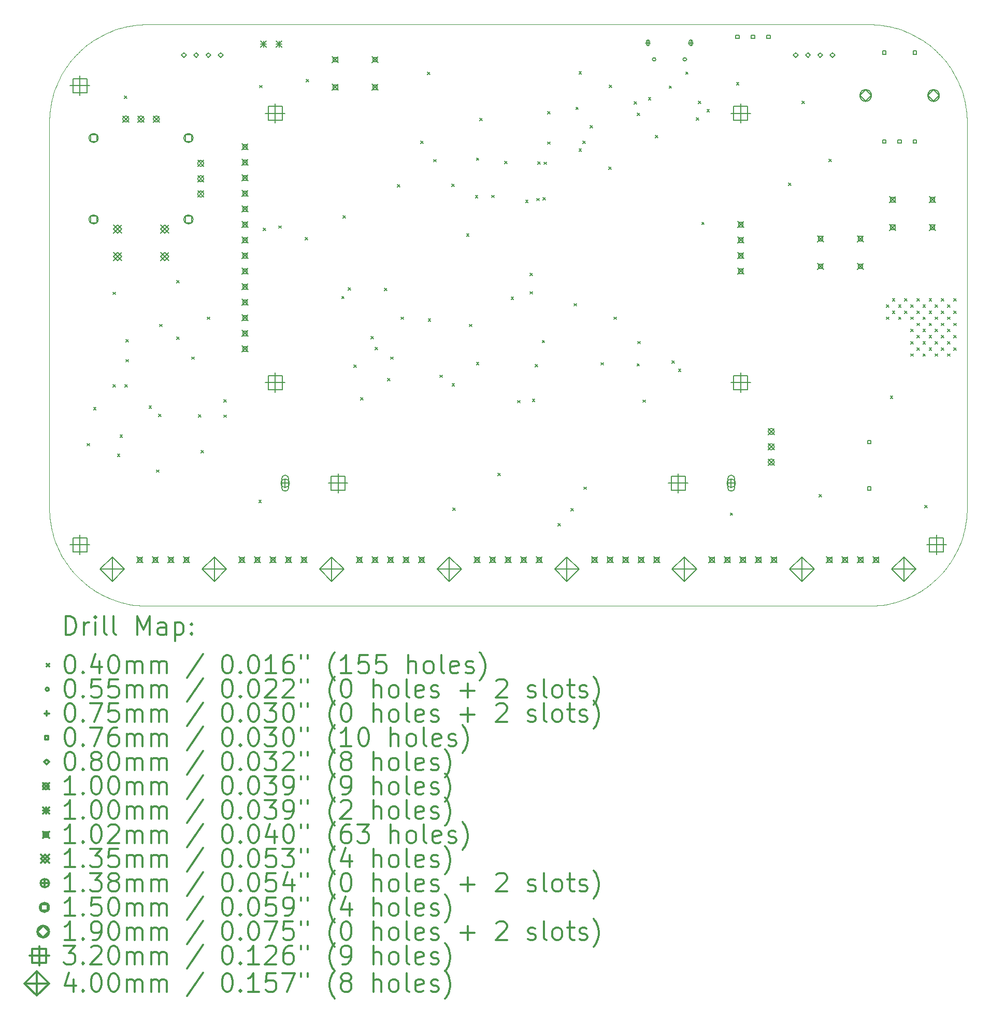
<source format=gbr>
%FSLAX45Y45*%
G04 Gerber Fmt 4.5, Leading zero omitted, Abs format (unit mm)*
G04 Created by KiCad (PCBNEW 4.0.4+e1-6308~48~ubuntu16.04.1-stable) date Tue Nov 15 09:59:46 2016*
%MOMM*%
%LPD*%
G01*
G04 APERTURE LIST*
%ADD10C,0.127000*%
%ADD11C,0.100000*%
%ADD12C,0.200000*%
%ADD13C,0.300000*%
G04 APERTURE END LIST*
D10*
D11*
X0Y1573020D02*
X0Y3423020D01*
X857Y1547649D02*
X0Y1573020D01*
X3426Y1495355D02*
X857Y1547649D01*
X7704Y1443173D02*
X3426Y1495355D01*
X13688Y1391158D02*
X7704Y1443173D01*
X21371Y1339367D02*
X13688Y1391158D01*
X30744Y1287856D02*
X21371Y1339367D01*
X41797Y1236678D02*
X30744Y1287856D01*
X54519Y1185890D02*
X41797Y1236678D01*
X68896Y1135545D02*
X54519Y1185890D01*
X84912Y1085697D02*
X68896Y1135545D01*
X102550Y1036400D02*
X84912Y1085697D01*
X121793Y987706D02*
X102550Y1036400D01*
X142618Y939669D02*
X121793Y987706D01*
X165004Y892338D02*
X142618Y939669D01*
X188926Y845765D02*
X165004Y892338D01*
X214359Y800000D02*
X188926Y845765D01*
X241276Y755091D02*
X214359Y800000D01*
X269649Y711088D02*
X241276Y755091D01*
X299445Y668036D02*
X269649Y711088D01*
X330635Y625982D02*
X299445Y668036D01*
X363183Y584971D02*
X330635Y625982D01*
X397056Y545047D02*
X363183Y584971D01*
X432217Y506252D02*
X397056Y545047D01*
X468629Y468629D02*
X432217Y506252D01*
X506252Y432217D02*
X468629Y468629D01*
X545047Y397056D02*
X506252Y432217D01*
X584971Y363183D02*
X545047Y397056D01*
X625982Y330635D02*
X584971Y363183D01*
X668036Y299445D02*
X625982Y330635D01*
X711088Y269649D02*
X668036Y299445D01*
X755091Y241276D02*
X711088Y269649D01*
X800000Y214359D02*
X755091Y241276D01*
X845765Y188926D02*
X800000Y214359D01*
X892338Y165004D02*
X845765Y188926D01*
X939669Y142618D02*
X892338Y165004D01*
X987706Y121793D02*
X939669Y142618D01*
X1036400Y102550D02*
X987706Y121793D01*
X1085697Y84912D02*
X1036400Y102550D01*
X1135545Y68896D02*
X1085697Y84912D01*
X1185890Y54519D02*
X1135545Y68896D01*
X1236678Y41797D02*
X1185890Y54519D01*
X1287856Y30744D02*
X1236678Y41797D01*
X1339367Y21371D02*
X1287856Y30744D01*
X1391158Y13688D02*
X1339367Y21371D01*
X1443173Y7704D02*
X1391158Y13688D01*
X1495355Y3426D02*
X1443173Y7704D01*
X1547649Y857D02*
X1495355Y3426D01*
X1600000Y0D02*
X1547649Y857D01*
X13400000Y0D02*
X1600000Y0D01*
X13452350Y857D02*
X13400000Y0D01*
X13504645Y3426D02*
X13452350Y857D01*
X13556827Y7704D02*
X13504645Y3426D01*
X13608842Y13688D02*
X13556827Y7704D01*
X13660633Y21371D02*
X13608842Y13688D01*
X13712144Y30744D02*
X13660633Y21371D01*
X13763322Y41797D02*
X13712144Y30744D01*
X13814110Y54519D02*
X13763322Y41797D01*
X13864455Y68896D02*
X13814110Y54519D01*
X13914303Y84912D02*
X13864455Y68896D01*
X13963600Y102550D02*
X13914303Y84912D01*
X14012293Y121793D02*
X13963600Y102550D01*
X14060331Y142618D02*
X14012293Y121793D01*
X14107662Y165004D02*
X14060331Y142618D01*
X14154235Y188926D02*
X14107662Y165004D01*
X14200000Y214359D02*
X14154235Y188926D01*
X14244909Y241276D02*
X14200000Y214359D01*
X14288912Y269649D02*
X14244909Y241276D01*
X14331964Y299445D02*
X14288912Y269649D01*
X14374018Y330635D02*
X14331964Y299445D01*
X14415029Y363183D02*
X14374018Y330635D01*
X14454953Y397056D02*
X14415029Y363183D01*
X14493748Y432217D02*
X14454953Y397056D01*
X14531371Y468629D02*
X14493748Y432217D01*
X14567782Y506252D02*
X14531371Y468629D01*
X14602944Y545047D02*
X14567782Y506252D01*
X14636817Y584971D02*
X14602944Y545047D01*
X14669365Y625982D02*
X14636817Y584971D01*
X14700555Y668036D02*
X14669365Y625982D01*
X14730351Y711088D02*
X14700555Y668036D01*
X14758723Y755091D02*
X14730351Y711088D01*
X14785641Y800000D02*
X14758723Y755091D01*
X14811074Y845765D02*
X14785641Y800000D01*
X14834996Y892338D02*
X14811074Y845765D01*
X14857382Y939669D02*
X14834996Y892338D01*
X14878207Y987706D02*
X14857382Y939669D01*
X14897449Y1036400D02*
X14878207Y987706D01*
X14915088Y1085697D02*
X14897449Y1036400D01*
X14931104Y1135545D02*
X14915088Y1085697D01*
X14945481Y1185890D02*
X14931104Y1135545D01*
X14958203Y1236678D02*
X14945481Y1185890D01*
X14969256Y1287856D02*
X14958203Y1236678D01*
X14978629Y1339367D02*
X14969256Y1287856D01*
X14986312Y1391158D02*
X14978629Y1339367D01*
X14992296Y1443173D02*
X14986312Y1391158D01*
X14996574Y1495355D02*
X14992296Y1443173D01*
X14999143Y1547649D02*
X14996574Y1495355D01*
X15000000Y1600000D02*
X14999143Y1547649D01*
X15000000Y7900000D02*
X15000000Y1600000D01*
X14999143Y7952350D02*
X15000000Y7900000D01*
X14996574Y8004645D02*
X14999143Y7952350D01*
X14992296Y8056827D02*
X14996574Y8004645D01*
X14986312Y8108842D02*
X14992296Y8056827D01*
X14978629Y8160633D02*
X14986312Y8108842D01*
X14969256Y8212144D02*
X14978629Y8160633D01*
X14958203Y8263322D02*
X14969256Y8212144D01*
X14945481Y8314110D02*
X14958203Y8263322D01*
X14931104Y8364455D02*
X14945481Y8314110D01*
X14915088Y8414303D02*
X14931104Y8364455D01*
X14897449Y8463600D02*
X14915088Y8414303D01*
X14878207Y8512294D02*
X14897449Y8463600D01*
X14857382Y8560331D02*
X14878207Y8512294D01*
X14834996Y8607662D02*
X14857382Y8560331D01*
X14811074Y8654235D02*
X14834996Y8607662D01*
X14785641Y8700000D02*
X14811074Y8654235D01*
X14758723Y8744909D02*
X14785641Y8700000D01*
X14730351Y8788912D02*
X14758723Y8744909D01*
X14700555Y8831964D02*
X14730351Y8788912D01*
X14669365Y8874018D02*
X14700555Y8831964D01*
X14636817Y8915029D02*
X14669365Y8874018D01*
X14602944Y8954953D02*
X14636817Y8915029D01*
X14567782Y8993748D02*
X14602944Y8954953D01*
X14531371Y9031371D02*
X14567782Y8993748D01*
X14493748Y9067783D02*
X14531371Y9031371D01*
X14454953Y9102944D02*
X14493748Y9067783D01*
X14415029Y9136817D02*
X14454953Y9102944D01*
X14374018Y9169365D02*
X14415029Y9136817D01*
X14331964Y9200555D02*
X14374018Y9169365D01*
X14288912Y9230351D02*
X14331964Y9200555D01*
X14244909Y9258724D02*
X14288912Y9230351D01*
X14200000Y9285641D02*
X14244909Y9258724D01*
X14154235Y9311074D02*
X14200000Y9285641D01*
X14107662Y9334996D02*
X14154235Y9311074D01*
X14060331Y9357382D02*
X14107662Y9334996D01*
X14012293Y9378207D02*
X14060331Y9357382D01*
X13963600Y9397450D02*
X14012293Y9378207D01*
X13914303Y9415088D02*
X13963600Y9397450D01*
X13864455Y9431105D02*
X13914303Y9415088D01*
X13814110Y9445481D02*
X13864455Y9431105D01*
X13763322Y9458203D02*
X13814110Y9445481D01*
X13712144Y9469256D02*
X13763322Y9458203D01*
X13660633Y9478629D02*
X13712144Y9469256D01*
X13608842Y9486312D02*
X13660633Y9478629D01*
X13556827Y9492296D02*
X13608842Y9486312D01*
X13504645Y9496574D02*
X13556827Y9492296D01*
X13452350Y9499143D02*
X13504645Y9496574D01*
X13400000Y9500000D02*
X13452350Y9499143D01*
X1600000Y9500000D02*
X13400000Y9500000D01*
X1547649Y9499143D02*
X1600000Y9500000D01*
X1495355Y9496574D02*
X1547649Y9499143D01*
X1443173Y9492296D02*
X1495355Y9496574D01*
X1391158Y9486312D02*
X1443173Y9492296D01*
X1339367Y9478629D02*
X1391158Y9486312D01*
X1287856Y9469256D02*
X1339367Y9478629D01*
X1236678Y9458203D02*
X1287856Y9469256D01*
X1185890Y9445481D02*
X1236678Y9458203D01*
X1135545Y9431105D02*
X1185890Y9445481D01*
X1085697Y9415088D02*
X1135545Y9431105D01*
X1036400Y9397450D02*
X1085697Y9415088D01*
X987706Y9378207D02*
X1036400Y9397450D01*
X939669Y9357382D02*
X987706Y9378207D01*
X892338Y9334996D02*
X939669Y9357382D01*
X845765Y9311074D02*
X892338Y9334996D01*
X800000Y9285641D02*
X845765Y9311074D01*
X755091Y9258724D02*
X800000Y9285641D01*
X711088Y9230351D02*
X755091Y9258724D01*
X668036Y9200555D02*
X711088Y9230351D01*
X625982Y9169365D02*
X668036Y9200555D01*
X584971Y9136817D02*
X625982Y9169365D01*
X545047Y9102944D02*
X584971Y9136817D01*
X506252Y9067783D02*
X545047Y9102944D01*
X468629Y9031371D02*
X506252Y9067783D01*
X432217Y8993748D02*
X468629Y9031371D01*
X397056Y8954953D02*
X432217Y8993748D01*
X363183Y8915029D02*
X397056Y8954953D01*
X330635Y8874018D02*
X363183Y8915029D01*
X299445Y8831964D02*
X330635Y8874018D01*
X269649Y8788912D02*
X299445Y8831964D01*
X241276Y8744909D02*
X269649Y8788912D01*
X214359Y8700000D02*
X241276Y8744909D01*
X188926Y8654235D02*
X214359Y8700000D01*
X165004Y8607662D02*
X188926Y8654235D01*
X142618Y8560331D02*
X165004Y8607662D01*
X121793Y8512294D02*
X142618Y8560331D01*
X102550Y8463600D02*
X121793Y8512294D01*
X84912Y8414303D02*
X102550Y8463600D01*
X68896Y8364455D02*
X84912Y8414303D01*
X54519Y8314110D02*
X68896Y8364455D01*
X41797Y8263322D02*
X54519Y8314110D01*
X30744Y8212144D02*
X41797Y8263322D01*
X21371Y8160633D02*
X30744Y8212144D01*
X13688Y8108842D02*
X21371Y8160633D01*
X7704Y8056827D02*
X13688Y8108842D01*
X3426Y8004645D02*
X7704Y8056827D01*
X857Y7952350D02*
X3426Y8004645D01*
X0Y7900000D02*
X857Y7952350D01*
X0Y3423020D02*
X0Y7900000D01*
D12*
X619764Y2654792D02*
X659764Y2614792D01*
X659764Y2654792D02*
X619764Y2614792D01*
X724270Y3245300D02*
X764270Y3205300D01*
X764270Y3245300D02*
X724270Y3205300D01*
X1041520Y5126430D02*
X1081520Y5086430D01*
X1081520Y5126430D02*
X1041520Y5086430D01*
X1041520Y3618800D02*
X1081520Y3578800D01*
X1081520Y3618800D02*
X1041520Y3578800D01*
X1113000Y2483000D02*
X1153000Y2443000D01*
X1153000Y2483000D02*
X1113000Y2443000D01*
X1155000Y2795000D02*
X1195000Y2755000D01*
X1195000Y2795000D02*
X1155000Y2755000D01*
X1230000Y8330000D02*
X1270000Y8290000D01*
X1270000Y8330000D02*
X1230000Y8290000D01*
X1236520Y3618800D02*
X1276520Y3578800D01*
X1276520Y3618800D02*
X1236520Y3578800D01*
X1251520Y4351300D02*
X1291520Y4311300D01*
X1291520Y4351300D02*
X1251520Y4311300D01*
X1251520Y4026200D02*
X1291520Y3986200D01*
X1291520Y4026200D02*
X1251520Y3986200D01*
X1630000Y3270000D02*
X1670000Y3230000D01*
X1670000Y3270000D02*
X1630000Y3230000D01*
X1754496Y2223282D02*
X1794496Y2183282D01*
X1794496Y2223282D02*
X1754496Y2183282D01*
X1785560Y3133800D02*
X1825560Y3093800D01*
X1825560Y3133800D02*
X1785560Y3093800D01*
X1805460Y4601700D02*
X1845460Y4561700D01*
X1845460Y4601700D02*
X1805460Y4561700D01*
X2080000Y5320000D02*
X2120000Y5280000D01*
X2120000Y5320000D02*
X2080000Y5280000D01*
X2080000Y4395000D02*
X2120000Y4355000D01*
X2120000Y4395000D02*
X2080000Y4355000D01*
X2330000Y4070000D02*
X2370000Y4030000D01*
X2370000Y4070000D02*
X2330000Y4030000D01*
X2437536Y3126810D02*
X2477536Y3086810D01*
X2477536Y3126810D02*
X2437536Y3086810D01*
X2477800Y2538800D02*
X2517800Y2498800D01*
X2517800Y2538800D02*
X2477800Y2498800D01*
X2580000Y4720000D02*
X2620000Y4680000D01*
X2620000Y4720000D02*
X2580000Y4680000D01*
X2855000Y3370000D02*
X2895000Y3330000D01*
X2895000Y3370000D02*
X2855000Y3330000D01*
X2855000Y3120000D02*
X2895000Y3080000D01*
X2895000Y3120000D02*
X2855000Y3080000D01*
X3424400Y1727500D02*
X3464400Y1687500D01*
X3464400Y1727500D02*
X3424400Y1687500D01*
X3438090Y8506370D02*
X3478090Y8466370D01*
X3478090Y8506370D02*
X3438090Y8466370D01*
X3497054Y6172760D02*
X3537054Y6132760D01*
X3537054Y6172760D02*
X3497054Y6132760D01*
X3751241Y6210570D02*
X3791241Y6170570D01*
X3791241Y6210570D02*
X3751241Y6170570D01*
X4180000Y6020000D02*
X4220000Y5980000D01*
X4220000Y6020000D02*
X4180000Y5980000D01*
X4197151Y8603253D02*
X4237151Y8563253D01*
X4237151Y8603253D02*
X4197151Y8563253D01*
X4779560Y5059820D02*
X4819560Y5019820D01*
X4819560Y5059820D02*
X4779560Y5019820D01*
X4799645Y6375783D02*
X4839645Y6335783D01*
X4839645Y6375783D02*
X4799645Y6335783D01*
X4885630Y5202540D02*
X4925630Y5162540D01*
X4925630Y5202540D02*
X4885630Y5162540D01*
X4977260Y3935800D02*
X5017260Y3895800D01*
X5017260Y3935800D02*
X4977260Y3895800D01*
X5090600Y3404200D02*
X5130600Y3364200D01*
X5130600Y3404200D02*
X5090600Y3364200D01*
X5255800Y4403200D02*
X5295800Y4363200D01*
X5295800Y4403200D02*
X5255800Y4363200D01*
X5324600Y4223000D02*
X5364600Y4183000D01*
X5364600Y4223000D02*
X5324600Y4183000D01*
X5480000Y5188660D02*
X5520000Y5148660D01*
X5520000Y5188660D02*
X5480000Y5148660D01*
X5530000Y3720000D02*
X5570000Y3680000D01*
X5570000Y3720000D02*
X5530000Y3680000D01*
X5580000Y4070000D02*
X5620000Y4030000D01*
X5620000Y4070000D02*
X5580000Y4030000D01*
X5686600Y6882930D02*
X5726600Y6842930D01*
X5726600Y6882930D02*
X5686600Y6842930D01*
X5746441Y4721459D02*
X5786441Y4681459D01*
X5786441Y4721459D02*
X5746441Y4681459D01*
X6072125Y7596892D02*
X6112125Y7556892D01*
X6112125Y7596892D02*
X6072125Y7556892D01*
X6180618Y8723230D02*
X6220618Y8683230D01*
X6220618Y8723230D02*
X6180618Y8683230D01*
X6193170Y4693855D02*
X6233170Y4653855D01*
X6233170Y4693855D02*
X6193170Y4653855D01*
X6284500Y7295380D02*
X6324500Y7255380D01*
X6324500Y7295380D02*
X6284500Y7255380D01*
X6383000Y3772100D02*
X6423000Y3732100D01*
X6423000Y3772100D02*
X6383000Y3732100D01*
X6580000Y6895000D02*
X6620000Y6855000D01*
X6620000Y6895000D02*
X6580000Y6855000D01*
X6583400Y3635700D02*
X6623400Y3595700D01*
X6623400Y3635700D02*
X6583400Y3595700D01*
X6592500Y1604100D02*
X6632500Y1564100D01*
X6632500Y1604100D02*
X6592500Y1564100D01*
X6818631Y6081920D02*
X6858631Y6041920D01*
X6858631Y6081920D02*
X6818631Y6041920D01*
X6863800Y4603000D02*
X6903800Y4563000D01*
X6903800Y4603000D02*
X6863800Y4563000D01*
X6963200Y6709040D02*
X7003200Y6669040D01*
X7003200Y6709040D02*
X6963200Y6669040D01*
X6980000Y7320000D02*
X7020000Y7280000D01*
X7020000Y7320000D02*
X6980000Y7280000D01*
X6981411Y3981120D02*
X7021411Y3941120D01*
X7021411Y3981120D02*
X6981411Y3941120D01*
X7037400Y7968980D02*
X7077400Y7928980D01*
X7077400Y7968980D02*
X7037400Y7928980D01*
X7231500Y6709860D02*
X7271500Y6669860D01*
X7271500Y6709860D02*
X7231500Y6669860D01*
X7330000Y2170000D02*
X7370000Y2130000D01*
X7370000Y2170000D02*
X7330000Y2130000D01*
X7443600Y7262340D02*
X7483600Y7222340D01*
X7483600Y7262340D02*
X7443600Y7222340D01*
X7547700Y5049320D02*
X7587700Y5009320D01*
X7587700Y5049320D02*
X7547700Y5009320D01*
X7655000Y3358020D02*
X7695000Y3318020D01*
X7695000Y3358020D02*
X7655000Y3318020D01*
X7785900Y6627710D02*
X7825900Y6587710D01*
X7825900Y6627710D02*
X7785900Y6587710D01*
X7858400Y5435000D02*
X7898400Y5395000D01*
X7898400Y5435000D02*
X7858400Y5395000D01*
X7858400Y5135000D02*
X7898400Y5095000D01*
X7898400Y5135000D02*
X7858400Y5095000D01*
X7893900Y3378200D02*
X7933900Y3338200D01*
X7933900Y3378200D02*
X7893900Y3338200D01*
X7941625Y3946561D02*
X7981625Y3906561D01*
X7981625Y3946561D02*
X7941625Y3906561D01*
X7966200Y6660100D02*
X8006200Y6620100D01*
X8006200Y6660100D02*
X7966200Y6620100D01*
X7981000Y7254910D02*
X8021000Y7214910D01*
X8021000Y7254910D02*
X7981000Y7214910D01*
X8056400Y4339800D02*
X8096400Y4299800D01*
X8096400Y4339800D02*
X8056400Y4299800D01*
X8066000Y6675550D02*
X8106000Y6635550D01*
X8106000Y6675550D02*
X8066000Y6635550D01*
X8087300Y7252980D02*
X8127300Y7212980D01*
X8127300Y7252980D02*
X8087300Y7212980D01*
X8146000Y7583000D02*
X8186000Y7543000D01*
X8186000Y7583000D02*
X8146000Y7543000D01*
X8147400Y8078010D02*
X8187400Y8038010D01*
X8187400Y8078010D02*
X8147400Y8038010D01*
X8311700Y1350200D02*
X8351700Y1310200D01*
X8351700Y1350200D02*
X8311700Y1310200D01*
X8524800Y1590900D02*
X8564800Y1550900D01*
X8564800Y1590900D02*
X8524800Y1550900D01*
X8575600Y4940100D02*
X8615600Y4900100D01*
X8615600Y4940100D02*
X8575600Y4900100D01*
X8606700Y8150020D02*
X8646700Y8110020D01*
X8646700Y8150020D02*
X8606700Y8110020D01*
X8658000Y8730230D02*
X8698000Y8690230D01*
X8698000Y8730230D02*
X8658000Y8690230D01*
X8658100Y7466950D02*
X8698100Y7426950D01*
X8698100Y7466950D02*
X8658100Y7426950D01*
X8719200Y7593420D02*
X8759200Y7553420D01*
X8759200Y7593420D02*
X8719200Y7553420D01*
X8737600Y1943800D02*
X8777600Y1903800D01*
X8777600Y1943800D02*
X8737600Y1903800D01*
X8837200Y7847260D02*
X8877200Y7807260D01*
X8877200Y7847260D02*
X8837200Y7807260D01*
X9014100Y3976100D02*
X9054100Y3936100D01*
X9054100Y3976100D02*
X9014100Y3936100D01*
X9146200Y7169360D02*
X9186200Y7129360D01*
X9186200Y7169360D02*
X9146200Y7129360D01*
X9155000Y8512320D02*
X9195000Y8472320D01*
X9195000Y8512320D02*
X9155000Y8472320D01*
X9230000Y4720000D02*
X9270000Y4680000D01*
X9270000Y4720000D02*
X9230000Y4680000D01*
X9556739Y8238517D02*
X9596739Y8198517D01*
X9596739Y8238517D02*
X9556739Y8198517D01*
X9606000Y3958500D02*
X9646000Y3918500D01*
X9646000Y3958500D02*
X9606000Y3918500D01*
X9610440Y8051528D02*
X9650440Y8011528D01*
X9650440Y8051528D02*
X9610440Y8011528D01*
X9620000Y4323800D02*
X9660000Y4283800D01*
X9660000Y4323800D02*
X9620000Y4283800D01*
X9703500Y3366600D02*
X9743500Y3326600D01*
X9743500Y3366600D02*
X9703500Y3326600D01*
X9792512Y8306223D02*
X9832512Y8266223D01*
X9832512Y8306223D02*
X9792512Y8266223D01*
X9908800Y7686350D02*
X9948800Y7646350D01*
X9948800Y7686350D02*
X9908800Y7646350D01*
X10130600Y8497500D02*
X10170600Y8457500D01*
X10170600Y8497500D02*
X10130600Y8457500D01*
X10174400Y4003600D02*
X10214400Y3963600D01*
X10214400Y4003600D02*
X10174400Y3963600D01*
X10283032Y3870411D02*
X10323032Y3830411D01*
X10323032Y3870411D02*
X10283032Y3830411D01*
X10399950Y8725520D02*
X10439950Y8685520D01*
X10439950Y8725520D02*
X10399950Y8685520D01*
X10572200Y7975690D02*
X10612200Y7935690D01*
X10612200Y7975690D02*
X10572200Y7935690D01*
X10610000Y8250000D02*
X10650000Y8210000D01*
X10650000Y8250000D02*
X10610000Y8210000D01*
X10663800Y6270240D02*
X10703800Y6230240D01*
X10703800Y6270240D02*
X10663800Y6230240D01*
X10748100Y8113590D02*
X10788100Y8073590D01*
X10788100Y8113590D02*
X10748100Y8073590D01*
X11130000Y1520000D02*
X11170000Y1480000D01*
X11170000Y1520000D02*
X11130000Y1480000D01*
X11230000Y8550000D02*
X11270000Y8510000D01*
X11270000Y8550000D02*
X11230000Y8510000D01*
X12081200Y6908750D02*
X12121200Y6868750D01*
X12121200Y6908750D02*
X12081200Y6868750D01*
X12302200Y8244550D02*
X12342200Y8204550D01*
X12342200Y8244550D02*
X12302200Y8204550D01*
X12580000Y1820000D02*
X12620000Y1780000D01*
X12620000Y1820000D02*
X12580000Y1780000D01*
X12740200Y7300740D02*
X12780200Y7260740D01*
X12780200Y7300740D02*
X12740200Y7260740D01*
X13680000Y4920000D02*
X13720000Y4880000D01*
X13720000Y4920000D02*
X13680000Y4880000D01*
X13680000Y4720000D02*
X13720000Y4680000D01*
X13720000Y4720000D02*
X13680000Y4680000D01*
X13746000Y3431200D02*
X13786000Y3391200D01*
X13786000Y3431200D02*
X13746000Y3391200D01*
X13780000Y5020000D02*
X13820000Y4980000D01*
X13820000Y5020000D02*
X13780000Y4980000D01*
X13780000Y4820000D02*
X13820000Y4780000D01*
X13820000Y4820000D02*
X13780000Y4780000D01*
X13880000Y4920000D02*
X13920000Y4880000D01*
X13920000Y4920000D02*
X13880000Y4880000D01*
X13880000Y4720000D02*
X13920000Y4680000D01*
X13920000Y4720000D02*
X13880000Y4680000D01*
X13980000Y5020000D02*
X14020000Y4980000D01*
X14020000Y5020000D02*
X13980000Y4980000D01*
X13980000Y4820000D02*
X14020000Y4780000D01*
X14020000Y4820000D02*
X13980000Y4780000D01*
X14080000Y4920000D02*
X14120000Y4880000D01*
X14120000Y4920000D02*
X14080000Y4880000D01*
X14080000Y4720000D02*
X14120000Y4680000D01*
X14120000Y4720000D02*
X14080000Y4680000D01*
X14080000Y4520000D02*
X14120000Y4480000D01*
X14120000Y4520000D02*
X14080000Y4480000D01*
X14080000Y4320000D02*
X14120000Y4280000D01*
X14120000Y4320000D02*
X14080000Y4280000D01*
X14080000Y4120000D02*
X14120000Y4080000D01*
X14120000Y4120000D02*
X14080000Y4080000D01*
X14180000Y5020000D02*
X14220000Y4980000D01*
X14220000Y5020000D02*
X14180000Y4980000D01*
X14180000Y4820000D02*
X14220000Y4780000D01*
X14220000Y4820000D02*
X14180000Y4780000D01*
X14180000Y4620000D02*
X14220000Y4580000D01*
X14220000Y4620000D02*
X14180000Y4580000D01*
X14180000Y4420000D02*
X14220000Y4380000D01*
X14220000Y4420000D02*
X14180000Y4380000D01*
X14180000Y4220000D02*
X14220000Y4180000D01*
X14220000Y4220000D02*
X14180000Y4180000D01*
X14280000Y4920000D02*
X14320000Y4880000D01*
X14320000Y4920000D02*
X14280000Y4880000D01*
X14280000Y4720000D02*
X14320000Y4680000D01*
X14320000Y4720000D02*
X14280000Y4680000D01*
X14280000Y4520000D02*
X14320000Y4480000D01*
X14320000Y4520000D02*
X14280000Y4480000D01*
X14280000Y4320000D02*
X14320000Y4280000D01*
X14320000Y4320000D02*
X14280000Y4280000D01*
X14280000Y4120000D02*
X14320000Y4080000D01*
X14320000Y4120000D02*
X14280000Y4080000D01*
X14309200Y1646200D02*
X14349200Y1606200D01*
X14349200Y1646200D02*
X14309200Y1606200D01*
X14380000Y5020000D02*
X14420000Y4980000D01*
X14420000Y5020000D02*
X14380000Y4980000D01*
X14380000Y4820000D02*
X14420000Y4780000D01*
X14420000Y4820000D02*
X14380000Y4780000D01*
X14380000Y4620000D02*
X14420000Y4580000D01*
X14420000Y4620000D02*
X14380000Y4580000D01*
X14380000Y4420000D02*
X14420000Y4380000D01*
X14420000Y4420000D02*
X14380000Y4380000D01*
X14380000Y4220000D02*
X14420000Y4180000D01*
X14420000Y4220000D02*
X14380000Y4180000D01*
X14480000Y4920000D02*
X14520000Y4880000D01*
X14520000Y4920000D02*
X14480000Y4880000D01*
X14480000Y4720000D02*
X14520000Y4680000D01*
X14520000Y4720000D02*
X14480000Y4680000D01*
X14480000Y4520000D02*
X14520000Y4480000D01*
X14520000Y4520000D02*
X14480000Y4480000D01*
X14480000Y4320000D02*
X14520000Y4280000D01*
X14520000Y4320000D02*
X14480000Y4280000D01*
X14480000Y4120000D02*
X14520000Y4080000D01*
X14520000Y4120000D02*
X14480000Y4080000D01*
X14580000Y5020000D02*
X14620000Y4980000D01*
X14620000Y5020000D02*
X14580000Y4980000D01*
X14580000Y4820000D02*
X14620000Y4780000D01*
X14620000Y4820000D02*
X14580000Y4780000D01*
X14580000Y4620000D02*
X14620000Y4580000D01*
X14620000Y4620000D02*
X14580000Y4580000D01*
X14580000Y4420000D02*
X14620000Y4380000D01*
X14620000Y4420000D02*
X14580000Y4380000D01*
X14580000Y4220000D02*
X14620000Y4180000D01*
X14620000Y4220000D02*
X14580000Y4180000D01*
X14680000Y4920000D02*
X14720000Y4880000D01*
X14720000Y4920000D02*
X14680000Y4880000D01*
X14680000Y4720000D02*
X14720000Y4680000D01*
X14720000Y4720000D02*
X14680000Y4680000D01*
X14680000Y4520000D02*
X14720000Y4480000D01*
X14720000Y4520000D02*
X14680000Y4480000D01*
X14680000Y4320000D02*
X14720000Y4280000D01*
X14720000Y4320000D02*
X14680000Y4280000D01*
X14680000Y4120000D02*
X14720000Y4080000D01*
X14720000Y4120000D02*
X14680000Y4080000D01*
X14780000Y5020000D02*
X14820000Y4980000D01*
X14820000Y5020000D02*
X14780000Y4980000D01*
X14780000Y4820000D02*
X14820000Y4780000D01*
X14820000Y4820000D02*
X14780000Y4780000D01*
X14780000Y4620000D02*
X14820000Y4580000D01*
X14820000Y4620000D02*
X14780000Y4580000D01*
X14780000Y4420000D02*
X14820000Y4380000D01*
X14820000Y4420000D02*
X14780000Y4380000D01*
X14780000Y4220000D02*
X14820000Y4180000D01*
X14820000Y4220000D02*
X14780000Y4180000D01*
X9912500Y8930000D02*
G75*
G03X9912500Y8930000I-27500J0D01*
G01*
X9900000Y8947500D02*
X9870000Y8947500D01*
X9900000Y8912500D02*
X9870000Y8912500D01*
X9870000Y8947500D02*
G75*
G03X9870000Y8912500I0J-17500D01*
G01*
X9900000Y8912500D02*
G75*
G03X9900000Y8947500I0J17500D01*
G01*
X10412500Y8930000D02*
G75*
G03X10412500Y8930000I-27500J0D01*
G01*
X10400000Y8947500D02*
X10370000Y8947500D01*
X10400000Y8912500D02*
X10370000Y8912500D01*
X10370000Y8947500D02*
G75*
G03X10370000Y8912500I0J-17500D01*
G01*
X10400000Y8912500D02*
G75*
G03X10400000Y8947500I0J17500D01*
G01*
X9785000Y9237500D02*
X9785000Y9162500D01*
X9747500Y9200000D02*
X9822500Y9200000D01*
X9757500Y9220000D02*
X9757500Y9180000D01*
X9812500Y9220000D02*
X9812500Y9180000D01*
X9757500Y9180000D02*
G75*
G03X9812500Y9180000I27500J0D01*
G01*
X9812500Y9220000D02*
G75*
G03X9757500Y9220000I-27500J0D01*
G01*
X10485000Y9237500D02*
X10485000Y9162500D01*
X10447500Y9200000D02*
X10522500Y9200000D01*
X10457500Y9220000D02*
X10457500Y9180000D01*
X10512500Y9220000D02*
X10512500Y9180000D01*
X10457500Y9180000D02*
G75*
G03X10512500Y9180000I27500J0D01*
G01*
X10512500Y9220000D02*
G75*
G03X10457500Y9220000I-27500J0D01*
G01*
X11272941Y9273059D02*
X11272941Y9326941D01*
X11219059Y9326941D01*
X11219059Y9273059D01*
X11272941Y9273059D01*
X11526941Y9273059D02*
X11526941Y9326941D01*
X11473059Y9326941D01*
X11473059Y9273059D01*
X11526941Y9273059D01*
X11780941Y9273059D02*
X11780941Y9326941D01*
X11727059Y9326941D01*
X11727059Y9273059D01*
X11780941Y9273059D01*
X13426941Y2653059D02*
X13426941Y2706941D01*
X13373059Y2706941D01*
X13373059Y2653059D01*
X13426941Y2653059D01*
X13426941Y1893059D02*
X13426941Y1946941D01*
X13373059Y1946941D01*
X13373059Y1893059D01*
X13426941Y1893059D01*
X13674441Y9013059D02*
X13674441Y9066941D01*
X13620559Y9066941D01*
X13620559Y9013059D01*
X13674441Y9013059D01*
X13674441Y7563059D02*
X13674441Y7616941D01*
X13620559Y7616941D01*
X13620559Y7563059D01*
X13674441Y7563059D01*
X13924441Y7563059D02*
X13924441Y7616941D01*
X13870559Y7616941D01*
X13870559Y7563059D01*
X13924441Y7563059D01*
X14174441Y9013059D02*
X14174441Y9066941D01*
X14120559Y9066941D01*
X14120559Y9013059D01*
X14174441Y9013059D01*
X14174441Y7563059D02*
X14174441Y7616941D01*
X14120559Y7616941D01*
X14120559Y7563059D01*
X14174441Y7563059D01*
X2200026Y8959995D02*
X2240031Y9000000D01*
X2200026Y9040005D01*
X2160021Y9000000D01*
X2200026Y8959995D01*
X2399924Y8959995D02*
X2439929Y9000000D01*
X2399924Y9040005D01*
X2359919Y9000000D01*
X2399924Y8959995D01*
X2600076Y8959995D02*
X2640081Y9000000D01*
X2600076Y9040005D01*
X2560071Y9000000D01*
X2600076Y8959995D01*
X2799974Y8959995D02*
X2839979Y9000000D01*
X2799974Y9040005D01*
X2759969Y9000000D01*
X2799974Y8959995D01*
X12200026Y8959995D02*
X12240031Y9000000D01*
X12200026Y9040005D01*
X12160021Y9000000D01*
X12200026Y8959995D01*
X12399924Y8959995D02*
X12439929Y9000000D01*
X12399924Y9040005D01*
X12359919Y9000000D01*
X12399924Y8959995D01*
X12600076Y8959995D02*
X12640081Y9000000D01*
X12600076Y9040005D01*
X12560071Y9000000D01*
X12600076Y8959995D01*
X12799974Y8959995D02*
X12839979Y9000000D01*
X12799974Y9040005D01*
X12759969Y9000000D01*
X12799974Y8959995D01*
X1200000Y8005000D02*
X1300000Y7905000D01*
X1300000Y8005000D02*
X1200000Y7905000D01*
X1300000Y7955000D02*
G75*
G03X1300000Y7955000I-50000J0D01*
G01*
X1450000Y8005000D02*
X1550000Y7905000D01*
X1550000Y8005000D02*
X1450000Y7905000D01*
X1550000Y7955000D02*
G75*
G03X1550000Y7955000I-50000J0D01*
G01*
X1700000Y8005000D02*
X1800000Y7905000D01*
X1800000Y8005000D02*
X1700000Y7905000D01*
X1800000Y7955000D02*
G75*
G03X1800000Y7955000I-50000J0D01*
G01*
X2425000Y7280000D02*
X2525000Y7180000D01*
X2525000Y7280000D02*
X2425000Y7180000D01*
X2525000Y7230000D02*
G75*
G03X2525000Y7230000I-50000J0D01*
G01*
X2425000Y7030000D02*
X2525000Y6930000D01*
X2525000Y7030000D02*
X2425000Y6930000D01*
X2525000Y6980000D02*
G75*
G03X2525000Y6980000I-50000J0D01*
G01*
X2425000Y6780000D02*
X2525000Y6680000D01*
X2525000Y6780000D02*
X2425000Y6680000D01*
X2525000Y6730000D02*
G75*
G03X2525000Y6730000I-50000J0D01*
G01*
X11750000Y2900000D02*
X11850000Y2800000D01*
X11850000Y2900000D02*
X11750000Y2800000D01*
X11850000Y2850000D02*
G75*
G03X11850000Y2850000I-50000J0D01*
G01*
X11750000Y2650000D02*
X11850000Y2550000D01*
X11850000Y2650000D02*
X11750000Y2550000D01*
X11850000Y2600000D02*
G75*
G03X11850000Y2600000I-50000J0D01*
G01*
X11750000Y2400000D02*
X11850000Y2300000D01*
X11850000Y2400000D02*
X11750000Y2300000D01*
X11850000Y2350000D02*
G75*
G03X11850000Y2350000I-50000J0D01*
G01*
X3449962Y9232538D02*
X3550038Y9132462D01*
X3550038Y9232538D02*
X3449962Y9132462D01*
X3500000Y9232538D02*
X3500000Y9132462D01*
X3449962Y9182500D02*
X3550038Y9182500D01*
X3703962Y9232538D02*
X3804038Y9132462D01*
X3804038Y9232538D02*
X3703962Y9132462D01*
X3754000Y9232538D02*
X3754000Y9132462D01*
X3703962Y9182500D02*
X3804038Y9182500D01*
X1430800Y802400D02*
X1532400Y700800D01*
X1532400Y802400D02*
X1430800Y700800D01*
X1517521Y715679D02*
X1517521Y787521D01*
X1445679Y787521D01*
X1445679Y715679D01*
X1517521Y715679D01*
X1684800Y802400D02*
X1786400Y700800D01*
X1786400Y802400D02*
X1684800Y700800D01*
X1771521Y715679D02*
X1771521Y787521D01*
X1699679Y787521D01*
X1699679Y715679D01*
X1771521Y715679D01*
X1938800Y802400D02*
X2040400Y700800D01*
X2040400Y802400D02*
X1938800Y700800D01*
X2025521Y715679D02*
X2025521Y787521D01*
X1953679Y787521D01*
X1953679Y715679D01*
X2025521Y715679D01*
X2192800Y802400D02*
X2294400Y700800D01*
X2294400Y802400D02*
X2192800Y700800D01*
X2279521Y715679D02*
X2279521Y787521D01*
X2207679Y787521D01*
X2207679Y715679D01*
X2279521Y715679D01*
X3097600Y802400D02*
X3199200Y700800D01*
X3199200Y802400D02*
X3097600Y700800D01*
X3184321Y715679D02*
X3184321Y787521D01*
X3112479Y787521D01*
X3112479Y715679D01*
X3184321Y715679D01*
X3149200Y7550800D02*
X3250800Y7449200D01*
X3250800Y7550800D02*
X3149200Y7449200D01*
X3235921Y7464079D02*
X3235921Y7535921D01*
X3164079Y7535921D01*
X3164079Y7464079D01*
X3235921Y7464079D01*
X3149200Y7296800D02*
X3250800Y7195200D01*
X3250800Y7296800D02*
X3149200Y7195200D01*
X3235921Y7210079D02*
X3235921Y7281921D01*
X3164079Y7281921D01*
X3164079Y7210079D01*
X3235921Y7210079D01*
X3149200Y7042800D02*
X3250800Y6941200D01*
X3250800Y7042800D02*
X3149200Y6941200D01*
X3235921Y6956079D02*
X3235921Y7027921D01*
X3164079Y7027921D01*
X3164079Y6956079D01*
X3235921Y6956079D01*
X3149200Y6788800D02*
X3250800Y6687200D01*
X3250800Y6788800D02*
X3149200Y6687200D01*
X3235921Y6702079D02*
X3235921Y6773921D01*
X3164079Y6773921D01*
X3164079Y6702079D01*
X3235921Y6702079D01*
X3149200Y6534800D02*
X3250800Y6433200D01*
X3250800Y6534800D02*
X3149200Y6433200D01*
X3235921Y6448079D02*
X3235921Y6519921D01*
X3164079Y6519921D01*
X3164079Y6448079D01*
X3235921Y6448079D01*
X3149200Y6280800D02*
X3250800Y6179200D01*
X3250800Y6280800D02*
X3149200Y6179200D01*
X3235921Y6194079D02*
X3235921Y6265921D01*
X3164079Y6265921D01*
X3164079Y6194079D01*
X3235921Y6194079D01*
X3149200Y6026800D02*
X3250800Y5925200D01*
X3250800Y6026800D02*
X3149200Y5925200D01*
X3235921Y5940079D02*
X3235921Y6011921D01*
X3164079Y6011921D01*
X3164079Y5940079D01*
X3235921Y5940079D01*
X3149200Y5772800D02*
X3250800Y5671200D01*
X3250800Y5772800D02*
X3149200Y5671200D01*
X3235921Y5686079D02*
X3235921Y5757921D01*
X3164079Y5757921D01*
X3164079Y5686079D01*
X3235921Y5686079D01*
X3149200Y5518800D02*
X3250800Y5417200D01*
X3250800Y5518800D02*
X3149200Y5417200D01*
X3235921Y5432079D02*
X3235921Y5503921D01*
X3164079Y5503921D01*
X3164079Y5432079D01*
X3235921Y5432079D01*
X3149200Y5264800D02*
X3250800Y5163200D01*
X3250800Y5264800D02*
X3149200Y5163200D01*
X3235921Y5178079D02*
X3235921Y5249921D01*
X3164079Y5249921D01*
X3164079Y5178079D01*
X3235921Y5178079D01*
X3149200Y5010800D02*
X3250800Y4909200D01*
X3250800Y5010800D02*
X3149200Y4909200D01*
X3235921Y4924079D02*
X3235921Y4995921D01*
X3164079Y4995921D01*
X3164079Y4924079D01*
X3235921Y4924079D01*
X3149200Y4756800D02*
X3250800Y4655200D01*
X3250800Y4756800D02*
X3149200Y4655200D01*
X3235921Y4670079D02*
X3235921Y4741921D01*
X3164079Y4741921D01*
X3164079Y4670079D01*
X3235921Y4670079D01*
X3149200Y4502800D02*
X3250800Y4401200D01*
X3250800Y4502800D02*
X3149200Y4401200D01*
X3235921Y4416079D02*
X3235921Y4487921D01*
X3164079Y4487921D01*
X3164079Y4416079D01*
X3235921Y4416079D01*
X3149200Y4248800D02*
X3250800Y4147200D01*
X3250800Y4248800D02*
X3149200Y4147200D01*
X3235921Y4162079D02*
X3235921Y4233921D01*
X3164079Y4233921D01*
X3164079Y4162079D01*
X3235921Y4162079D01*
X3351600Y802400D02*
X3453200Y700800D01*
X3453200Y802400D02*
X3351600Y700800D01*
X3438321Y715679D02*
X3438321Y787521D01*
X3366479Y787521D01*
X3366479Y715679D01*
X3438321Y715679D01*
X3605600Y802400D02*
X3707200Y700800D01*
X3707200Y802400D02*
X3605600Y700800D01*
X3692321Y715679D02*
X3692321Y787521D01*
X3620479Y787521D01*
X3620479Y715679D01*
X3692321Y715679D01*
X3859600Y802400D02*
X3961200Y700800D01*
X3961200Y802400D02*
X3859600Y700800D01*
X3946321Y715679D02*
X3946321Y787521D01*
X3874479Y787521D01*
X3874479Y715679D01*
X3946321Y715679D01*
X4113600Y802400D02*
X4215200Y700800D01*
X4215200Y802400D02*
X4113600Y700800D01*
X4200321Y715679D02*
X4200321Y787521D01*
X4128479Y787521D01*
X4128479Y715679D01*
X4200321Y715679D01*
X4624080Y8976860D02*
X4725680Y8875260D01*
X4725680Y8976860D02*
X4624080Y8875260D01*
X4710801Y8890139D02*
X4710801Y8961981D01*
X4638959Y8961981D01*
X4638959Y8890139D01*
X4710801Y8890139D01*
X4624080Y8524740D02*
X4725680Y8423140D01*
X4725680Y8524740D02*
X4624080Y8423140D01*
X4710801Y8438019D02*
X4710801Y8509861D01*
X4638959Y8509861D01*
X4638959Y8438019D01*
X4710801Y8438019D01*
X5018400Y802400D02*
X5120000Y700800D01*
X5120000Y802400D02*
X5018400Y700800D01*
X5105121Y715679D02*
X5105121Y787521D01*
X5033279Y787521D01*
X5033279Y715679D01*
X5105121Y715679D01*
X5272400Y802400D02*
X5374000Y700800D01*
X5374000Y802400D02*
X5272400Y700800D01*
X5359121Y715679D02*
X5359121Y787521D01*
X5287279Y787521D01*
X5287279Y715679D01*
X5359121Y715679D01*
X5274320Y8976860D02*
X5375920Y8875260D01*
X5375920Y8976860D02*
X5274320Y8875260D01*
X5361041Y8890139D02*
X5361041Y8961981D01*
X5289199Y8961981D01*
X5289199Y8890139D01*
X5361041Y8890139D01*
X5274320Y8524740D02*
X5375920Y8423140D01*
X5375920Y8524740D02*
X5274320Y8423140D01*
X5361041Y8438019D02*
X5361041Y8509861D01*
X5289199Y8509861D01*
X5289199Y8438019D01*
X5361041Y8438019D01*
X5526400Y802400D02*
X5628000Y700800D01*
X5628000Y802400D02*
X5526400Y700800D01*
X5613121Y715679D02*
X5613121Y787521D01*
X5541279Y787521D01*
X5541279Y715679D01*
X5613121Y715679D01*
X5780400Y802400D02*
X5882000Y700800D01*
X5882000Y802400D02*
X5780400Y700800D01*
X5867121Y715679D02*
X5867121Y787521D01*
X5795279Y787521D01*
X5795279Y715679D01*
X5867121Y715679D01*
X6034400Y802400D02*
X6136000Y700800D01*
X6136000Y802400D02*
X6034400Y700800D01*
X6121121Y715679D02*
X6121121Y787521D01*
X6049279Y787521D01*
X6049279Y715679D01*
X6121121Y715679D01*
X6939200Y802400D02*
X7040800Y700800D01*
X7040800Y802400D02*
X6939200Y700800D01*
X7025921Y715679D02*
X7025921Y787521D01*
X6954079Y787521D01*
X6954079Y715679D01*
X7025921Y715679D01*
X7193200Y802400D02*
X7294800Y700800D01*
X7294800Y802400D02*
X7193200Y700800D01*
X7279921Y715679D02*
X7279921Y787521D01*
X7208079Y787521D01*
X7208079Y715679D01*
X7279921Y715679D01*
X7447200Y802400D02*
X7548800Y700800D01*
X7548800Y802400D02*
X7447200Y700800D01*
X7533921Y715679D02*
X7533921Y787521D01*
X7462079Y787521D01*
X7462079Y715679D01*
X7533921Y715679D01*
X7701200Y802400D02*
X7802800Y700800D01*
X7802800Y802400D02*
X7701200Y700800D01*
X7787921Y715679D02*
X7787921Y787521D01*
X7716079Y787521D01*
X7716079Y715679D01*
X7787921Y715679D01*
X7955200Y802400D02*
X8056800Y700800D01*
X8056800Y802400D02*
X7955200Y700800D01*
X8041921Y715679D02*
X8041921Y787521D01*
X7970079Y787521D01*
X7970079Y715679D01*
X8041921Y715679D01*
X8860000Y802400D02*
X8961600Y700800D01*
X8961600Y802400D02*
X8860000Y700800D01*
X8946721Y715679D02*
X8946721Y787521D01*
X8874879Y787521D01*
X8874879Y715679D01*
X8946721Y715679D01*
X9114000Y802400D02*
X9215600Y700800D01*
X9215600Y802400D02*
X9114000Y700800D01*
X9200721Y715679D02*
X9200721Y787521D01*
X9128879Y787521D01*
X9128879Y715679D01*
X9200721Y715679D01*
X9368000Y802400D02*
X9469600Y700800D01*
X9469600Y802400D02*
X9368000Y700800D01*
X9454721Y715679D02*
X9454721Y787521D01*
X9382879Y787521D01*
X9382879Y715679D01*
X9454721Y715679D01*
X9622000Y802400D02*
X9723600Y700800D01*
X9723600Y802400D02*
X9622000Y700800D01*
X9708721Y715679D02*
X9708721Y787521D01*
X9636879Y787521D01*
X9636879Y715679D01*
X9708721Y715679D01*
X9876000Y802400D02*
X9977600Y700800D01*
X9977600Y802400D02*
X9876000Y700800D01*
X9962721Y715679D02*
X9962721Y787521D01*
X9890879Y787521D01*
X9890879Y715679D01*
X9962721Y715679D01*
X10780800Y802400D02*
X10882400Y700800D01*
X10882400Y802400D02*
X10780800Y700800D01*
X10867521Y715679D02*
X10867521Y787521D01*
X10795679Y787521D01*
X10795679Y715679D01*
X10867521Y715679D01*
X11034800Y802400D02*
X11136400Y700800D01*
X11136400Y802400D02*
X11034800Y700800D01*
X11121521Y715679D02*
X11121521Y787521D01*
X11049679Y787521D01*
X11049679Y715679D01*
X11121521Y715679D01*
X11249200Y6280800D02*
X11350800Y6179200D01*
X11350800Y6280800D02*
X11249200Y6179200D01*
X11335921Y6194079D02*
X11335921Y6265921D01*
X11264079Y6265921D01*
X11264079Y6194079D01*
X11335921Y6194079D01*
X11249200Y6026800D02*
X11350800Y5925200D01*
X11350800Y6026800D02*
X11249200Y5925200D01*
X11335921Y5940079D02*
X11335921Y6011921D01*
X11264079Y6011921D01*
X11264079Y5940079D01*
X11335921Y5940079D01*
X11249200Y5772800D02*
X11350800Y5671200D01*
X11350800Y5772800D02*
X11249200Y5671200D01*
X11335921Y5686079D02*
X11335921Y5757921D01*
X11264079Y5757921D01*
X11264079Y5686079D01*
X11335921Y5686079D01*
X11249200Y5518800D02*
X11350800Y5417200D01*
X11350800Y5518800D02*
X11249200Y5417200D01*
X11335921Y5432079D02*
X11335921Y5503921D01*
X11264079Y5503921D01*
X11264079Y5432079D01*
X11335921Y5432079D01*
X11288800Y802400D02*
X11390400Y700800D01*
X11390400Y802400D02*
X11288800Y700800D01*
X11375521Y715679D02*
X11375521Y787521D01*
X11303679Y787521D01*
X11303679Y715679D01*
X11375521Y715679D01*
X11542800Y802400D02*
X11644400Y700800D01*
X11644400Y802400D02*
X11542800Y700800D01*
X11629521Y715679D02*
X11629521Y787521D01*
X11557679Y787521D01*
X11557679Y715679D01*
X11629521Y715679D01*
X11796800Y802400D02*
X11898400Y700800D01*
X11898400Y802400D02*
X11796800Y700800D01*
X11883521Y715679D02*
X11883521Y787521D01*
X11811679Y787521D01*
X11811679Y715679D01*
X11883521Y715679D01*
X12555980Y6051070D02*
X12657580Y5949470D01*
X12657580Y6051070D02*
X12555980Y5949470D01*
X12642701Y5964349D02*
X12642701Y6036191D01*
X12570859Y6036191D01*
X12570859Y5964349D01*
X12642701Y5964349D01*
X12555980Y5598950D02*
X12657580Y5497350D01*
X12657580Y5598950D02*
X12555980Y5497350D01*
X12642701Y5512229D02*
X12642701Y5584071D01*
X12570859Y5584071D01*
X12570859Y5512229D01*
X12642701Y5512229D01*
X12701600Y802400D02*
X12803200Y700800D01*
X12803200Y802400D02*
X12701600Y700800D01*
X12788321Y715679D02*
X12788321Y787521D01*
X12716479Y787521D01*
X12716479Y715679D01*
X12788321Y715679D01*
X12955600Y802400D02*
X13057200Y700800D01*
X13057200Y802400D02*
X12955600Y700800D01*
X13042321Y715679D02*
X13042321Y787521D01*
X12970479Y787521D01*
X12970479Y715679D01*
X13042321Y715679D01*
X13206220Y6051070D02*
X13307820Y5949470D01*
X13307820Y6051070D02*
X13206220Y5949470D01*
X13292941Y5964349D02*
X13292941Y6036191D01*
X13221099Y6036191D01*
X13221099Y5964349D01*
X13292941Y5964349D01*
X13206220Y5598950D02*
X13307820Y5497350D01*
X13307820Y5598950D02*
X13206220Y5497350D01*
X13292941Y5512229D02*
X13292941Y5584071D01*
X13221099Y5584071D01*
X13221099Y5512229D01*
X13292941Y5512229D01*
X13209600Y802400D02*
X13311200Y700800D01*
X13311200Y802400D02*
X13209600Y700800D01*
X13296321Y715679D02*
X13296321Y787521D01*
X13224479Y787521D01*
X13224479Y715679D01*
X13296321Y715679D01*
X13463600Y802400D02*
X13565200Y700800D01*
X13565200Y802400D02*
X13463600Y700800D01*
X13550321Y715679D02*
X13550321Y787521D01*
X13478479Y787521D01*
X13478479Y715679D01*
X13550321Y715679D01*
X13735080Y6688100D02*
X13836680Y6586500D01*
X13836680Y6688100D02*
X13735080Y6586500D01*
X13821801Y6601379D02*
X13821801Y6673221D01*
X13749959Y6673221D01*
X13749959Y6601379D01*
X13821801Y6601379D01*
X13735080Y6235980D02*
X13836680Y6134380D01*
X13836680Y6235980D02*
X13735080Y6134380D01*
X13821801Y6149259D02*
X13821801Y6221101D01*
X13749959Y6221101D01*
X13749959Y6149259D01*
X13821801Y6149259D01*
X14385320Y6688100D02*
X14486920Y6586500D01*
X14486920Y6688100D02*
X14385320Y6586500D01*
X14472041Y6601379D02*
X14472041Y6673221D01*
X14400199Y6673221D01*
X14400199Y6601379D01*
X14472041Y6601379D01*
X14385320Y6235980D02*
X14486920Y6134380D01*
X14486920Y6235980D02*
X14385320Y6134380D01*
X14472041Y6149259D02*
X14472041Y6221101D01*
X14400199Y6221101D01*
X14400199Y6149259D01*
X14472041Y6149259D01*
X1047500Y6222500D02*
X1182500Y6087500D01*
X1182500Y6222500D02*
X1047500Y6087500D01*
X1115000Y6087500D02*
X1182500Y6155000D01*
X1115000Y6222500D01*
X1047500Y6155000D01*
X1115000Y6087500D01*
X1047500Y5772500D02*
X1182500Y5637500D01*
X1182500Y5772500D02*
X1047500Y5637500D01*
X1115000Y5637500D02*
X1182500Y5705000D01*
X1115000Y5772500D01*
X1047500Y5705000D01*
X1115000Y5637500D01*
X1817500Y6222500D02*
X1952500Y6087500D01*
X1952500Y6222500D02*
X1817500Y6087500D01*
X1885000Y6087500D02*
X1952500Y6155000D01*
X1885000Y6222500D01*
X1817500Y6155000D01*
X1885000Y6087500D01*
X1817500Y5772500D02*
X1952500Y5637500D01*
X1952500Y5772500D02*
X1817500Y5637500D01*
X1885000Y5637500D02*
X1952500Y5705000D01*
X1885000Y5772500D01*
X1817500Y5705000D01*
X1885000Y5637500D01*
X3855000Y2074000D02*
X3855000Y1936000D01*
X3786000Y2005000D02*
X3924000Y2005000D01*
X3924000Y2005000D02*
G75*
G03X3924000Y2005000I-69000J0D01*
G01*
X3796000Y2076000D02*
X3796000Y1934000D01*
X3914000Y2076000D02*
X3914000Y1934000D01*
X3796000Y1934000D02*
G75*
G03X3914000Y1934000I59000J0D01*
G01*
X3914000Y2076000D02*
G75*
G03X3796000Y2076000I-59000J0D01*
G01*
X11145000Y2074000D02*
X11145000Y1936000D01*
X11076000Y2005000D02*
X11214000Y2005000D01*
X11214000Y2005000D02*
G75*
G03X11214000Y2005000I-69000J0D01*
G01*
X11086000Y2076000D02*
X11086000Y1934000D01*
X11204000Y2076000D02*
X11204000Y1934000D01*
X11086000Y1934000D02*
G75*
G03X11204000Y1934000I59000J0D01*
G01*
X11204000Y2076000D02*
G75*
G03X11086000Y2076000I-59000J0D01*
G01*
X778033Y7591966D02*
X778033Y7698033D01*
X671967Y7698033D01*
X671967Y7591966D01*
X778033Y7591966D01*
X800000Y7645000D02*
G75*
G03X800000Y7645000I-75000J0D01*
G01*
X778033Y6261966D02*
X778033Y6368033D01*
X671967Y6368033D01*
X671967Y6261966D01*
X778033Y6261966D01*
X800000Y6315000D02*
G75*
G03X800000Y6315000I-75000J0D01*
G01*
X2328034Y7591966D02*
X2328034Y7698033D01*
X2221967Y7698033D01*
X2221967Y7591966D01*
X2328034Y7591966D01*
X2350000Y7645000D02*
G75*
G03X2350000Y7645000I-75000J0D01*
G01*
X2328034Y6261966D02*
X2328034Y6368033D01*
X2221967Y6368033D01*
X2221967Y6261966D01*
X2328034Y6261966D01*
X2350000Y6315000D02*
G75*
G03X2350000Y6315000I-75000J0D01*
G01*
X13342500Y8245000D02*
X13437500Y8340000D01*
X13342500Y8435000D01*
X13247500Y8340000D01*
X13342500Y8245000D01*
X13437500Y8340000D02*
G75*
G03X13437500Y8340000I-95000J0D01*
G01*
X13257500Y8355000D02*
X13257500Y8325000D01*
X13427500Y8355000D02*
X13427500Y8325000D01*
X13257500Y8325000D02*
G75*
G03X13427500Y8325000I85000J0D01*
G01*
X13427500Y8355000D02*
G75*
G03X13257500Y8355000I-85000J0D01*
G01*
X14452500Y8245000D02*
X14547500Y8340000D01*
X14452500Y8435000D01*
X14357500Y8340000D01*
X14452500Y8245000D01*
X14547500Y8340000D02*
G75*
G03X14547500Y8340000I-95000J0D01*
G01*
X14367500Y8355000D02*
X14367500Y8325000D01*
X14537500Y8355000D02*
X14537500Y8325000D01*
X14367500Y8325000D02*
G75*
G03X14537500Y8325000I85000J0D01*
G01*
X14537500Y8355000D02*
G75*
G03X14367500Y8355000I-85000J0D01*
G01*
X500000Y8660000D02*
X500000Y8340000D01*
X340000Y8500000D02*
X660000Y8500000D01*
X613138Y8386862D02*
X613138Y8613138D01*
X386862Y8613138D01*
X386862Y8386862D01*
X613138Y8386862D01*
X500000Y1160000D02*
X500000Y840000D01*
X340000Y1000000D02*
X660000Y1000000D01*
X613138Y886862D02*
X613138Y1113138D01*
X386862Y1113138D01*
X386862Y886862D01*
X613138Y886862D01*
X3692000Y8209000D02*
X3692000Y7889000D01*
X3532000Y8049000D02*
X3852000Y8049000D01*
X3805138Y7935862D02*
X3805138Y8162138D01*
X3578862Y8162138D01*
X3578862Y7935862D01*
X3805138Y7935862D01*
X3692000Y3809000D02*
X3692000Y3489000D01*
X3532000Y3649000D02*
X3852000Y3649000D01*
X3805138Y3535862D02*
X3805138Y3762138D01*
X3578862Y3762138D01*
X3578862Y3535862D01*
X3805138Y3535862D01*
X4719500Y2165000D02*
X4719500Y1845000D01*
X4559500Y2005000D02*
X4879500Y2005000D01*
X4832638Y1891862D02*
X4832638Y2118138D01*
X4606362Y2118138D01*
X4606362Y1891862D01*
X4832638Y1891862D01*
X10280500Y2165000D02*
X10280500Y1845000D01*
X10120500Y2005000D02*
X10440500Y2005000D01*
X10393638Y1891862D02*
X10393638Y2118138D01*
X10167362Y2118138D01*
X10167362Y1891862D01*
X10393638Y1891862D01*
X11300000Y8209000D02*
X11300000Y7889000D01*
X11140000Y8049000D02*
X11460000Y8049000D01*
X11413138Y7935862D02*
X11413138Y8162138D01*
X11186862Y8162138D01*
X11186862Y7935862D01*
X11413138Y7935862D01*
X11300000Y3809000D02*
X11300000Y3489000D01*
X11140000Y3649000D02*
X11460000Y3649000D01*
X11413138Y3535862D02*
X11413138Y3762138D01*
X11186862Y3762138D01*
X11186862Y3535862D01*
X11413138Y3535862D01*
X14500000Y1160000D02*
X14500000Y840000D01*
X14340000Y1000000D02*
X14660000Y1000000D01*
X14613138Y886862D02*
X14613138Y1113138D01*
X14386862Y1113138D01*
X14386862Y886862D01*
X14613138Y886862D01*
X1029200Y800000D02*
X1029200Y400000D01*
X829200Y600000D02*
X1229200Y600000D01*
X1029200Y400000D02*
X1229200Y600000D01*
X1029200Y800000D01*
X829200Y600000D01*
X1029200Y400000D01*
X2696000Y800000D02*
X2696000Y400000D01*
X2496000Y600000D02*
X2896000Y600000D01*
X2696000Y400000D02*
X2896000Y600000D01*
X2696000Y800000D01*
X2496000Y600000D01*
X2696000Y400000D01*
X4616800Y800000D02*
X4616800Y400000D01*
X4416800Y600000D02*
X4816800Y600000D01*
X4616800Y400000D02*
X4816800Y600000D01*
X4616800Y800000D01*
X4416800Y600000D01*
X4616800Y400000D01*
X6537600Y800000D02*
X6537600Y400000D01*
X6337600Y600000D02*
X6737600Y600000D01*
X6537600Y400000D02*
X6737600Y600000D01*
X6537600Y800000D01*
X6337600Y600000D01*
X6537600Y400000D01*
X8458400Y800000D02*
X8458400Y400000D01*
X8258400Y600000D02*
X8658400Y600000D01*
X8458400Y400000D02*
X8658400Y600000D01*
X8458400Y800000D01*
X8258400Y600000D01*
X8458400Y400000D01*
X10379200Y800000D02*
X10379200Y400000D01*
X10179200Y600000D02*
X10579200Y600000D01*
X10379200Y400000D02*
X10579200Y600000D01*
X10379200Y800000D01*
X10179200Y600000D01*
X10379200Y400000D01*
X12300000Y800000D02*
X12300000Y400000D01*
X12100000Y600000D02*
X12500000Y600000D01*
X12300000Y400000D02*
X12500000Y600000D01*
X12300000Y800000D01*
X12100000Y600000D01*
X12300000Y400000D01*
X13966800Y800000D02*
X13966800Y400000D01*
X13766800Y600000D02*
X14166800Y600000D01*
X13966800Y400000D02*
X14166800Y600000D01*
X13966800Y800000D01*
X13766800Y600000D01*
X13966800Y400000D01*
D13*
X266429Y-470714D02*
X266429Y-170714D01*
X337857Y-170714D01*
X380714Y-185000D01*
X409286Y-213571D01*
X423571Y-242143D01*
X437857Y-299286D01*
X437857Y-342143D01*
X423571Y-399286D01*
X409286Y-427857D01*
X380714Y-456429D01*
X337857Y-470714D01*
X266429Y-470714D01*
X566429Y-470714D02*
X566429Y-270714D01*
X566429Y-327857D02*
X580714Y-299286D01*
X595000Y-285000D01*
X623571Y-270714D01*
X652143Y-270714D01*
X752143Y-470714D02*
X752143Y-270714D01*
X752143Y-170714D02*
X737857Y-185000D01*
X752143Y-199286D01*
X766428Y-185000D01*
X752143Y-170714D01*
X752143Y-199286D01*
X937857Y-470714D02*
X909286Y-456429D01*
X895000Y-427857D01*
X895000Y-170714D01*
X1095000Y-470714D02*
X1066429Y-456429D01*
X1052143Y-427857D01*
X1052143Y-170714D01*
X1437857Y-470714D02*
X1437857Y-170714D01*
X1537857Y-385000D01*
X1637857Y-170714D01*
X1637857Y-470714D01*
X1909286Y-470714D02*
X1909286Y-313572D01*
X1895000Y-285000D01*
X1866428Y-270714D01*
X1809286Y-270714D01*
X1780714Y-285000D01*
X1909286Y-456429D02*
X1880714Y-470714D01*
X1809286Y-470714D01*
X1780714Y-456429D01*
X1766428Y-427857D01*
X1766428Y-399286D01*
X1780714Y-370714D01*
X1809286Y-356429D01*
X1880714Y-356429D01*
X1909286Y-342143D01*
X2052143Y-270714D02*
X2052143Y-570714D01*
X2052143Y-285000D02*
X2080714Y-270714D01*
X2137857Y-270714D01*
X2166429Y-285000D01*
X2180714Y-299286D01*
X2195000Y-327857D01*
X2195000Y-413571D01*
X2180714Y-442143D01*
X2166429Y-456429D01*
X2137857Y-470714D01*
X2080714Y-470714D01*
X2052143Y-456429D01*
X2323571Y-442143D02*
X2337857Y-456429D01*
X2323571Y-470714D01*
X2309286Y-456429D01*
X2323571Y-442143D01*
X2323571Y-470714D01*
X2323571Y-285000D02*
X2337857Y-299286D01*
X2323571Y-313572D01*
X2309286Y-299286D01*
X2323571Y-285000D01*
X2323571Y-313572D01*
X-45000Y-945000D02*
X-5000Y-985000D01*
X-5000Y-945000D02*
X-45000Y-985000D01*
X323571Y-800714D02*
X352143Y-800714D01*
X380714Y-815000D01*
X395000Y-829286D01*
X409286Y-857857D01*
X423571Y-915000D01*
X423571Y-986429D01*
X409286Y-1043571D01*
X395000Y-1072143D01*
X380714Y-1086429D01*
X352143Y-1100714D01*
X323571Y-1100714D01*
X295000Y-1086429D01*
X280714Y-1072143D01*
X266429Y-1043571D01*
X252143Y-986429D01*
X252143Y-915000D01*
X266429Y-857857D01*
X280714Y-829286D01*
X295000Y-815000D01*
X323571Y-800714D01*
X552143Y-1072143D02*
X566429Y-1086429D01*
X552143Y-1100714D01*
X537857Y-1086429D01*
X552143Y-1072143D01*
X552143Y-1100714D01*
X823571Y-900714D02*
X823571Y-1100714D01*
X752143Y-786429D02*
X680714Y-1000714D01*
X866428Y-1000714D01*
X1037857Y-800714D02*
X1066429Y-800714D01*
X1095000Y-815000D01*
X1109286Y-829286D01*
X1123571Y-857857D01*
X1137857Y-915000D01*
X1137857Y-986429D01*
X1123571Y-1043571D01*
X1109286Y-1072143D01*
X1095000Y-1086429D01*
X1066429Y-1100714D01*
X1037857Y-1100714D01*
X1009286Y-1086429D01*
X995000Y-1072143D01*
X980714Y-1043571D01*
X966428Y-986429D01*
X966428Y-915000D01*
X980714Y-857857D01*
X995000Y-829286D01*
X1009286Y-815000D01*
X1037857Y-800714D01*
X1266429Y-1100714D02*
X1266429Y-900714D01*
X1266429Y-929286D02*
X1280714Y-915000D01*
X1309286Y-900714D01*
X1352143Y-900714D01*
X1380714Y-915000D01*
X1395000Y-943571D01*
X1395000Y-1100714D01*
X1395000Y-943571D02*
X1409286Y-915000D01*
X1437857Y-900714D01*
X1480714Y-900714D01*
X1509286Y-915000D01*
X1523571Y-943571D01*
X1523571Y-1100714D01*
X1666428Y-1100714D02*
X1666428Y-900714D01*
X1666428Y-929286D02*
X1680714Y-915000D01*
X1709286Y-900714D01*
X1752143Y-900714D01*
X1780714Y-915000D01*
X1795000Y-943571D01*
X1795000Y-1100714D01*
X1795000Y-943571D02*
X1809286Y-915000D01*
X1837857Y-900714D01*
X1880714Y-900714D01*
X1909286Y-915000D01*
X1923571Y-943571D01*
X1923571Y-1100714D01*
X2509286Y-786429D02*
X2252143Y-1172143D01*
X2895000Y-800714D02*
X2923571Y-800714D01*
X2952143Y-815000D01*
X2966428Y-829286D01*
X2980714Y-857857D01*
X2995000Y-915000D01*
X2995000Y-986429D01*
X2980714Y-1043571D01*
X2966428Y-1072143D01*
X2952143Y-1086429D01*
X2923571Y-1100714D01*
X2895000Y-1100714D01*
X2866428Y-1086429D01*
X2852143Y-1072143D01*
X2837857Y-1043571D01*
X2823571Y-986429D01*
X2823571Y-915000D01*
X2837857Y-857857D01*
X2852143Y-829286D01*
X2866428Y-815000D01*
X2895000Y-800714D01*
X3123571Y-1072143D02*
X3137857Y-1086429D01*
X3123571Y-1100714D01*
X3109286Y-1086429D01*
X3123571Y-1072143D01*
X3123571Y-1100714D01*
X3323571Y-800714D02*
X3352143Y-800714D01*
X3380714Y-815000D01*
X3395000Y-829286D01*
X3409285Y-857857D01*
X3423571Y-915000D01*
X3423571Y-986429D01*
X3409285Y-1043571D01*
X3395000Y-1072143D01*
X3380714Y-1086429D01*
X3352143Y-1100714D01*
X3323571Y-1100714D01*
X3295000Y-1086429D01*
X3280714Y-1072143D01*
X3266428Y-1043571D01*
X3252143Y-986429D01*
X3252143Y-915000D01*
X3266428Y-857857D01*
X3280714Y-829286D01*
X3295000Y-815000D01*
X3323571Y-800714D01*
X3709285Y-1100714D02*
X3537857Y-1100714D01*
X3623571Y-1100714D02*
X3623571Y-800714D01*
X3595000Y-843571D01*
X3566428Y-872143D01*
X3537857Y-886429D01*
X3966428Y-800714D02*
X3909285Y-800714D01*
X3880714Y-815000D01*
X3866428Y-829286D01*
X3837857Y-872143D01*
X3823571Y-929286D01*
X3823571Y-1043571D01*
X3837857Y-1072143D01*
X3852143Y-1086429D01*
X3880714Y-1100714D01*
X3937857Y-1100714D01*
X3966428Y-1086429D01*
X3980714Y-1072143D01*
X3995000Y-1043571D01*
X3995000Y-972143D01*
X3980714Y-943571D01*
X3966428Y-929286D01*
X3937857Y-915000D01*
X3880714Y-915000D01*
X3852143Y-929286D01*
X3837857Y-943571D01*
X3823571Y-972143D01*
X4109286Y-800714D02*
X4109286Y-857857D01*
X4223571Y-800714D02*
X4223571Y-857857D01*
X4666428Y-1215000D02*
X4652143Y-1200714D01*
X4623571Y-1157857D01*
X4609286Y-1129286D01*
X4595000Y-1086429D01*
X4580714Y-1015000D01*
X4580714Y-957857D01*
X4595000Y-886429D01*
X4609286Y-843571D01*
X4623571Y-815000D01*
X4652143Y-772143D01*
X4666428Y-757857D01*
X4937857Y-1100714D02*
X4766428Y-1100714D01*
X4852143Y-1100714D02*
X4852143Y-800714D01*
X4823571Y-843571D01*
X4795000Y-872143D01*
X4766428Y-886429D01*
X5209286Y-800714D02*
X5066428Y-800714D01*
X5052143Y-943571D01*
X5066428Y-929286D01*
X5095000Y-915000D01*
X5166428Y-915000D01*
X5195000Y-929286D01*
X5209286Y-943571D01*
X5223571Y-972143D01*
X5223571Y-1043571D01*
X5209286Y-1072143D01*
X5195000Y-1086429D01*
X5166428Y-1100714D01*
X5095000Y-1100714D01*
X5066428Y-1086429D01*
X5052143Y-1072143D01*
X5495000Y-800714D02*
X5352143Y-800714D01*
X5337857Y-943571D01*
X5352143Y-929286D01*
X5380714Y-915000D01*
X5452143Y-915000D01*
X5480714Y-929286D01*
X5495000Y-943571D01*
X5509286Y-972143D01*
X5509286Y-1043571D01*
X5495000Y-1072143D01*
X5480714Y-1086429D01*
X5452143Y-1100714D01*
X5380714Y-1100714D01*
X5352143Y-1086429D01*
X5337857Y-1072143D01*
X5866428Y-1100714D02*
X5866428Y-800714D01*
X5995000Y-1100714D02*
X5995000Y-943571D01*
X5980714Y-915000D01*
X5952143Y-900714D01*
X5909285Y-900714D01*
X5880714Y-915000D01*
X5866428Y-929286D01*
X6180714Y-1100714D02*
X6152143Y-1086429D01*
X6137857Y-1072143D01*
X6123571Y-1043571D01*
X6123571Y-957857D01*
X6137857Y-929286D01*
X6152143Y-915000D01*
X6180714Y-900714D01*
X6223571Y-900714D01*
X6252143Y-915000D01*
X6266428Y-929286D01*
X6280714Y-957857D01*
X6280714Y-1043571D01*
X6266428Y-1072143D01*
X6252143Y-1086429D01*
X6223571Y-1100714D01*
X6180714Y-1100714D01*
X6452143Y-1100714D02*
X6423571Y-1086429D01*
X6409286Y-1057857D01*
X6409286Y-800714D01*
X6680714Y-1086429D02*
X6652143Y-1100714D01*
X6595000Y-1100714D01*
X6566428Y-1086429D01*
X6552143Y-1057857D01*
X6552143Y-943571D01*
X6566428Y-915000D01*
X6595000Y-900714D01*
X6652143Y-900714D01*
X6680714Y-915000D01*
X6695000Y-943571D01*
X6695000Y-972143D01*
X6552143Y-1000714D01*
X6809286Y-1086429D02*
X6837857Y-1100714D01*
X6895000Y-1100714D01*
X6923571Y-1086429D01*
X6937857Y-1057857D01*
X6937857Y-1043571D01*
X6923571Y-1015000D01*
X6895000Y-1000714D01*
X6852143Y-1000714D01*
X6823571Y-986429D01*
X6809286Y-957857D01*
X6809286Y-943571D01*
X6823571Y-915000D01*
X6852143Y-900714D01*
X6895000Y-900714D01*
X6923571Y-915000D01*
X7037857Y-1215000D02*
X7052143Y-1200714D01*
X7080714Y-1157857D01*
X7095000Y-1129286D01*
X7109286Y-1086429D01*
X7123571Y-1015000D01*
X7123571Y-957857D01*
X7109286Y-886429D01*
X7095000Y-843571D01*
X7080714Y-815000D01*
X7052143Y-772143D01*
X7037857Y-757857D01*
X-5000Y-1361000D02*
G75*
G03X-5000Y-1361000I-27500J0D01*
G01*
X323571Y-1196714D02*
X352143Y-1196714D01*
X380714Y-1211000D01*
X395000Y-1225286D01*
X409286Y-1253857D01*
X423571Y-1311000D01*
X423571Y-1382429D01*
X409286Y-1439571D01*
X395000Y-1468143D01*
X380714Y-1482429D01*
X352143Y-1496714D01*
X323571Y-1496714D01*
X295000Y-1482429D01*
X280714Y-1468143D01*
X266429Y-1439571D01*
X252143Y-1382429D01*
X252143Y-1311000D01*
X266429Y-1253857D01*
X280714Y-1225286D01*
X295000Y-1211000D01*
X323571Y-1196714D01*
X552143Y-1468143D02*
X566429Y-1482429D01*
X552143Y-1496714D01*
X537857Y-1482429D01*
X552143Y-1468143D01*
X552143Y-1496714D01*
X837857Y-1196714D02*
X695000Y-1196714D01*
X680714Y-1339572D01*
X695000Y-1325286D01*
X723571Y-1311000D01*
X795000Y-1311000D01*
X823571Y-1325286D01*
X837857Y-1339572D01*
X852143Y-1368143D01*
X852143Y-1439571D01*
X837857Y-1468143D01*
X823571Y-1482429D01*
X795000Y-1496714D01*
X723571Y-1496714D01*
X695000Y-1482429D01*
X680714Y-1468143D01*
X1123571Y-1196714D02*
X980714Y-1196714D01*
X966428Y-1339572D01*
X980714Y-1325286D01*
X1009286Y-1311000D01*
X1080714Y-1311000D01*
X1109286Y-1325286D01*
X1123571Y-1339572D01*
X1137857Y-1368143D01*
X1137857Y-1439571D01*
X1123571Y-1468143D01*
X1109286Y-1482429D01*
X1080714Y-1496714D01*
X1009286Y-1496714D01*
X980714Y-1482429D01*
X966428Y-1468143D01*
X1266429Y-1496714D02*
X1266429Y-1296714D01*
X1266429Y-1325286D02*
X1280714Y-1311000D01*
X1309286Y-1296714D01*
X1352143Y-1296714D01*
X1380714Y-1311000D01*
X1395000Y-1339572D01*
X1395000Y-1496714D01*
X1395000Y-1339572D02*
X1409286Y-1311000D01*
X1437857Y-1296714D01*
X1480714Y-1296714D01*
X1509286Y-1311000D01*
X1523571Y-1339572D01*
X1523571Y-1496714D01*
X1666428Y-1496714D02*
X1666428Y-1296714D01*
X1666428Y-1325286D02*
X1680714Y-1311000D01*
X1709286Y-1296714D01*
X1752143Y-1296714D01*
X1780714Y-1311000D01*
X1795000Y-1339572D01*
X1795000Y-1496714D01*
X1795000Y-1339572D02*
X1809286Y-1311000D01*
X1837857Y-1296714D01*
X1880714Y-1296714D01*
X1909286Y-1311000D01*
X1923571Y-1339572D01*
X1923571Y-1496714D01*
X2509286Y-1182429D02*
X2252143Y-1568143D01*
X2895000Y-1196714D02*
X2923571Y-1196714D01*
X2952143Y-1211000D01*
X2966428Y-1225286D01*
X2980714Y-1253857D01*
X2995000Y-1311000D01*
X2995000Y-1382429D01*
X2980714Y-1439571D01*
X2966428Y-1468143D01*
X2952143Y-1482429D01*
X2923571Y-1496714D01*
X2895000Y-1496714D01*
X2866428Y-1482429D01*
X2852143Y-1468143D01*
X2837857Y-1439571D01*
X2823571Y-1382429D01*
X2823571Y-1311000D01*
X2837857Y-1253857D01*
X2852143Y-1225286D01*
X2866428Y-1211000D01*
X2895000Y-1196714D01*
X3123571Y-1468143D02*
X3137857Y-1482429D01*
X3123571Y-1496714D01*
X3109286Y-1482429D01*
X3123571Y-1468143D01*
X3123571Y-1496714D01*
X3323571Y-1196714D02*
X3352143Y-1196714D01*
X3380714Y-1211000D01*
X3395000Y-1225286D01*
X3409285Y-1253857D01*
X3423571Y-1311000D01*
X3423571Y-1382429D01*
X3409285Y-1439571D01*
X3395000Y-1468143D01*
X3380714Y-1482429D01*
X3352143Y-1496714D01*
X3323571Y-1496714D01*
X3295000Y-1482429D01*
X3280714Y-1468143D01*
X3266428Y-1439571D01*
X3252143Y-1382429D01*
X3252143Y-1311000D01*
X3266428Y-1253857D01*
X3280714Y-1225286D01*
X3295000Y-1211000D01*
X3323571Y-1196714D01*
X3537857Y-1225286D02*
X3552143Y-1211000D01*
X3580714Y-1196714D01*
X3652143Y-1196714D01*
X3680714Y-1211000D01*
X3695000Y-1225286D01*
X3709285Y-1253857D01*
X3709285Y-1282429D01*
X3695000Y-1325286D01*
X3523571Y-1496714D01*
X3709285Y-1496714D01*
X3823571Y-1225286D02*
X3837857Y-1211000D01*
X3866428Y-1196714D01*
X3937857Y-1196714D01*
X3966428Y-1211000D01*
X3980714Y-1225286D01*
X3995000Y-1253857D01*
X3995000Y-1282429D01*
X3980714Y-1325286D01*
X3809285Y-1496714D01*
X3995000Y-1496714D01*
X4109286Y-1196714D02*
X4109286Y-1253857D01*
X4223571Y-1196714D02*
X4223571Y-1253857D01*
X4666428Y-1611000D02*
X4652143Y-1596714D01*
X4623571Y-1553857D01*
X4609286Y-1525286D01*
X4595000Y-1482429D01*
X4580714Y-1411000D01*
X4580714Y-1353857D01*
X4595000Y-1282429D01*
X4609286Y-1239572D01*
X4623571Y-1211000D01*
X4652143Y-1168143D01*
X4666428Y-1153857D01*
X4837857Y-1196714D02*
X4866428Y-1196714D01*
X4895000Y-1211000D01*
X4909286Y-1225286D01*
X4923571Y-1253857D01*
X4937857Y-1311000D01*
X4937857Y-1382429D01*
X4923571Y-1439571D01*
X4909286Y-1468143D01*
X4895000Y-1482429D01*
X4866428Y-1496714D01*
X4837857Y-1496714D01*
X4809286Y-1482429D01*
X4795000Y-1468143D01*
X4780714Y-1439571D01*
X4766428Y-1382429D01*
X4766428Y-1311000D01*
X4780714Y-1253857D01*
X4795000Y-1225286D01*
X4809286Y-1211000D01*
X4837857Y-1196714D01*
X5295000Y-1496714D02*
X5295000Y-1196714D01*
X5423571Y-1496714D02*
X5423571Y-1339572D01*
X5409286Y-1311000D01*
X5380714Y-1296714D01*
X5337857Y-1296714D01*
X5309286Y-1311000D01*
X5295000Y-1325286D01*
X5609285Y-1496714D02*
X5580714Y-1482429D01*
X5566428Y-1468143D01*
X5552143Y-1439571D01*
X5552143Y-1353857D01*
X5566428Y-1325286D01*
X5580714Y-1311000D01*
X5609285Y-1296714D01*
X5652143Y-1296714D01*
X5680714Y-1311000D01*
X5695000Y-1325286D01*
X5709285Y-1353857D01*
X5709285Y-1439571D01*
X5695000Y-1468143D01*
X5680714Y-1482429D01*
X5652143Y-1496714D01*
X5609285Y-1496714D01*
X5880714Y-1496714D02*
X5852143Y-1482429D01*
X5837857Y-1453857D01*
X5837857Y-1196714D01*
X6109286Y-1482429D02*
X6080714Y-1496714D01*
X6023571Y-1496714D01*
X5995000Y-1482429D01*
X5980714Y-1453857D01*
X5980714Y-1339572D01*
X5995000Y-1311000D01*
X6023571Y-1296714D01*
X6080714Y-1296714D01*
X6109286Y-1311000D01*
X6123571Y-1339572D01*
X6123571Y-1368143D01*
X5980714Y-1396714D01*
X6237857Y-1482429D02*
X6266428Y-1496714D01*
X6323571Y-1496714D01*
X6352143Y-1482429D01*
X6366428Y-1453857D01*
X6366428Y-1439571D01*
X6352143Y-1411000D01*
X6323571Y-1396714D01*
X6280714Y-1396714D01*
X6252143Y-1382429D01*
X6237857Y-1353857D01*
X6237857Y-1339572D01*
X6252143Y-1311000D01*
X6280714Y-1296714D01*
X6323571Y-1296714D01*
X6352143Y-1311000D01*
X6723571Y-1382429D02*
X6952143Y-1382429D01*
X6837857Y-1496714D02*
X6837857Y-1268143D01*
X7309286Y-1225286D02*
X7323571Y-1211000D01*
X7352143Y-1196714D01*
X7423571Y-1196714D01*
X7452143Y-1211000D01*
X7466428Y-1225286D01*
X7480714Y-1253857D01*
X7480714Y-1282429D01*
X7466428Y-1325286D01*
X7295000Y-1496714D01*
X7480714Y-1496714D01*
X7823571Y-1482429D02*
X7852143Y-1496714D01*
X7909285Y-1496714D01*
X7937857Y-1482429D01*
X7952143Y-1453857D01*
X7952143Y-1439571D01*
X7937857Y-1411000D01*
X7909285Y-1396714D01*
X7866428Y-1396714D01*
X7837857Y-1382429D01*
X7823571Y-1353857D01*
X7823571Y-1339572D01*
X7837857Y-1311000D01*
X7866428Y-1296714D01*
X7909285Y-1296714D01*
X7937857Y-1311000D01*
X8123571Y-1496714D02*
X8095000Y-1482429D01*
X8080714Y-1453857D01*
X8080714Y-1196714D01*
X8280714Y-1496714D02*
X8252143Y-1482429D01*
X8237857Y-1468143D01*
X8223571Y-1439571D01*
X8223571Y-1353857D01*
X8237857Y-1325286D01*
X8252143Y-1311000D01*
X8280714Y-1296714D01*
X8323571Y-1296714D01*
X8352143Y-1311000D01*
X8366428Y-1325286D01*
X8380714Y-1353857D01*
X8380714Y-1439571D01*
X8366428Y-1468143D01*
X8352143Y-1482429D01*
X8323571Y-1496714D01*
X8280714Y-1496714D01*
X8466428Y-1296714D02*
X8580714Y-1296714D01*
X8509286Y-1196714D02*
X8509286Y-1453857D01*
X8523571Y-1482429D01*
X8552143Y-1496714D01*
X8580714Y-1496714D01*
X8666429Y-1482429D02*
X8695000Y-1496714D01*
X8752143Y-1496714D01*
X8780714Y-1482429D01*
X8795000Y-1453857D01*
X8795000Y-1439571D01*
X8780714Y-1411000D01*
X8752143Y-1396714D01*
X8709286Y-1396714D01*
X8680714Y-1382429D01*
X8666429Y-1353857D01*
X8666429Y-1339572D01*
X8680714Y-1311000D01*
X8709286Y-1296714D01*
X8752143Y-1296714D01*
X8780714Y-1311000D01*
X8895000Y-1611000D02*
X8909286Y-1596714D01*
X8937857Y-1553857D01*
X8952143Y-1525286D01*
X8966428Y-1482429D01*
X8980714Y-1411000D01*
X8980714Y-1353857D01*
X8966428Y-1282429D01*
X8952143Y-1239572D01*
X8937857Y-1211000D01*
X8909286Y-1168143D01*
X8895000Y-1153857D01*
X-42500Y-1719500D02*
X-42500Y-1794500D01*
X-80000Y-1757000D02*
X-5000Y-1757000D01*
X323571Y-1592714D02*
X352143Y-1592714D01*
X380714Y-1607000D01*
X395000Y-1621286D01*
X409286Y-1649857D01*
X423571Y-1707000D01*
X423571Y-1778429D01*
X409286Y-1835571D01*
X395000Y-1864143D01*
X380714Y-1878429D01*
X352143Y-1892714D01*
X323571Y-1892714D01*
X295000Y-1878429D01*
X280714Y-1864143D01*
X266429Y-1835571D01*
X252143Y-1778429D01*
X252143Y-1707000D01*
X266429Y-1649857D01*
X280714Y-1621286D01*
X295000Y-1607000D01*
X323571Y-1592714D01*
X552143Y-1864143D02*
X566429Y-1878429D01*
X552143Y-1892714D01*
X537857Y-1878429D01*
X552143Y-1864143D01*
X552143Y-1892714D01*
X666428Y-1592714D02*
X866428Y-1592714D01*
X737857Y-1892714D01*
X1123571Y-1592714D02*
X980714Y-1592714D01*
X966428Y-1735571D01*
X980714Y-1721286D01*
X1009286Y-1707000D01*
X1080714Y-1707000D01*
X1109286Y-1721286D01*
X1123571Y-1735571D01*
X1137857Y-1764143D01*
X1137857Y-1835571D01*
X1123571Y-1864143D01*
X1109286Y-1878429D01*
X1080714Y-1892714D01*
X1009286Y-1892714D01*
X980714Y-1878429D01*
X966428Y-1864143D01*
X1266429Y-1892714D02*
X1266429Y-1692714D01*
X1266429Y-1721286D02*
X1280714Y-1707000D01*
X1309286Y-1692714D01*
X1352143Y-1692714D01*
X1380714Y-1707000D01*
X1395000Y-1735571D01*
X1395000Y-1892714D01*
X1395000Y-1735571D02*
X1409286Y-1707000D01*
X1437857Y-1692714D01*
X1480714Y-1692714D01*
X1509286Y-1707000D01*
X1523571Y-1735571D01*
X1523571Y-1892714D01*
X1666428Y-1892714D02*
X1666428Y-1692714D01*
X1666428Y-1721286D02*
X1680714Y-1707000D01*
X1709286Y-1692714D01*
X1752143Y-1692714D01*
X1780714Y-1707000D01*
X1795000Y-1735571D01*
X1795000Y-1892714D01*
X1795000Y-1735571D02*
X1809286Y-1707000D01*
X1837857Y-1692714D01*
X1880714Y-1692714D01*
X1909286Y-1707000D01*
X1923571Y-1735571D01*
X1923571Y-1892714D01*
X2509286Y-1578429D02*
X2252143Y-1964143D01*
X2895000Y-1592714D02*
X2923571Y-1592714D01*
X2952143Y-1607000D01*
X2966428Y-1621286D01*
X2980714Y-1649857D01*
X2995000Y-1707000D01*
X2995000Y-1778429D01*
X2980714Y-1835571D01*
X2966428Y-1864143D01*
X2952143Y-1878429D01*
X2923571Y-1892714D01*
X2895000Y-1892714D01*
X2866428Y-1878429D01*
X2852143Y-1864143D01*
X2837857Y-1835571D01*
X2823571Y-1778429D01*
X2823571Y-1707000D01*
X2837857Y-1649857D01*
X2852143Y-1621286D01*
X2866428Y-1607000D01*
X2895000Y-1592714D01*
X3123571Y-1864143D02*
X3137857Y-1878429D01*
X3123571Y-1892714D01*
X3109286Y-1878429D01*
X3123571Y-1864143D01*
X3123571Y-1892714D01*
X3323571Y-1592714D02*
X3352143Y-1592714D01*
X3380714Y-1607000D01*
X3395000Y-1621286D01*
X3409285Y-1649857D01*
X3423571Y-1707000D01*
X3423571Y-1778429D01*
X3409285Y-1835571D01*
X3395000Y-1864143D01*
X3380714Y-1878429D01*
X3352143Y-1892714D01*
X3323571Y-1892714D01*
X3295000Y-1878429D01*
X3280714Y-1864143D01*
X3266428Y-1835571D01*
X3252143Y-1778429D01*
X3252143Y-1707000D01*
X3266428Y-1649857D01*
X3280714Y-1621286D01*
X3295000Y-1607000D01*
X3323571Y-1592714D01*
X3523571Y-1592714D02*
X3709285Y-1592714D01*
X3609285Y-1707000D01*
X3652143Y-1707000D01*
X3680714Y-1721286D01*
X3695000Y-1735571D01*
X3709285Y-1764143D01*
X3709285Y-1835571D01*
X3695000Y-1864143D01*
X3680714Y-1878429D01*
X3652143Y-1892714D01*
X3566428Y-1892714D01*
X3537857Y-1878429D01*
X3523571Y-1864143D01*
X3895000Y-1592714D02*
X3923571Y-1592714D01*
X3952143Y-1607000D01*
X3966428Y-1621286D01*
X3980714Y-1649857D01*
X3995000Y-1707000D01*
X3995000Y-1778429D01*
X3980714Y-1835571D01*
X3966428Y-1864143D01*
X3952143Y-1878429D01*
X3923571Y-1892714D01*
X3895000Y-1892714D01*
X3866428Y-1878429D01*
X3852143Y-1864143D01*
X3837857Y-1835571D01*
X3823571Y-1778429D01*
X3823571Y-1707000D01*
X3837857Y-1649857D01*
X3852143Y-1621286D01*
X3866428Y-1607000D01*
X3895000Y-1592714D01*
X4109286Y-1592714D02*
X4109286Y-1649857D01*
X4223571Y-1592714D02*
X4223571Y-1649857D01*
X4666428Y-2007000D02*
X4652143Y-1992714D01*
X4623571Y-1949857D01*
X4609286Y-1921286D01*
X4595000Y-1878429D01*
X4580714Y-1807000D01*
X4580714Y-1749857D01*
X4595000Y-1678429D01*
X4609286Y-1635571D01*
X4623571Y-1607000D01*
X4652143Y-1564143D01*
X4666428Y-1549857D01*
X4837857Y-1592714D02*
X4866428Y-1592714D01*
X4895000Y-1607000D01*
X4909286Y-1621286D01*
X4923571Y-1649857D01*
X4937857Y-1707000D01*
X4937857Y-1778429D01*
X4923571Y-1835571D01*
X4909286Y-1864143D01*
X4895000Y-1878429D01*
X4866428Y-1892714D01*
X4837857Y-1892714D01*
X4809286Y-1878429D01*
X4795000Y-1864143D01*
X4780714Y-1835571D01*
X4766428Y-1778429D01*
X4766428Y-1707000D01*
X4780714Y-1649857D01*
X4795000Y-1621286D01*
X4809286Y-1607000D01*
X4837857Y-1592714D01*
X5295000Y-1892714D02*
X5295000Y-1592714D01*
X5423571Y-1892714D02*
X5423571Y-1735571D01*
X5409286Y-1707000D01*
X5380714Y-1692714D01*
X5337857Y-1692714D01*
X5309286Y-1707000D01*
X5295000Y-1721286D01*
X5609285Y-1892714D02*
X5580714Y-1878429D01*
X5566428Y-1864143D01*
X5552143Y-1835571D01*
X5552143Y-1749857D01*
X5566428Y-1721286D01*
X5580714Y-1707000D01*
X5609285Y-1692714D01*
X5652143Y-1692714D01*
X5680714Y-1707000D01*
X5695000Y-1721286D01*
X5709285Y-1749857D01*
X5709285Y-1835571D01*
X5695000Y-1864143D01*
X5680714Y-1878429D01*
X5652143Y-1892714D01*
X5609285Y-1892714D01*
X5880714Y-1892714D02*
X5852143Y-1878429D01*
X5837857Y-1849857D01*
X5837857Y-1592714D01*
X6109286Y-1878429D02*
X6080714Y-1892714D01*
X6023571Y-1892714D01*
X5995000Y-1878429D01*
X5980714Y-1849857D01*
X5980714Y-1735571D01*
X5995000Y-1707000D01*
X6023571Y-1692714D01*
X6080714Y-1692714D01*
X6109286Y-1707000D01*
X6123571Y-1735571D01*
X6123571Y-1764143D01*
X5980714Y-1792714D01*
X6237857Y-1878429D02*
X6266428Y-1892714D01*
X6323571Y-1892714D01*
X6352143Y-1878429D01*
X6366428Y-1849857D01*
X6366428Y-1835571D01*
X6352143Y-1807000D01*
X6323571Y-1792714D01*
X6280714Y-1792714D01*
X6252143Y-1778429D01*
X6237857Y-1749857D01*
X6237857Y-1735571D01*
X6252143Y-1707000D01*
X6280714Y-1692714D01*
X6323571Y-1692714D01*
X6352143Y-1707000D01*
X6723571Y-1778429D02*
X6952143Y-1778429D01*
X6837857Y-1892714D02*
X6837857Y-1664143D01*
X7309286Y-1621286D02*
X7323571Y-1607000D01*
X7352143Y-1592714D01*
X7423571Y-1592714D01*
X7452143Y-1607000D01*
X7466428Y-1621286D01*
X7480714Y-1649857D01*
X7480714Y-1678429D01*
X7466428Y-1721286D01*
X7295000Y-1892714D01*
X7480714Y-1892714D01*
X7823571Y-1878429D02*
X7852143Y-1892714D01*
X7909285Y-1892714D01*
X7937857Y-1878429D01*
X7952143Y-1849857D01*
X7952143Y-1835571D01*
X7937857Y-1807000D01*
X7909285Y-1792714D01*
X7866428Y-1792714D01*
X7837857Y-1778429D01*
X7823571Y-1749857D01*
X7823571Y-1735571D01*
X7837857Y-1707000D01*
X7866428Y-1692714D01*
X7909285Y-1692714D01*
X7937857Y-1707000D01*
X8123571Y-1892714D02*
X8095000Y-1878429D01*
X8080714Y-1849857D01*
X8080714Y-1592714D01*
X8280714Y-1892714D02*
X8252143Y-1878429D01*
X8237857Y-1864143D01*
X8223571Y-1835571D01*
X8223571Y-1749857D01*
X8237857Y-1721286D01*
X8252143Y-1707000D01*
X8280714Y-1692714D01*
X8323571Y-1692714D01*
X8352143Y-1707000D01*
X8366428Y-1721286D01*
X8380714Y-1749857D01*
X8380714Y-1835571D01*
X8366428Y-1864143D01*
X8352143Y-1878429D01*
X8323571Y-1892714D01*
X8280714Y-1892714D01*
X8466428Y-1692714D02*
X8580714Y-1692714D01*
X8509286Y-1592714D02*
X8509286Y-1849857D01*
X8523571Y-1878429D01*
X8552143Y-1892714D01*
X8580714Y-1892714D01*
X8666429Y-1878429D02*
X8695000Y-1892714D01*
X8752143Y-1892714D01*
X8780714Y-1878429D01*
X8795000Y-1849857D01*
X8795000Y-1835571D01*
X8780714Y-1807000D01*
X8752143Y-1792714D01*
X8709286Y-1792714D01*
X8680714Y-1778429D01*
X8666429Y-1749857D01*
X8666429Y-1735571D01*
X8680714Y-1707000D01*
X8709286Y-1692714D01*
X8752143Y-1692714D01*
X8780714Y-1707000D01*
X8895000Y-2007000D02*
X8909286Y-1992714D01*
X8937857Y-1949857D01*
X8952143Y-1921286D01*
X8966428Y-1878429D01*
X8980714Y-1807000D01*
X8980714Y-1749857D01*
X8966428Y-1678429D01*
X8952143Y-1635571D01*
X8937857Y-1607000D01*
X8909286Y-1564143D01*
X8895000Y-1549857D01*
X-16159Y-2179941D02*
X-16159Y-2126059D01*
X-70041Y-2126059D01*
X-70041Y-2179941D01*
X-16159Y-2179941D01*
X323571Y-1988714D02*
X352143Y-1988714D01*
X380714Y-2003000D01*
X395000Y-2017286D01*
X409286Y-2045857D01*
X423571Y-2103000D01*
X423571Y-2174429D01*
X409286Y-2231572D01*
X395000Y-2260143D01*
X380714Y-2274429D01*
X352143Y-2288714D01*
X323571Y-2288714D01*
X295000Y-2274429D01*
X280714Y-2260143D01*
X266429Y-2231572D01*
X252143Y-2174429D01*
X252143Y-2103000D01*
X266429Y-2045857D01*
X280714Y-2017286D01*
X295000Y-2003000D01*
X323571Y-1988714D01*
X552143Y-2260143D02*
X566429Y-2274429D01*
X552143Y-2288714D01*
X537857Y-2274429D01*
X552143Y-2260143D01*
X552143Y-2288714D01*
X666428Y-1988714D02*
X866428Y-1988714D01*
X737857Y-2288714D01*
X1109286Y-1988714D02*
X1052143Y-1988714D01*
X1023571Y-2003000D01*
X1009286Y-2017286D01*
X980714Y-2060143D01*
X966428Y-2117286D01*
X966428Y-2231572D01*
X980714Y-2260143D01*
X995000Y-2274429D01*
X1023571Y-2288714D01*
X1080714Y-2288714D01*
X1109286Y-2274429D01*
X1123571Y-2260143D01*
X1137857Y-2231572D01*
X1137857Y-2160143D01*
X1123571Y-2131572D01*
X1109286Y-2117286D01*
X1080714Y-2103000D01*
X1023571Y-2103000D01*
X995000Y-2117286D01*
X980714Y-2131572D01*
X966428Y-2160143D01*
X1266429Y-2288714D02*
X1266429Y-2088714D01*
X1266429Y-2117286D02*
X1280714Y-2103000D01*
X1309286Y-2088714D01*
X1352143Y-2088714D01*
X1380714Y-2103000D01*
X1395000Y-2131572D01*
X1395000Y-2288714D01*
X1395000Y-2131572D02*
X1409286Y-2103000D01*
X1437857Y-2088714D01*
X1480714Y-2088714D01*
X1509286Y-2103000D01*
X1523571Y-2131572D01*
X1523571Y-2288714D01*
X1666428Y-2288714D02*
X1666428Y-2088714D01*
X1666428Y-2117286D02*
X1680714Y-2103000D01*
X1709286Y-2088714D01*
X1752143Y-2088714D01*
X1780714Y-2103000D01*
X1795000Y-2131572D01*
X1795000Y-2288714D01*
X1795000Y-2131572D02*
X1809286Y-2103000D01*
X1837857Y-2088714D01*
X1880714Y-2088714D01*
X1909286Y-2103000D01*
X1923571Y-2131572D01*
X1923571Y-2288714D01*
X2509286Y-1974429D02*
X2252143Y-2360143D01*
X2895000Y-1988714D02*
X2923571Y-1988714D01*
X2952143Y-2003000D01*
X2966428Y-2017286D01*
X2980714Y-2045857D01*
X2995000Y-2103000D01*
X2995000Y-2174429D01*
X2980714Y-2231572D01*
X2966428Y-2260143D01*
X2952143Y-2274429D01*
X2923571Y-2288714D01*
X2895000Y-2288714D01*
X2866428Y-2274429D01*
X2852143Y-2260143D01*
X2837857Y-2231572D01*
X2823571Y-2174429D01*
X2823571Y-2103000D01*
X2837857Y-2045857D01*
X2852143Y-2017286D01*
X2866428Y-2003000D01*
X2895000Y-1988714D01*
X3123571Y-2260143D02*
X3137857Y-2274429D01*
X3123571Y-2288714D01*
X3109286Y-2274429D01*
X3123571Y-2260143D01*
X3123571Y-2288714D01*
X3323571Y-1988714D02*
X3352143Y-1988714D01*
X3380714Y-2003000D01*
X3395000Y-2017286D01*
X3409285Y-2045857D01*
X3423571Y-2103000D01*
X3423571Y-2174429D01*
X3409285Y-2231572D01*
X3395000Y-2260143D01*
X3380714Y-2274429D01*
X3352143Y-2288714D01*
X3323571Y-2288714D01*
X3295000Y-2274429D01*
X3280714Y-2260143D01*
X3266428Y-2231572D01*
X3252143Y-2174429D01*
X3252143Y-2103000D01*
X3266428Y-2045857D01*
X3280714Y-2017286D01*
X3295000Y-2003000D01*
X3323571Y-1988714D01*
X3523571Y-1988714D02*
X3709285Y-1988714D01*
X3609285Y-2103000D01*
X3652143Y-2103000D01*
X3680714Y-2117286D01*
X3695000Y-2131572D01*
X3709285Y-2160143D01*
X3709285Y-2231572D01*
X3695000Y-2260143D01*
X3680714Y-2274429D01*
X3652143Y-2288714D01*
X3566428Y-2288714D01*
X3537857Y-2274429D01*
X3523571Y-2260143D01*
X3895000Y-1988714D02*
X3923571Y-1988714D01*
X3952143Y-2003000D01*
X3966428Y-2017286D01*
X3980714Y-2045857D01*
X3995000Y-2103000D01*
X3995000Y-2174429D01*
X3980714Y-2231572D01*
X3966428Y-2260143D01*
X3952143Y-2274429D01*
X3923571Y-2288714D01*
X3895000Y-2288714D01*
X3866428Y-2274429D01*
X3852143Y-2260143D01*
X3837857Y-2231572D01*
X3823571Y-2174429D01*
X3823571Y-2103000D01*
X3837857Y-2045857D01*
X3852143Y-2017286D01*
X3866428Y-2003000D01*
X3895000Y-1988714D01*
X4109286Y-1988714D02*
X4109286Y-2045857D01*
X4223571Y-1988714D02*
X4223571Y-2045857D01*
X4666428Y-2403000D02*
X4652143Y-2388714D01*
X4623571Y-2345857D01*
X4609286Y-2317286D01*
X4595000Y-2274429D01*
X4580714Y-2203000D01*
X4580714Y-2145857D01*
X4595000Y-2074429D01*
X4609286Y-2031571D01*
X4623571Y-2003000D01*
X4652143Y-1960143D01*
X4666428Y-1945857D01*
X4937857Y-2288714D02*
X4766428Y-2288714D01*
X4852143Y-2288714D02*
X4852143Y-1988714D01*
X4823571Y-2031571D01*
X4795000Y-2060143D01*
X4766428Y-2074429D01*
X5123571Y-1988714D02*
X5152143Y-1988714D01*
X5180714Y-2003000D01*
X5195000Y-2017286D01*
X5209286Y-2045857D01*
X5223571Y-2103000D01*
X5223571Y-2174429D01*
X5209286Y-2231572D01*
X5195000Y-2260143D01*
X5180714Y-2274429D01*
X5152143Y-2288714D01*
X5123571Y-2288714D01*
X5095000Y-2274429D01*
X5080714Y-2260143D01*
X5066428Y-2231572D01*
X5052143Y-2174429D01*
X5052143Y-2103000D01*
X5066428Y-2045857D01*
X5080714Y-2017286D01*
X5095000Y-2003000D01*
X5123571Y-1988714D01*
X5580714Y-2288714D02*
X5580714Y-1988714D01*
X5709285Y-2288714D02*
X5709285Y-2131572D01*
X5695000Y-2103000D01*
X5666428Y-2088714D01*
X5623571Y-2088714D01*
X5595000Y-2103000D01*
X5580714Y-2117286D01*
X5895000Y-2288714D02*
X5866428Y-2274429D01*
X5852143Y-2260143D01*
X5837857Y-2231572D01*
X5837857Y-2145857D01*
X5852143Y-2117286D01*
X5866428Y-2103000D01*
X5895000Y-2088714D01*
X5937857Y-2088714D01*
X5966428Y-2103000D01*
X5980714Y-2117286D01*
X5995000Y-2145857D01*
X5995000Y-2231572D01*
X5980714Y-2260143D01*
X5966428Y-2274429D01*
X5937857Y-2288714D01*
X5895000Y-2288714D01*
X6166428Y-2288714D02*
X6137857Y-2274429D01*
X6123571Y-2245857D01*
X6123571Y-1988714D01*
X6395000Y-2274429D02*
X6366428Y-2288714D01*
X6309286Y-2288714D01*
X6280714Y-2274429D01*
X6266428Y-2245857D01*
X6266428Y-2131572D01*
X6280714Y-2103000D01*
X6309286Y-2088714D01*
X6366428Y-2088714D01*
X6395000Y-2103000D01*
X6409286Y-2131572D01*
X6409286Y-2160143D01*
X6266428Y-2188714D01*
X6523571Y-2274429D02*
X6552143Y-2288714D01*
X6609286Y-2288714D01*
X6637857Y-2274429D01*
X6652143Y-2245857D01*
X6652143Y-2231572D01*
X6637857Y-2203000D01*
X6609286Y-2188714D01*
X6566428Y-2188714D01*
X6537857Y-2174429D01*
X6523571Y-2145857D01*
X6523571Y-2131572D01*
X6537857Y-2103000D01*
X6566428Y-2088714D01*
X6609286Y-2088714D01*
X6637857Y-2103000D01*
X6752143Y-2403000D02*
X6766428Y-2388714D01*
X6795000Y-2345857D01*
X6809286Y-2317286D01*
X6823571Y-2274429D01*
X6837857Y-2203000D01*
X6837857Y-2145857D01*
X6823571Y-2074429D01*
X6809286Y-2031571D01*
X6795000Y-2003000D01*
X6766428Y-1960143D01*
X6752143Y-1945857D01*
X-45005Y-2589005D02*
X-5000Y-2549000D01*
X-45005Y-2508995D01*
X-85010Y-2549000D01*
X-45005Y-2589005D01*
X323571Y-2384714D02*
X352143Y-2384714D01*
X380714Y-2399000D01*
X395000Y-2413286D01*
X409286Y-2441857D01*
X423571Y-2499000D01*
X423571Y-2570429D01*
X409286Y-2627572D01*
X395000Y-2656143D01*
X380714Y-2670429D01*
X352143Y-2684714D01*
X323571Y-2684714D01*
X295000Y-2670429D01*
X280714Y-2656143D01*
X266429Y-2627572D01*
X252143Y-2570429D01*
X252143Y-2499000D01*
X266429Y-2441857D01*
X280714Y-2413286D01*
X295000Y-2399000D01*
X323571Y-2384714D01*
X552143Y-2656143D02*
X566429Y-2670429D01*
X552143Y-2684714D01*
X537857Y-2670429D01*
X552143Y-2656143D01*
X552143Y-2684714D01*
X737857Y-2513286D02*
X709286Y-2499000D01*
X695000Y-2484714D01*
X680714Y-2456143D01*
X680714Y-2441857D01*
X695000Y-2413286D01*
X709286Y-2399000D01*
X737857Y-2384714D01*
X795000Y-2384714D01*
X823571Y-2399000D01*
X837857Y-2413286D01*
X852143Y-2441857D01*
X852143Y-2456143D01*
X837857Y-2484714D01*
X823571Y-2499000D01*
X795000Y-2513286D01*
X737857Y-2513286D01*
X709286Y-2527572D01*
X695000Y-2541857D01*
X680714Y-2570429D01*
X680714Y-2627572D01*
X695000Y-2656143D01*
X709286Y-2670429D01*
X737857Y-2684714D01*
X795000Y-2684714D01*
X823571Y-2670429D01*
X837857Y-2656143D01*
X852143Y-2627572D01*
X852143Y-2570429D01*
X837857Y-2541857D01*
X823571Y-2527572D01*
X795000Y-2513286D01*
X1037857Y-2384714D02*
X1066429Y-2384714D01*
X1095000Y-2399000D01*
X1109286Y-2413286D01*
X1123571Y-2441857D01*
X1137857Y-2499000D01*
X1137857Y-2570429D01*
X1123571Y-2627572D01*
X1109286Y-2656143D01*
X1095000Y-2670429D01*
X1066429Y-2684714D01*
X1037857Y-2684714D01*
X1009286Y-2670429D01*
X995000Y-2656143D01*
X980714Y-2627572D01*
X966428Y-2570429D01*
X966428Y-2499000D01*
X980714Y-2441857D01*
X995000Y-2413286D01*
X1009286Y-2399000D01*
X1037857Y-2384714D01*
X1266429Y-2684714D02*
X1266429Y-2484714D01*
X1266429Y-2513286D02*
X1280714Y-2499000D01*
X1309286Y-2484714D01*
X1352143Y-2484714D01*
X1380714Y-2499000D01*
X1395000Y-2527572D01*
X1395000Y-2684714D01*
X1395000Y-2527572D02*
X1409286Y-2499000D01*
X1437857Y-2484714D01*
X1480714Y-2484714D01*
X1509286Y-2499000D01*
X1523571Y-2527572D01*
X1523571Y-2684714D01*
X1666428Y-2684714D02*
X1666428Y-2484714D01*
X1666428Y-2513286D02*
X1680714Y-2499000D01*
X1709286Y-2484714D01*
X1752143Y-2484714D01*
X1780714Y-2499000D01*
X1795000Y-2527572D01*
X1795000Y-2684714D01*
X1795000Y-2527572D02*
X1809286Y-2499000D01*
X1837857Y-2484714D01*
X1880714Y-2484714D01*
X1909286Y-2499000D01*
X1923571Y-2527572D01*
X1923571Y-2684714D01*
X2509286Y-2370429D02*
X2252143Y-2756143D01*
X2895000Y-2384714D02*
X2923571Y-2384714D01*
X2952143Y-2399000D01*
X2966428Y-2413286D01*
X2980714Y-2441857D01*
X2995000Y-2499000D01*
X2995000Y-2570429D01*
X2980714Y-2627572D01*
X2966428Y-2656143D01*
X2952143Y-2670429D01*
X2923571Y-2684714D01*
X2895000Y-2684714D01*
X2866428Y-2670429D01*
X2852143Y-2656143D01*
X2837857Y-2627572D01*
X2823571Y-2570429D01*
X2823571Y-2499000D01*
X2837857Y-2441857D01*
X2852143Y-2413286D01*
X2866428Y-2399000D01*
X2895000Y-2384714D01*
X3123571Y-2656143D02*
X3137857Y-2670429D01*
X3123571Y-2684714D01*
X3109286Y-2670429D01*
X3123571Y-2656143D01*
X3123571Y-2684714D01*
X3323571Y-2384714D02*
X3352143Y-2384714D01*
X3380714Y-2399000D01*
X3395000Y-2413286D01*
X3409285Y-2441857D01*
X3423571Y-2499000D01*
X3423571Y-2570429D01*
X3409285Y-2627572D01*
X3395000Y-2656143D01*
X3380714Y-2670429D01*
X3352143Y-2684714D01*
X3323571Y-2684714D01*
X3295000Y-2670429D01*
X3280714Y-2656143D01*
X3266428Y-2627572D01*
X3252143Y-2570429D01*
X3252143Y-2499000D01*
X3266428Y-2441857D01*
X3280714Y-2413286D01*
X3295000Y-2399000D01*
X3323571Y-2384714D01*
X3523571Y-2384714D02*
X3709285Y-2384714D01*
X3609285Y-2499000D01*
X3652143Y-2499000D01*
X3680714Y-2513286D01*
X3695000Y-2527572D01*
X3709285Y-2556143D01*
X3709285Y-2627572D01*
X3695000Y-2656143D01*
X3680714Y-2670429D01*
X3652143Y-2684714D01*
X3566428Y-2684714D01*
X3537857Y-2670429D01*
X3523571Y-2656143D01*
X3823571Y-2413286D02*
X3837857Y-2399000D01*
X3866428Y-2384714D01*
X3937857Y-2384714D01*
X3966428Y-2399000D01*
X3980714Y-2413286D01*
X3995000Y-2441857D01*
X3995000Y-2470429D01*
X3980714Y-2513286D01*
X3809285Y-2684714D01*
X3995000Y-2684714D01*
X4109286Y-2384714D02*
X4109286Y-2441857D01*
X4223571Y-2384714D02*
X4223571Y-2441857D01*
X4666428Y-2799000D02*
X4652143Y-2784714D01*
X4623571Y-2741857D01*
X4609286Y-2713286D01*
X4595000Y-2670429D01*
X4580714Y-2599000D01*
X4580714Y-2541857D01*
X4595000Y-2470429D01*
X4609286Y-2427572D01*
X4623571Y-2399000D01*
X4652143Y-2356143D01*
X4666428Y-2341857D01*
X4823571Y-2513286D02*
X4795000Y-2499000D01*
X4780714Y-2484714D01*
X4766428Y-2456143D01*
X4766428Y-2441857D01*
X4780714Y-2413286D01*
X4795000Y-2399000D01*
X4823571Y-2384714D01*
X4880714Y-2384714D01*
X4909286Y-2399000D01*
X4923571Y-2413286D01*
X4937857Y-2441857D01*
X4937857Y-2456143D01*
X4923571Y-2484714D01*
X4909286Y-2499000D01*
X4880714Y-2513286D01*
X4823571Y-2513286D01*
X4795000Y-2527572D01*
X4780714Y-2541857D01*
X4766428Y-2570429D01*
X4766428Y-2627572D01*
X4780714Y-2656143D01*
X4795000Y-2670429D01*
X4823571Y-2684714D01*
X4880714Y-2684714D01*
X4909286Y-2670429D01*
X4923571Y-2656143D01*
X4937857Y-2627572D01*
X4937857Y-2570429D01*
X4923571Y-2541857D01*
X4909286Y-2527572D01*
X4880714Y-2513286D01*
X5295000Y-2684714D02*
X5295000Y-2384714D01*
X5423571Y-2684714D02*
X5423571Y-2527572D01*
X5409286Y-2499000D01*
X5380714Y-2484714D01*
X5337857Y-2484714D01*
X5309286Y-2499000D01*
X5295000Y-2513286D01*
X5609285Y-2684714D02*
X5580714Y-2670429D01*
X5566428Y-2656143D01*
X5552143Y-2627572D01*
X5552143Y-2541857D01*
X5566428Y-2513286D01*
X5580714Y-2499000D01*
X5609285Y-2484714D01*
X5652143Y-2484714D01*
X5680714Y-2499000D01*
X5695000Y-2513286D01*
X5709285Y-2541857D01*
X5709285Y-2627572D01*
X5695000Y-2656143D01*
X5680714Y-2670429D01*
X5652143Y-2684714D01*
X5609285Y-2684714D01*
X5880714Y-2684714D02*
X5852143Y-2670429D01*
X5837857Y-2641857D01*
X5837857Y-2384714D01*
X6109286Y-2670429D02*
X6080714Y-2684714D01*
X6023571Y-2684714D01*
X5995000Y-2670429D01*
X5980714Y-2641857D01*
X5980714Y-2527572D01*
X5995000Y-2499000D01*
X6023571Y-2484714D01*
X6080714Y-2484714D01*
X6109286Y-2499000D01*
X6123571Y-2527572D01*
X6123571Y-2556143D01*
X5980714Y-2584714D01*
X6237857Y-2670429D02*
X6266428Y-2684714D01*
X6323571Y-2684714D01*
X6352143Y-2670429D01*
X6366428Y-2641857D01*
X6366428Y-2627572D01*
X6352143Y-2599000D01*
X6323571Y-2584714D01*
X6280714Y-2584714D01*
X6252143Y-2570429D01*
X6237857Y-2541857D01*
X6237857Y-2527572D01*
X6252143Y-2499000D01*
X6280714Y-2484714D01*
X6323571Y-2484714D01*
X6352143Y-2499000D01*
X6466428Y-2799000D02*
X6480714Y-2784714D01*
X6509286Y-2741857D01*
X6523571Y-2713286D01*
X6537857Y-2670429D01*
X6552143Y-2599000D01*
X6552143Y-2541857D01*
X6537857Y-2470429D01*
X6523571Y-2427572D01*
X6509286Y-2399000D01*
X6480714Y-2356143D01*
X6466428Y-2341857D01*
X-105000Y-2895000D02*
X-5000Y-2995000D01*
X-5000Y-2895000D02*
X-105000Y-2995000D01*
X-5000Y-2945000D02*
G75*
G03X-5000Y-2945000I-50000J0D01*
G01*
X423571Y-3080714D02*
X252143Y-3080714D01*
X337857Y-3080714D02*
X337857Y-2780714D01*
X309286Y-2823571D01*
X280714Y-2852143D01*
X252143Y-2866429D01*
X552143Y-3052143D02*
X566429Y-3066429D01*
X552143Y-3080714D01*
X537857Y-3066429D01*
X552143Y-3052143D01*
X552143Y-3080714D01*
X752143Y-2780714D02*
X780714Y-2780714D01*
X809286Y-2795000D01*
X823571Y-2809286D01*
X837857Y-2837857D01*
X852143Y-2895000D01*
X852143Y-2966429D01*
X837857Y-3023571D01*
X823571Y-3052143D01*
X809286Y-3066429D01*
X780714Y-3080714D01*
X752143Y-3080714D01*
X723571Y-3066429D01*
X709286Y-3052143D01*
X695000Y-3023571D01*
X680714Y-2966429D01*
X680714Y-2895000D01*
X695000Y-2837857D01*
X709286Y-2809286D01*
X723571Y-2795000D01*
X752143Y-2780714D01*
X1037857Y-2780714D02*
X1066429Y-2780714D01*
X1095000Y-2795000D01*
X1109286Y-2809286D01*
X1123571Y-2837857D01*
X1137857Y-2895000D01*
X1137857Y-2966429D01*
X1123571Y-3023571D01*
X1109286Y-3052143D01*
X1095000Y-3066429D01*
X1066429Y-3080714D01*
X1037857Y-3080714D01*
X1009286Y-3066429D01*
X995000Y-3052143D01*
X980714Y-3023571D01*
X966428Y-2966429D01*
X966428Y-2895000D01*
X980714Y-2837857D01*
X995000Y-2809286D01*
X1009286Y-2795000D01*
X1037857Y-2780714D01*
X1266429Y-3080714D02*
X1266429Y-2880714D01*
X1266429Y-2909286D02*
X1280714Y-2895000D01*
X1309286Y-2880714D01*
X1352143Y-2880714D01*
X1380714Y-2895000D01*
X1395000Y-2923571D01*
X1395000Y-3080714D01*
X1395000Y-2923571D02*
X1409286Y-2895000D01*
X1437857Y-2880714D01*
X1480714Y-2880714D01*
X1509286Y-2895000D01*
X1523571Y-2923571D01*
X1523571Y-3080714D01*
X1666428Y-3080714D02*
X1666428Y-2880714D01*
X1666428Y-2909286D02*
X1680714Y-2895000D01*
X1709286Y-2880714D01*
X1752143Y-2880714D01*
X1780714Y-2895000D01*
X1795000Y-2923571D01*
X1795000Y-3080714D01*
X1795000Y-2923571D02*
X1809286Y-2895000D01*
X1837857Y-2880714D01*
X1880714Y-2880714D01*
X1909286Y-2895000D01*
X1923571Y-2923571D01*
X1923571Y-3080714D01*
X2509286Y-2766429D02*
X2252143Y-3152143D01*
X2895000Y-2780714D02*
X2923571Y-2780714D01*
X2952143Y-2795000D01*
X2966428Y-2809286D01*
X2980714Y-2837857D01*
X2995000Y-2895000D01*
X2995000Y-2966429D01*
X2980714Y-3023571D01*
X2966428Y-3052143D01*
X2952143Y-3066429D01*
X2923571Y-3080714D01*
X2895000Y-3080714D01*
X2866428Y-3066429D01*
X2852143Y-3052143D01*
X2837857Y-3023571D01*
X2823571Y-2966429D01*
X2823571Y-2895000D01*
X2837857Y-2837857D01*
X2852143Y-2809286D01*
X2866428Y-2795000D01*
X2895000Y-2780714D01*
X3123571Y-3052143D02*
X3137857Y-3066429D01*
X3123571Y-3080714D01*
X3109286Y-3066429D01*
X3123571Y-3052143D01*
X3123571Y-3080714D01*
X3323571Y-2780714D02*
X3352143Y-2780714D01*
X3380714Y-2795000D01*
X3395000Y-2809286D01*
X3409285Y-2837857D01*
X3423571Y-2895000D01*
X3423571Y-2966429D01*
X3409285Y-3023571D01*
X3395000Y-3052143D01*
X3380714Y-3066429D01*
X3352143Y-3080714D01*
X3323571Y-3080714D01*
X3295000Y-3066429D01*
X3280714Y-3052143D01*
X3266428Y-3023571D01*
X3252143Y-2966429D01*
X3252143Y-2895000D01*
X3266428Y-2837857D01*
X3280714Y-2809286D01*
X3295000Y-2795000D01*
X3323571Y-2780714D01*
X3523571Y-2780714D02*
X3709285Y-2780714D01*
X3609285Y-2895000D01*
X3652143Y-2895000D01*
X3680714Y-2909286D01*
X3695000Y-2923571D01*
X3709285Y-2952143D01*
X3709285Y-3023571D01*
X3695000Y-3052143D01*
X3680714Y-3066429D01*
X3652143Y-3080714D01*
X3566428Y-3080714D01*
X3537857Y-3066429D01*
X3523571Y-3052143D01*
X3852143Y-3080714D02*
X3909285Y-3080714D01*
X3937857Y-3066429D01*
X3952143Y-3052143D01*
X3980714Y-3009286D01*
X3995000Y-2952143D01*
X3995000Y-2837857D01*
X3980714Y-2809286D01*
X3966428Y-2795000D01*
X3937857Y-2780714D01*
X3880714Y-2780714D01*
X3852143Y-2795000D01*
X3837857Y-2809286D01*
X3823571Y-2837857D01*
X3823571Y-2909286D01*
X3837857Y-2937857D01*
X3852143Y-2952143D01*
X3880714Y-2966429D01*
X3937857Y-2966429D01*
X3966428Y-2952143D01*
X3980714Y-2937857D01*
X3995000Y-2909286D01*
X4109286Y-2780714D02*
X4109286Y-2837857D01*
X4223571Y-2780714D02*
X4223571Y-2837857D01*
X4666428Y-3195000D02*
X4652143Y-3180714D01*
X4623571Y-3137857D01*
X4609286Y-3109286D01*
X4595000Y-3066429D01*
X4580714Y-2995000D01*
X4580714Y-2937857D01*
X4595000Y-2866429D01*
X4609286Y-2823571D01*
X4623571Y-2795000D01*
X4652143Y-2752143D01*
X4666428Y-2737857D01*
X4795000Y-3080714D02*
X4852143Y-3080714D01*
X4880714Y-3066429D01*
X4895000Y-3052143D01*
X4923571Y-3009286D01*
X4937857Y-2952143D01*
X4937857Y-2837857D01*
X4923571Y-2809286D01*
X4909286Y-2795000D01*
X4880714Y-2780714D01*
X4823571Y-2780714D01*
X4795000Y-2795000D01*
X4780714Y-2809286D01*
X4766428Y-2837857D01*
X4766428Y-2909286D01*
X4780714Y-2937857D01*
X4795000Y-2952143D01*
X4823571Y-2966429D01*
X4880714Y-2966429D01*
X4909286Y-2952143D01*
X4923571Y-2937857D01*
X4937857Y-2909286D01*
X5295000Y-3080714D02*
X5295000Y-2780714D01*
X5423571Y-3080714D02*
X5423571Y-2923571D01*
X5409286Y-2895000D01*
X5380714Y-2880714D01*
X5337857Y-2880714D01*
X5309286Y-2895000D01*
X5295000Y-2909286D01*
X5609285Y-3080714D02*
X5580714Y-3066429D01*
X5566428Y-3052143D01*
X5552143Y-3023571D01*
X5552143Y-2937857D01*
X5566428Y-2909286D01*
X5580714Y-2895000D01*
X5609285Y-2880714D01*
X5652143Y-2880714D01*
X5680714Y-2895000D01*
X5695000Y-2909286D01*
X5709285Y-2937857D01*
X5709285Y-3023571D01*
X5695000Y-3052143D01*
X5680714Y-3066429D01*
X5652143Y-3080714D01*
X5609285Y-3080714D01*
X5880714Y-3080714D02*
X5852143Y-3066429D01*
X5837857Y-3037857D01*
X5837857Y-2780714D01*
X6109286Y-3066429D02*
X6080714Y-3080714D01*
X6023571Y-3080714D01*
X5995000Y-3066429D01*
X5980714Y-3037857D01*
X5980714Y-2923571D01*
X5995000Y-2895000D01*
X6023571Y-2880714D01*
X6080714Y-2880714D01*
X6109286Y-2895000D01*
X6123571Y-2923571D01*
X6123571Y-2952143D01*
X5980714Y-2980714D01*
X6237857Y-3066429D02*
X6266428Y-3080714D01*
X6323571Y-3080714D01*
X6352143Y-3066429D01*
X6366428Y-3037857D01*
X6366428Y-3023571D01*
X6352143Y-2995000D01*
X6323571Y-2980714D01*
X6280714Y-2980714D01*
X6252143Y-2966429D01*
X6237857Y-2937857D01*
X6237857Y-2923571D01*
X6252143Y-2895000D01*
X6280714Y-2880714D01*
X6323571Y-2880714D01*
X6352143Y-2895000D01*
X6466428Y-3195000D02*
X6480714Y-3180714D01*
X6509286Y-3137857D01*
X6523571Y-3109286D01*
X6537857Y-3066429D01*
X6552143Y-2995000D01*
X6552143Y-2937857D01*
X6537857Y-2866429D01*
X6523571Y-2823571D01*
X6509286Y-2795000D01*
X6480714Y-2752143D01*
X6466428Y-2737857D01*
X-105076Y-3290962D02*
X-5000Y-3391038D01*
X-5000Y-3290962D02*
X-105076Y-3391038D01*
X-55038Y-3290962D02*
X-55038Y-3391038D01*
X-105076Y-3341000D02*
X-5000Y-3341000D01*
X423571Y-3476714D02*
X252143Y-3476714D01*
X337857Y-3476714D02*
X337857Y-3176714D01*
X309286Y-3219571D01*
X280714Y-3248143D01*
X252143Y-3262429D01*
X552143Y-3448143D02*
X566429Y-3462429D01*
X552143Y-3476714D01*
X537857Y-3462429D01*
X552143Y-3448143D01*
X552143Y-3476714D01*
X752143Y-3176714D02*
X780714Y-3176714D01*
X809286Y-3191000D01*
X823571Y-3205286D01*
X837857Y-3233857D01*
X852143Y-3291000D01*
X852143Y-3362429D01*
X837857Y-3419571D01*
X823571Y-3448143D01*
X809286Y-3462429D01*
X780714Y-3476714D01*
X752143Y-3476714D01*
X723571Y-3462429D01*
X709286Y-3448143D01*
X695000Y-3419571D01*
X680714Y-3362429D01*
X680714Y-3291000D01*
X695000Y-3233857D01*
X709286Y-3205286D01*
X723571Y-3191000D01*
X752143Y-3176714D01*
X1037857Y-3176714D02*
X1066429Y-3176714D01*
X1095000Y-3191000D01*
X1109286Y-3205286D01*
X1123571Y-3233857D01*
X1137857Y-3291000D01*
X1137857Y-3362429D01*
X1123571Y-3419571D01*
X1109286Y-3448143D01*
X1095000Y-3462429D01*
X1066429Y-3476714D01*
X1037857Y-3476714D01*
X1009286Y-3462429D01*
X995000Y-3448143D01*
X980714Y-3419571D01*
X966428Y-3362429D01*
X966428Y-3291000D01*
X980714Y-3233857D01*
X995000Y-3205286D01*
X1009286Y-3191000D01*
X1037857Y-3176714D01*
X1266429Y-3476714D02*
X1266429Y-3276714D01*
X1266429Y-3305286D02*
X1280714Y-3291000D01*
X1309286Y-3276714D01*
X1352143Y-3276714D01*
X1380714Y-3291000D01*
X1395000Y-3319571D01*
X1395000Y-3476714D01*
X1395000Y-3319571D02*
X1409286Y-3291000D01*
X1437857Y-3276714D01*
X1480714Y-3276714D01*
X1509286Y-3291000D01*
X1523571Y-3319571D01*
X1523571Y-3476714D01*
X1666428Y-3476714D02*
X1666428Y-3276714D01*
X1666428Y-3305286D02*
X1680714Y-3291000D01*
X1709286Y-3276714D01*
X1752143Y-3276714D01*
X1780714Y-3291000D01*
X1795000Y-3319571D01*
X1795000Y-3476714D01*
X1795000Y-3319571D02*
X1809286Y-3291000D01*
X1837857Y-3276714D01*
X1880714Y-3276714D01*
X1909286Y-3291000D01*
X1923571Y-3319571D01*
X1923571Y-3476714D01*
X2509286Y-3162429D02*
X2252143Y-3548143D01*
X2895000Y-3176714D02*
X2923571Y-3176714D01*
X2952143Y-3191000D01*
X2966428Y-3205286D01*
X2980714Y-3233857D01*
X2995000Y-3291000D01*
X2995000Y-3362429D01*
X2980714Y-3419571D01*
X2966428Y-3448143D01*
X2952143Y-3462429D01*
X2923571Y-3476714D01*
X2895000Y-3476714D01*
X2866428Y-3462429D01*
X2852143Y-3448143D01*
X2837857Y-3419571D01*
X2823571Y-3362429D01*
X2823571Y-3291000D01*
X2837857Y-3233857D01*
X2852143Y-3205286D01*
X2866428Y-3191000D01*
X2895000Y-3176714D01*
X3123571Y-3448143D02*
X3137857Y-3462429D01*
X3123571Y-3476714D01*
X3109286Y-3462429D01*
X3123571Y-3448143D01*
X3123571Y-3476714D01*
X3323571Y-3176714D02*
X3352143Y-3176714D01*
X3380714Y-3191000D01*
X3395000Y-3205286D01*
X3409285Y-3233857D01*
X3423571Y-3291000D01*
X3423571Y-3362429D01*
X3409285Y-3419571D01*
X3395000Y-3448143D01*
X3380714Y-3462429D01*
X3352143Y-3476714D01*
X3323571Y-3476714D01*
X3295000Y-3462429D01*
X3280714Y-3448143D01*
X3266428Y-3419571D01*
X3252143Y-3362429D01*
X3252143Y-3291000D01*
X3266428Y-3233857D01*
X3280714Y-3205286D01*
X3295000Y-3191000D01*
X3323571Y-3176714D01*
X3523571Y-3176714D02*
X3709285Y-3176714D01*
X3609285Y-3291000D01*
X3652143Y-3291000D01*
X3680714Y-3305286D01*
X3695000Y-3319571D01*
X3709285Y-3348143D01*
X3709285Y-3419571D01*
X3695000Y-3448143D01*
X3680714Y-3462429D01*
X3652143Y-3476714D01*
X3566428Y-3476714D01*
X3537857Y-3462429D01*
X3523571Y-3448143D01*
X3852143Y-3476714D02*
X3909285Y-3476714D01*
X3937857Y-3462429D01*
X3952143Y-3448143D01*
X3980714Y-3405286D01*
X3995000Y-3348143D01*
X3995000Y-3233857D01*
X3980714Y-3205286D01*
X3966428Y-3191000D01*
X3937857Y-3176714D01*
X3880714Y-3176714D01*
X3852143Y-3191000D01*
X3837857Y-3205286D01*
X3823571Y-3233857D01*
X3823571Y-3305286D01*
X3837857Y-3333857D01*
X3852143Y-3348143D01*
X3880714Y-3362429D01*
X3937857Y-3362429D01*
X3966428Y-3348143D01*
X3980714Y-3333857D01*
X3995000Y-3305286D01*
X4109286Y-3176714D02*
X4109286Y-3233857D01*
X4223571Y-3176714D02*
X4223571Y-3233857D01*
X4666428Y-3591000D02*
X4652143Y-3576714D01*
X4623571Y-3533857D01*
X4609286Y-3505286D01*
X4595000Y-3462429D01*
X4580714Y-3391000D01*
X4580714Y-3333857D01*
X4595000Y-3262429D01*
X4609286Y-3219571D01*
X4623571Y-3191000D01*
X4652143Y-3148143D01*
X4666428Y-3133857D01*
X4766428Y-3205286D02*
X4780714Y-3191000D01*
X4809286Y-3176714D01*
X4880714Y-3176714D01*
X4909286Y-3191000D01*
X4923571Y-3205286D01*
X4937857Y-3233857D01*
X4937857Y-3262429D01*
X4923571Y-3305286D01*
X4752143Y-3476714D01*
X4937857Y-3476714D01*
X5295000Y-3476714D02*
X5295000Y-3176714D01*
X5423571Y-3476714D02*
X5423571Y-3319571D01*
X5409286Y-3291000D01*
X5380714Y-3276714D01*
X5337857Y-3276714D01*
X5309286Y-3291000D01*
X5295000Y-3305286D01*
X5609285Y-3476714D02*
X5580714Y-3462429D01*
X5566428Y-3448143D01*
X5552143Y-3419571D01*
X5552143Y-3333857D01*
X5566428Y-3305286D01*
X5580714Y-3291000D01*
X5609285Y-3276714D01*
X5652143Y-3276714D01*
X5680714Y-3291000D01*
X5695000Y-3305286D01*
X5709285Y-3333857D01*
X5709285Y-3419571D01*
X5695000Y-3448143D01*
X5680714Y-3462429D01*
X5652143Y-3476714D01*
X5609285Y-3476714D01*
X5880714Y-3476714D02*
X5852143Y-3462429D01*
X5837857Y-3433857D01*
X5837857Y-3176714D01*
X6109286Y-3462429D02*
X6080714Y-3476714D01*
X6023571Y-3476714D01*
X5995000Y-3462429D01*
X5980714Y-3433857D01*
X5980714Y-3319571D01*
X5995000Y-3291000D01*
X6023571Y-3276714D01*
X6080714Y-3276714D01*
X6109286Y-3291000D01*
X6123571Y-3319571D01*
X6123571Y-3348143D01*
X5980714Y-3376714D01*
X6237857Y-3462429D02*
X6266428Y-3476714D01*
X6323571Y-3476714D01*
X6352143Y-3462429D01*
X6366428Y-3433857D01*
X6366428Y-3419571D01*
X6352143Y-3391000D01*
X6323571Y-3376714D01*
X6280714Y-3376714D01*
X6252143Y-3362429D01*
X6237857Y-3333857D01*
X6237857Y-3319571D01*
X6252143Y-3291000D01*
X6280714Y-3276714D01*
X6323571Y-3276714D01*
X6352143Y-3291000D01*
X6466428Y-3591000D02*
X6480714Y-3576714D01*
X6509286Y-3533857D01*
X6523571Y-3505286D01*
X6537857Y-3462429D01*
X6552143Y-3391000D01*
X6552143Y-3333857D01*
X6537857Y-3262429D01*
X6523571Y-3219571D01*
X6509286Y-3191000D01*
X6480714Y-3148143D01*
X6466428Y-3133857D01*
X-106600Y-3686200D02*
X-5000Y-3787800D01*
X-5000Y-3686200D02*
X-106600Y-3787800D01*
X-19879Y-3772921D02*
X-19879Y-3701079D01*
X-91721Y-3701079D01*
X-91721Y-3772921D01*
X-19879Y-3772921D01*
X423571Y-3872714D02*
X252143Y-3872714D01*
X337857Y-3872714D02*
X337857Y-3572714D01*
X309286Y-3615571D01*
X280714Y-3644143D01*
X252143Y-3658429D01*
X552143Y-3844143D02*
X566429Y-3858429D01*
X552143Y-3872714D01*
X537857Y-3858429D01*
X552143Y-3844143D01*
X552143Y-3872714D01*
X752143Y-3572714D02*
X780714Y-3572714D01*
X809286Y-3587000D01*
X823571Y-3601286D01*
X837857Y-3629857D01*
X852143Y-3687000D01*
X852143Y-3758429D01*
X837857Y-3815571D01*
X823571Y-3844143D01*
X809286Y-3858429D01*
X780714Y-3872714D01*
X752143Y-3872714D01*
X723571Y-3858429D01*
X709286Y-3844143D01*
X695000Y-3815571D01*
X680714Y-3758429D01*
X680714Y-3687000D01*
X695000Y-3629857D01*
X709286Y-3601286D01*
X723571Y-3587000D01*
X752143Y-3572714D01*
X966428Y-3601286D02*
X980714Y-3587000D01*
X1009286Y-3572714D01*
X1080714Y-3572714D01*
X1109286Y-3587000D01*
X1123571Y-3601286D01*
X1137857Y-3629857D01*
X1137857Y-3658429D01*
X1123571Y-3701286D01*
X952143Y-3872714D01*
X1137857Y-3872714D01*
X1266429Y-3872714D02*
X1266429Y-3672714D01*
X1266429Y-3701286D02*
X1280714Y-3687000D01*
X1309286Y-3672714D01*
X1352143Y-3672714D01*
X1380714Y-3687000D01*
X1395000Y-3715571D01*
X1395000Y-3872714D01*
X1395000Y-3715571D02*
X1409286Y-3687000D01*
X1437857Y-3672714D01*
X1480714Y-3672714D01*
X1509286Y-3687000D01*
X1523571Y-3715571D01*
X1523571Y-3872714D01*
X1666428Y-3872714D02*
X1666428Y-3672714D01*
X1666428Y-3701286D02*
X1680714Y-3687000D01*
X1709286Y-3672714D01*
X1752143Y-3672714D01*
X1780714Y-3687000D01*
X1795000Y-3715571D01*
X1795000Y-3872714D01*
X1795000Y-3715571D02*
X1809286Y-3687000D01*
X1837857Y-3672714D01*
X1880714Y-3672714D01*
X1909286Y-3687000D01*
X1923571Y-3715571D01*
X1923571Y-3872714D01*
X2509286Y-3558429D02*
X2252143Y-3944143D01*
X2895000Y-3572714D02*
X2923571Y-3572714D01*
X2952143Y-3587000D01*
X2966428Y-3601286D01*
X2980714Y-3629857D01*
X2995000Y-3687000D01*
X2995000Y-3758429D01*
X2980714Y-3815571D01*
X2966428Y-3844143D01*
X2952143Y-3858429D01*
X2923571Y-3872714D01*
X2895000Y-3872714D01*
X2866428Y-3858429D01*
X2852143Y-3844143D01*
X2837857Y-3815571D01*
X2823571Y-3758429D01*
X2823571Y-3687000D01*
X2837857Y-3629857D01*
X2852143Y-3601286D01*
X2866428Y-3587000D01*
X2895000Y-3572714D01*
X3123571Y-3844143D02*
X3137857Y-3858429D01*
X3123571Y-3872714D01*
X3109286Y-3858429D01*
X3123571Y-3844143D01*
X3123571Y-3872714D01*
X3323571Y-3572714D02*
X3352143Y-3572714D01*
X3380714Y-3587000D01*
X3395000Y-3601286D01*
X3409285Y-3629857D01*
X3423571Y-3687000D01*
X3423571Y-3758429D01*
X3409285Y-3815571D01*
X3395000Y-3844143D01*
X3380714Y-3858429D01*
X3352143Y-3872714D01*
X3323571Y-3872714D01*
X3295000Y-3858429D01*
X3280714Y-3844143D01*
X3266428Y-3815571D01*
X3252143Y-3758429D01*
X3252143Y-3687000D01*
X3266428Y-3629857D01*
X3280714Y-3601286D01*
X3295000Y-3587000D01*
X3323571Y-3572714D01*
X3680714Y-3672714D02*
X3680714Y-3872714D01*
X3609285Y-3558429D02*
X3537857Y-3772714D01*
X3723571Y-3772714D01*
X3895000Y-3572714D02*
X3923571Y-3572714D01*
X3952143Y-3587000D01*
X3966428Y-3601286D01*
X3980714Y-3629857D01*
X3995000Y-3687000D01*
X3995000Y-3758429D01*
X3980714Y-3815571D01*
X3966428Y-3844143D01*
X3952143Y-3858429D01*
X3923571Y-3872714D01*
X3895000Y-3872714D01*
X3866428Y-3858429D01*
X3852143Y-3844143D01*
X3837857Y-3815571D01*
X3823571Y-3758429D01*
X3823571Y-3687000D01*
X3837857Y-3629857D01*
X3852143Y-3601286D01*
X3866428Y-3587000D01*
X3895000Y-3572714D01*
X4109286Y-3572714D02*
X4109286Y-3629857D01*
X4223571Y-3572714D02*
X4223571Y-3629857D01*
X4666428Y-3987000D02*
X4652143Y-3972714D01*
X4623571Y-3929857D01*
X4609286Y-3901286D01*
X4595000Y-3858429D01*
X4580714Y-3787000D01*
X4580714Y-3729857D01*
X4595000Y-3658429D01*
X4609286Y-3615571D01*
X4623571Y-3587000D01*
X4652143Y-3544143D01*
X4666428Y-3529857D01*
X4909286Y-3572714D02*
X4852143Y-3572714D01*
X4823571Y-3587000D01*
X4809286Y-3601286D01*
X4780714Y-3644143D01*
X4766428Y-3701286D01*
X4766428Y-3815571D01*
X4780714Y-3844143D01*
X4795000Y-3858429D01*
X4823571Y-3872714D01*
X4880714Y-3872714D01*
X4909286Y-3858429D01*
X4923571Y-3844143D01*
X4937857Y-3815571D01*
X4937857Y-3744143D01*
X4923571Y-3715571D01*
X4909286Y-3701286D01*
X4880714Y-3687000D01*
X4823571Y-3687000D01*
X4795000Y-3701286D01*
X4780714Y-3715571D01*
X4766428Y-3744143D01*
X5037857Y-3572714D02*
X5223571Y-3572714D01*
X5123571Y-3687000D01*
X5166428Y-3687000D01*
X5195000Y-3701286D01*
X5209286Y-3715571D01*
X5223571Y-3744143D01*
X5223571Y-3815571D01*
X5209286Y-3844143D01*
X5195000Y-3858429D01*
X5166428Y-3872714D01*
X5080714Y-3872714D01*
X5052143Y-3858429D01*
X5037857Y-3844143D01*
X5580714Y-3872714D02*
X5580714Y-3572714D01*
X5709285Y-3872714D02*
X5709285Y-3715571D01*
X5695000Y-3687000D01*
X5666428Y-3672714D01*
X5623571Y-3672714D01*
X5595000Y-3687000D01*
X5580714Y-3701286D01*
X5895000Y-3872714D02*
X5866428Y-3858429D01*
X5852143Y-3844143D01*
X5837857Y-3815571D01*
X5837857Y-3729857D01*
X5852143Y-3701286D01*
X5866428Y-3687000D01*
X5895000Y-3672714D01*
X5937857Y-3672714D01*
X5966428Y-3687000D01*
X5980714Y-3701286D01*
X5995000Y-3729857D01*
X5995000Y-3815571D01*
X5980714Y-3844143D01*
X5966428Y-3858429D01*
X5937857Y-3872714D01*
X5895000Y-3872714D01*
X6166428Y-3872714D02*
X6137857Y-3858429D01*
X6123571Y-3829857D01*
X6123571Y-3572714D01*
X6395000Y-3858429D02*
X6366428Y-3872714D01*
X6309286Y-3872714D01*
X6280714Y-3858429D01*
X6266428Y-3829857D01*
X6266428Y-3715571D01*
X6280714Y-3687000D01*
X6309286Y-3672714D01*
X6366428Y-3672714D01*
X6395000Y-3687000D01*
X6409286Y-3715571D01*
X6409286Y-3744143D01*
X6266428Y-3772714D01*
X6523571Y-3858429D02*
X6552143Y-3872714D01*
X6609286Y-3872714D01*
X6637857Y-3858429D01*
X6652143Y-3829857D01*
X6652143Y-3815571D01*
X6637857Y-3787000D01*
X6609286Y-3772714D01*
X6566428Y-3772714D01*
X6537857Y-3758429D01*
X6523571Y-3729857D01*
X6523571Y-3715571D01*
X6537857Y-3687000D01*
X6566428Y-3672714D01*
X6609286Y-3672714D01*
X6637857Y-3687000D01*
X6752143Y-3987000D02*
X6766428Y-3972714D01*
X6795000Y-3929857D01*
X6809286Y-3901286D01*
X6823571Y-3858429D01*
X6837857Y-3787000D01*
X6837857Y-3729857D01*
X6823571Y-3658429D01*
X6809286Y-3615571D01*
X6795000Y-3587000D01*
X6766428Y-3544143D01*
X6752143Y-3529857D01*
X-140000Y-4065500D02*
X-5000Y-4200500D01*
X-5000Y-4065500D02*
X-140000Y-4200500D01*
X-72500Y-4200500D02*
X-5000Y-4133000D01*
X-72500Y-4065500D01*
X-140000Y-4133000D01*
X-72500Y-4200500D01*
X423571Y-4268714D02*
X252143Y-4268714D01*
X337857Y-4268714D02*
X337857Y-3968714D01*
X309286Y-4011571D01*
X280714Y-4040143D01*
X252143Y-4054429D01*
X552143Y-4240143D02*
X566429Y-4254429D01*
X552143Y-4268714D01*
X537857Y-4254429D01*
X552143Y-4240143D01*
X552143Y-4268714D01*
X666428Y-3968714D02*
X852143Y-3968714D01*
X752143Y-4083000D01*
X795000Y-4083000D01*
X823571Y-4097286D01*
X837857Y-4111571D01*
X852143Y-4140143D01*
X852143Y-4211572D01*
X837857Y-4240143D01*
X823571Y-4254429D01*
X795000Y-4268714D01*
X709286Y-4268714D01*
X680714Y-4254429D01*
X666428Y-4240143D01*
X1123571Y-3968714D02*
X980714Y-3968714D01*
X966428Y-4111571D01*
X980714Y-4097286D01*
X1009286Y-4083000D01*
X1080714Y-4083000D01*
X1109286Y-4097286D01*
X1123571Y-4111571D01*
X1137857Y-4140143D01*
X1137857Y-4211572D01*
X1123571Y-4240143D01*
X1109286Y-4254429D01*
X1080714Y-4268714D01*
X1009286Y-4268714D01*
X980714Y-4254429D01*
X966428Y-4240143D01*
X1266429Y-4268714D02*
X1266429Y-4068714D01*
X1266429Y-4097286D02*
X1280714Y-4083000D01*
X1309286Y-4068714D01*
X1352143Y-4068714D01*
X1380714Y-4083000D01*
X1395000Y-4111571D01*
X1395000Y-4268714D01*
X1395000Y-4111571D02*
X1409286Y-4083000D01*
X1437857Y-4068714D01*
X1480714Y-4068714D01*
X1509286Y-4083000D01*
X1523571Y-4111571D01*
X1523571Y-4268714D01*
X1666428Y-4268714D02*
X1666428Y-4068714D01*
X1666428Y-4097286D02*
X1680714Y-4083000D01*
X1709286Y-4068714D01*
X1752143Y-4068714D01*
X1780714Y-4083000D01*
X1795000Y-4111571D01*
X1795000Y-4268714D01*
X1795000Y-4111571D02*
X1809286Y-4083000D01*
X1837857Y-4068714D01*
X1880714Y-4068714D01*
X1909286Y-4083000D01*
X1923571Y-4111571D01*
X1923571Y-4268714D01*
X2509286Y-3954429D02*
X2252143Y-4340143D01*
X2895000Y-3968714D02*
X2923571Y-3968714D01*
X2952143Y-3983000D01*
X2966428Y-3997286D01*
X2980714Y-4025857D01*
X2995000Y-4083000D01*
X2995000Y-4154429D01*
X2980714Y-4211572D01*
X2966428Y-4240143D01*
X2952143Y-4254429D01*
X2923571Y-4268714D01*
X2895000Y-4268714D01*
X2866428Y-4254429D01*
X2852143Y-4240143D01*
X2837857Y-4211572D01*
X2823571Y-4154429D01*
X2823571Y-4083000D01*
X2837857Y-4025857D01*
X2852143Y-3997286D01*
X2866428Y-3983000D01*
X2895000Y-3968714D01*
X3123571Y-4240143D02*
X3137857Y-4254429D01*
X3123571Y-4268714D01*
X3109286Y-4254429D01*
X3123571Y-4240143D01*
X3123571Y-4268714D01*
X3323571Y-3968714D02*
X3352143Y-3968714D01*
X3380714Y-3983000D01*
X3395000Y-3997286D01*
X3409285Y-4025857D01*
X3423571Y-4083000D01*
X3423571Y-4154429D01*
X3409285Y-4211572D01*
X3395000Y-4240143D01*
X3380714Y-4254429D01*
X3352143Y-4268714D01*
X3323571Y-4268714D01*
X3295000Y-4254429D01*
X3280714Y-4240143D01*
X3266428Y-4211572D01*
X3252143Y-4154429D01*
X3252143Y-4083000D01*
X3266428Y-4025857D01*
X3280714Y-3997286D01*
X3295000Y-3983000D01*
X3323571Y-3968714D01*
X3695000Y-3968714D02*
X3552143Y-3968714D01*
X3537857Y-4111571D01*
X3552143Y-4097286D01*
X3580714Y-4083000D01*
X3652143Y-4083000D01*
X3680714Y-4097286D01*
X3695000Y-4111571D01*
X3709285Y-4140143D01*
X3709285Y-4211572D01*
X3695000Y-4240143D01*
X3680714Y-4254429D01*
X3652143Y-4268714D01*
X3580714Y-4268714D01*
X3552143Y-4254429D01*
X3537857Y-4240143D01*
X3809285Y-3968714D02*
X3995000Y-3968714D01*
X3895000Y-4083000D01*
X3937857Y-4083000D01*
X3966428Y-4097286D01*
X3980714Y-4111571D01*
X3995000Y-4140143D01*
X3995000Y-4211572D01*
X3980714Y-4240143D01*
X3966428Y-4254429D01*
X3937857Y-4268714D01*
X3852143Y-4268714D01*
X3823571Y-4254429D01*
X3809285Y-4240143D01*
X4109286Y-3968714D02*
X4109286Y-4025857D01*
X4223571Y-3968714D02*
X4223571Y-4025857D01*
X4666428Y-4383000D02*
X4652143Y-4368714D01*
X4623571Y-4325857D01*
X4609286Y-4297286D01*
X4595000Y-4254429D01*
X4580714Y-4183000D01*
X4580714Y-4125857D01*
X4595000Y-4054429D01*
X4609286Y-4011571D01*
X4623571Y-3983000D01*
X4652143Y-3940143D01*
X4666428Y-3925857D01*
X4909286Y-4068714D02*
X4909286Y-4268714D01*
X4837857Y-3954429D02*
X4766428Y-4168714D01*
X4952143Y-4168714D01*
X5295000Y-4268714D02*
X5295000Y-3968714D01*
X5423571Y-4268714D02*
X5423571Y-4111571D01*
X5409286Y-4083000D01*
X5380714Y-4068714D01*
X5337857Y-4068714D01*
X5309286Y-4083000D01*
X5295000Y-4097286D01*
X5609285Y-4268714D02*
X5580714Y-4254429D01*
X5566428Y-4240143D01*
X5552143Y-4211572D01*
X5552143Y-4125857D01*
X5566428Y-4097286D01*
X5580714Y-4083000D01*
X5609285Y-4068714D01*
X5652143Y-4068714D01*
X5680714Y-4083000D01*
X5695000Y-4097286D01*
X5709285Y-4125857D01*
X5709285Y-4211572D01*
X5695000Y-4240143D01*
X5680714Y-4254429D01*
X5652143Y-4268714D01*
X5609285Y-4268714D01*
X5880714Y-4268714D02*
X5852143Y-4254429D01*
X5837857Y-4225857D01*
X5837857Y-3968714D01*
X6109286Y-4254429D02*
X6080714Y-4268714D01*
X6023571Y-4268714D01*
X5995000Y-4254429D01*
X5980714Y-4225857D01*
X5980714Y-4111571D01*
X5995000Y-4083000D01*
X6023571Y-4068714D01*
X6080714Y-4068714D01*
X6109286Y-4083000D01*
X6123571Y-4111571D01*
X6123571Y-4140143D01*
X5980714Y-4168714D01*
X6237857Y-4254429D02*
X6266428Y-4268714D01*
X6323571Y-4268714D01*
X6352143Y-4254429D01*
X6366428Y-4225857D01*
X6366428Y-4211572D01*
X6352143Y-4183000D01*
X6323571Y-4168714D01*
X6280714Y-4168714D01*
X6252143Y-4154429D01*
X6237857Y-4125857D01*
X6237857Y-4111571D01*
X6252143Y-4083000D01*
X6280714Y-4068714D01*
X6323571Y-4068714D01*
X6352143Y-4083000D01*
X6466428Y-4383000D02*
X6480714Y-4368714D01*
X6509286Y-4325857D01*
X6523571Y-4297286D01*
X6537857Y-4254429D01*
X6552143Y-4183000D01*
X6552143Y-4125857D01*
X6537857Y-4054429D01*
X6523571Y-4011571D01*
X6509286Y-3983000D01*
X6480714Y-3940143D01*
X6466428Y-3925857D01*
X-74000Y-4460000D02*
X-74000Y-4598000D01*
X-143000Y-4529000D02*
X-5000Y-4529000D01*
X-5000Y-4529000D02*
G75*
G03X-5000Y-4529000I-69000J0D01*
G01*
X423571Y-4664714D02*
X252143Y-4664714D01*
X337857Y-4664714D02*
X337857Y-4364714D01*
X309286Y-4407572D01*
X280714Y-4436143D01*
X252143Y-4450429D01*
X552143Y-4636143D02*
X566429Y-4650429D01*
X552143Y-4664714D01*
X537857Y-4650429D01*
X552143Y-4636143D01*
X552143Y-4664714D01*
X666428Y-4364714D02*
X852143Y-4364714D01*
X752143Y-4479000D01*
X795000Y-4479000D01*
X823571Y-4493286D01*
X837857Y-4507572D01*
X852143Y-4536143D01*
X852143Y-4607572D01*
X837857Y-4636143D01*
X823571Y-4650429D01*
X795000Y-4664714D01*
X709286Y-4664714D01*
X680714Y-4650429D01*
X666428Y-4636143D01*
X1023571Y-4493286D02*
X995000Y-4479000D01*
X980714Y-4464714D01*
X966428Y-4436143D01*
X966428Y-4421857D01*
X980714Y-4393286D01*
X995000Y-4379000D01*
X1023571Y-4364714D01*
X1080714Y-4364714D01*
X1109286Y-4379000D01*
X1123571Y-4393286D01*
X1137857Y-4421857D01*
X1137857Y-4436143D01*
X1123571Y-4464714D01*
X1109286Y-4479000D01*
X1080714Y-4493286D01*
X1023571Y-4493286D01*
X995000Y-4507572D01*
X980714Y-4521857D01*
X966428Y-4550429D01*
X966428Y-4607572D01*
X980714Y-4636143D01*
X995000Y-4650429D01*
X1023571Y-4664714D01*
X1080714Y-4664714D01*
X1109286Y-4650429D01*
X1123571Y-4636143D01*
X1137857Y-4607572D01*
X1137857Y-4550429D01*
X1123571Y-4521857D01*
X1109286Y-4507572D01*
X1080714Y-4493286D01*
X1266429Y-4664714D02*
X1266429Y-4464714D01*
X1266429Y-4493286D02*
X1280714Y-4479000D01*
X1309286Y-4464714D01*
X1352143Y-4464714D01*
X1380714Y-4479000D01*
X1395000Y-4507572D01*
X1395000Y-4664714D01*
X1395000Y-4507572D02*
X1409286Y-4479000D01*
X1437857Y-4464714D01*
X1480714Y-4464714D01*
X1509286Y-4479000D01*
X1523571Y-4507572D01*
X1523571Y-4664714D01*
X1666428Y-4664714D02*
X1666428Y-4464714D01*
X1666428Y-4493286D02*
X1680714Y-4479000D01*
X1709286Y-4464714D01*
X1752143Y-4464714D01*
X1780714Y-4479000D01*
X1795000Y-4507572D01*
X1795000Y-4664714D01*
X1795000Y-4507572D02*
X1809286Y-4479000D01*
X1837857Y-4464714D01*
X1880714Y-4464714D01*
X1909286Y-4479000D01*
X1923571Y-4507572D01*
X1923571Y-4664714D01*
X2509286Y-4350429D02*
X2252143Y-4736143D01*
X2895000Y-4364714D02*
X2923571Y-4364714D01*
X2952143Y-4379000D01*
X2966428Y-4393286D01*
X2980714Y-4421857D01*
X2995000Y-4479000D01*
X2995000Y-4550429D01*
X2980714Y-4607572D01*
X2966428Y-4636143D01*
X2952143Y-4650429D01*
X2923571Y-4664714D01*
X2895000Y-4664714D01*
X2866428Y-4650429D01*
X2852143Y-4636143D01*
X2837857Y-4607572D01*
X2823571Y-4550429D01*
X2823571Y-4479000D01*
X2837857Y-4421857D01*
X2852143Y-4393286D01*
X2866428Y-4379000D01*
X2895000Y-4364714D01*
X3123571Y-4636143D02*
X3137857Y-4650429D01*
X3123571Y-4664714D01*
X3109286Y-4650429D01*
X3123571Y-4636143D01*
X3123571Y-4664714D01*
X3323571Y-4364714D02*
X3352143Y-4364714D01*
X3380714Y-4379000D01*
X3395000Y-4393286D01*
X3409285Y-4421857D01*
X3423571Y-4479000D01*
X3423571Y-4550429D01*
X3409285Y-4607572D01*
X3395000Y-4636143D01*
X3380714Y-4650429D01*
X3352143Y-4664714D01*
X3323571Y-4664714D01*
X3295000Y-4650429D01*
X3280714Y-4636143D01*
X3266428Y-4607572D01*
X3252143Y-4550429D01*
X3252143Y-4479000D01*
X3266428Y-4421857D01*
X3280714Y-4393286D01*
X3295000Y-4379000D01*
X3323571Y-4364714D01*
X3695000Y-4364714D02*
X3552143Y-4364714D01*
X3537857Y-4507572D01*
X3552143Y-4493286D01*
X3580714Y-4479000D01*
X3652143Y-4479000D01*
X3680714Y-4493286D01*
X3695000Y-4507572D01*
X3709285Y-4536143D01*
X3709285Y-4607572D01*
X3695000Y-4636143D01*
X3680714Y-4650429D01*
X3652143Y-4664714D01*
X3580714Y-4664714D01*
X3552143Y-4650429D01*
X3537857Y-4636143D01*
X3966428Y-4464714D02*
X3966428Y-4664714D01*
X3895000Y-4350429D02*
X3823571Y-4564714D01*
X4009285Y-4564714D01*
X4109286Y-4364714D02*
X4109286Y-4421857D01*
X4223571Y-4364714D02*
X4223571Y-4421857D01*
X4666428Y-4779000D02*
X4652143Y-4764714D01*
X4623571Y-4721857D01*
X4609286Y-4693286D01*
X4595000Y-4650429D01*
X4580714Y-4579000D01*
X4580714Y-4521857D01*
X4595000Y-4450429D01*
X4609286Y-4407572D01*
X4623571Y-4379000D01*
X4652143Y-4336143D01*
X4666428Y-4321857D01*
X4837857Y-4364714D02*
X4866428Y-4364714D01*
X4895000Y-4379000D01*
X4909286Y-4393286D01*
X4923571Y-4421857D01*
X4937857Y-4479000D01*
X4937857Y-4550429D01*
X4923571Y-4607572D01*
X4909286Y-4636143D01*
X4895000Y-4650429D01*
X4866428Y-4664714D01*
X4837857Y-4664714D01*
X4809286Y-4650429D01*
X4795000Y-4636143D01*
X4780714Y-4607572D01*
X4766428Y-4550429D01*
X4766428Y-4479000D01*
X4780714Y-4421857D01*
X4795000Y-4393286D01*
X4809286Y-4379000D01*
X4837857Y-4364714D01*
X5295000Y-4664714D02*
X5295000Y-4364714D01*
X5423571Y-4664714D02*
X5423571Y-4507572D01*
X5409286Y-4479000D01*
X5380714Y-4464714D01*
X5337857Y-4464714D01*
X5309286Y-4479000D01*
X5295000Y-4493286D01*
X5609285Y-4664714D02*
X5580714Y-4650429D01*
X5566428Y-4636143D01*
X5552143Y-4607572D01*
X5552143Y-4521857D01*
X5566428Y-4493286D01*
X5580714Y-4479000D01*
X5609285Y-4464714D01*
X5652143Y-4464714D01*
X5680714Y-4479000D01*
X5695000Y-4493286D01*
X5709285Y-4521857D01*
X5709285Y-4607572D01*
X5695000Y-4636143D01*
X5680714Y-4650429D01*
X5652143Y-4664714D01*
X5609285Y-4664714D01*
X5880714Y-4664714D02*
X5852143Y-4650429D01*
X5837857Y-4621857D01*
X5837857Y-4364714D01*
X6109286Y-4650429D02*
X6080714Y-4664714D01*
X6023571Y-4664714D01*
X5995000Y-4650429D01*
X5980714Y-4621857D01*
X5980714Y-4507572D01*
X5995000Y-4479000D01*
X6023571Y-4464714D01*
X6080714Y-4464714D01*
X6109286Y-4479000D01*
X6123571Y-4507572D01*
X6123571Y-4536143D01*
X5980714Y-4564714D01*
X6237857Y-4650429D02*
X6266428Y-4664714D01*
X6323571Y-4664714D01*
X6352143Y-4650429D01*
X6366428Y-4621857D01*
X6366428Y-4607572D01*
X6352143Y-4579000D01*
X6323571Y-4564714D01*
X6280714Y-4564714D01*
X6252143Y-4550429D01*
X6237857Y-4521857D01*
X6237857Y-4507572D01*
X6252143Y-4479000D01*
X6280714Y-4464714D01*
X6323571Y-4464714D01*
X6352143Y-4479000D01*
X6723571Y-4550429D02*
X6952143Y-4550429D01*
X6837857Y-4664714D02*
X6837857Y-4436143D01*
X7309286Y-4393286D02*
X7323571Y-4379000D01*
X7352143Y-4364714D01*
X7423571Y-4364714D01*
X7452143Y-4379000D01*
X7466428Y-4393286D01*
X7480714Y-4421857D01*
X7480714Y-4450429D01*
X7466428Y-4493286D01*
X7295000Y-4664714D01*
X7480714Y-4664714D01*
X7823571Y-4650429D02*
X7852143Y-4664714D01*
X7909285Y-4664714D01*
X7937857Y-4650429D01*
X7952143Y-4621857D01*
X7952143Y-4607572D01*
X7937857Y-4579000D01*
X7909285Y-4564714D01*
X7866428Y-4564714D01*
X7837857Y-4550429D01*
X7823571Y-4521857D01*
X7823571Y-4507572D01*
X7837857Y-4479000D01*
X7866428Y-4464714D01*
X7909285Y-4464714D01*
X7937857Y-4479000D01*
X8123571Y-4664714D02*
X8095000Y-4650429D01*
X8080714Y-4621857D01*
X8080714Y-4364714D01*
X8280714Y-4664714D02*
X8252143Y-4650429D01*
X8237857Y-4636143D01*
X8223571Y-4607572D01*
X8223571Y-4521857D01*
X8237857Y-4493286D01*
X8252143Y-4479000D01*
X8280714Y-4464714D01*
X8323571Y-4464714D01*
X8352143Y-4479000D01*
X8366428Y-4493286D01*
X8380714Y-4521857D01*
X8380714Y-4607572D01*
X8366428Y-4636143D01*
X8352143Y-4650429D01*
X8323571Y-4664714D01*
X8280714Y-4664714D01*
X8466428Y-4464714D02*
X8580714Y-4464714D01*
X8509286Y-4364714D02*
X8509286Y-4621857D01*
X8523571Y-4650429D01*
X8552143Y-4664714D01*
X8580714Y-4664714D01*
X8666429Y-4650429D02*
X8695000Y-4664714D01*
X8752143Y-4664714D01*
X8780714Y-4650429D01*
X8795000Y-4621857D01*
X8795000Y-4607572D01*
X8780714Y-4579000D01*
X8752143Y-4564714D01*
X8709286Y-4564714D01*
X8680714Y-4550429D01*
X8666429Y-4521857D01*
X8666429Y-4507572D01*
X8680714Y-4479000D01*
X8709286Y-4464714D01*
X8752143Y-4464714D01*
X8780714Y-4479000D01*
X8895000Y-4779000D02*
X8909286Y-4764714D01*
X8937857Y-4721857D01*
X8952143Y-4693286D01*
X8966428Y-4650429D01*
X8980714Y-4579000D01*
X8980714Y-4521857D01*
X8966428Y-4450429D01*
X8952143Y-4407572D01*
X8937857Y-4379000D01*
X8909286Y-4336143D01*
X8895000Y-4321857D01*
X-26967Y-4978034D02*
X-26967Y-4871967D01*
X-133034Y-4871967D01*
X-133034Y-4978034D01*
X-26967Y-4978034D01*
X-5000Y-4925000D02*
G75*
G03X-5000Y-4925000I-75000J0D01*
G01*
X423571Y-5060714D02*
X252143Y-5060714D01*
X337857Y-5060714D02*
X337857Y-4760714D01*
X309286Y-4803572D01*
X280714Y-4832143D01*
X252143Y-4846429D01*
X552143Y-5032143D02*
X566429Y-5046429D01*
X552143Y-5060714D01*
X537857Y-5046429D01*
X552143Y-5032143D01*
X552143Y-5060714D01*
X837857Y-4760714D02*
X695000Y-4760714D01*
X680714Y-4903572D01*
X695000Y-4889286D01*
X723571Y-4875000D01*
X795000Y-4875000D01*
X823571Y-4889286D01*
X837857Y-4903572D01*
X852143Y-4932143D01*
X852143Y-5003572D01*
X837857Y-5032143D01*
X823571Y-5046429D01*
X795000Y-5060714D01*
X723571Y-5060714D01*
X695000Y-5046429D01*
X680714Y-5032143D01*
X1037857Y-4760714D02*
X1066429Y-4760714D01*
X1095000Y-4775000D01*
X1109286Y-4789286D01*
X1123571Y-4817857D01*
X1137857Y-4875000D01*
X1137857Y-4946429D01*
X1123571Y-5003572D01*
X1109286Y-5032143D01*
X1095000Y-5046429D01*
X1066429Y-5060714D01*
X1037857Y-5060714D01*
X1009286Y-5046429D01*
X995000Y-5032143D01*
X980714Y-5003572D01*
X966428Y-4946429D01*
X966428Y-4875000D01*
X980714Y-4817857D01*
X995000Y-4789286D01*
X1009286Y-4775000D01*
X1037857Y-4760714D01*
X1266429Y-5060714D02*
X1266429Y-4860714D01*
X1266429Y-4889286D02*
X1280714Y-4875000D01*
X1309286Y-4860714D01*
X1352143Y-4860714D01*
X1380714Y-4875000D01*
X1395000Y-4903572D01*
X1395000Y-5060714D01*
X1395000Y-4903572D02*
X1409286Y-4875000D01*
X1437857Y-4860714D01*
X1480714Y-4860714D01*
X1509286Y-4875000D01*
X1523571Y-4903572D01*
X1523571Y-5060714D01*
X1666428Y-5060714D02*
X1666428Y-4860714D01*
X1666428Y-4889286D02*
X1680714Y-4875000D01*
X1709286Y-4860714D01*
X1752143Y-4860714D01*
X1780714Y-4875000D01*
X1795000Y-4903572D01*
X1795000Y-5060714D01*
X1795000Y-4903572D02*
X1809286Y-4875000D01*
X1837857Y-4860714D01*
X1880714Y-4860714D01*
X1909286Y-4875000D01*
X1923571Y-4903572D01*
X1923571Y-5060714D01*
X2509286Y-4746429D02*
X2252143Y-5132143D01*
X2895000Y-4760714D02*
X2923571Y-4760714D01*
X2952143Y-4775000D01*
X2966428Y-4789286D01*
X2980714Y-4817857D01*
X2995000Y-4875000D01*
X2995000Y-4946429D01*
X2980714Y-5003572D01*
X2966428Y-5032143D01*
X2952143Y-5046429D01*
X2923571Y-5060714D01*
X2895000Y-5060714D01*
X2866428Y-5046429D01*
X2852143Y-5032143D01*
X2837857Y-5003572D01*
X2823571Y-4946429D01*
X2823571Y-4875000D01*
X2837857Y-4817857D01*
X2852143Y-4789286D01*
X2866428Y-4775000D01*
X2895000Y-4760714D01*
X3123571Y-5032143D02*
X3137857Y-5046429D01*
X3123571Y-5060714D01*
X3109286Y-5046429D01*
X3123571Y-5032143D01*
X3123571Y-5060714D01*
X3323571Y-4760714D02*
X3352143Y-4760714D01*
X3380714Y-4775000D01*
X3395000Y-4789286D01*
X3409285Y-4817857D01*
X3423571Y-4875000D01*
X3423571Y-4946429D01*
X3409285Y-5003572D01*
X3395000Y-5032143D01*
X3380714Y-5046429D01*
X3352143Y-5060714D01*
X3323571Y-5060714D01*
X3295000Y-5046429D01*
X3280714Y-5032143D01*
X3266428Y-5003572D01*
X3252143Y-4946429D01*
X3252143Y-4875000D01*
X3266428Y-4817857D01*
X3280714Y-4789286D01*
X3295000Y-4775000D01*
X3323571Y-4760714D01*
X3695000Y-4760714D02*
X3552143Y-4760714D01*
X3537857Y-4903572D01*
X3552143Y-4889286D01*
X3580714Y-4875000D01*
X3652143Y-4875000D01*
X3680714Y-4889286D01*
X3695000Y-4903572D01*
X3709285Y-4932143D01*
X3709285Y-5003572D01*
X3695000Y-5032143D01*
X3680714Y-5046429D01*
X3652143Y-5060714D01*
X3580714Y-5060714D01*
X3552143Y-5046429D01*
X3537857Y-5032143D01*
X3852143Y-5060714D02*
X3909285Y-5060714D01*
X3937857Y-5046429D01*
X3952143Y-5032143D01*
X3980714Y-4989286D01*
X3995000Y-4932143D01*
X3995000Y-4817857D01*
X3980714Y-4789286D01*
X3966428Y-4775000D01*
X3937857Y-4760714D01*
X3880714Y-4760714D01*
X3852143Y-4775000D01*
X3837857Y-4789286D01*
X3823571Y-4817857D01*
X3823571Y-4889286D01*
X3837857Y-4917857D01*
X3852143Y-4932143D01*
X3880714Y-4946429D01*
X3937857Y-4946429D01*
X3966428Y-4932143D01*
X3980714Y-4917857D01*
X3995000Y-4889286D01*
X4109286Y-4760714D02*
X4109286Y-4817857D01*
X4223571Y-4760714D02*
X4223571Y-4817857D01*
X4666428Y-5175000D02*
X4652143Y-5160714D01*
X4623571Y-5117857D01*
X4609286Y-5089286D01*
X4595000Y-5046429D01*
X4580714Y-4975000D01*
X4580714Y-4917857D01*
X4595000Y-4846429D01*
X4609286Y-4803572D01*
X4623571Y-4775000D01*
X4652143Y-4732143D01*
X4666428Y-4717857D01*
X4909286Y-4860714D02*
X4909286Y-5060714D01*
X4837857Y-4746429D02*
X4766428Y-4960714D01*
X4952143Y-4960714D01*
X5295000Y-5060714D02*
X5295000Y-4760714D01*
X5423571Y-5060714D02*
X5423571Y-4903572D01*
X5409286Y-4875000D01*
X5380714Y-4860714D01*
X5337857Y-4860714D01*
X5309286Y-4875000D01*
X5295000Y-4889286D01*
X5609285Y-5060714D02*
X5580714Y-5046429D01*
X5566428Y-5032143D01*
X5552143Y-5003572D01*
X5552143Y-4917857D01*
X5566428Y-4889286D01*
X5580714Y-4875000D01*
X5609285Y-4860714D01*
X5652143Y-4860714D01*
X5680714Y-4875000D01*
X5695000Y-4889286D01*
X5709285Y-4917857D01*
X5709285Y-5003572D01*
X5695000Y-5032143D01*
X5680714Y-5046429D01*
X5652143Y-5060714D01*
X5609285Y-5060714D01*
X5880714Y-5060714D02*
X5852143Y-5046429D01*
X5837857Y-5017857D01*
X5837857Y-4760714D01*
X6109286Y-5046429D02*
X6080714Y-5060714D01*
X6023571Y-5060714D01*
X5995000Y-5046429D01*
X5980714Y-5017857D01*
X5980714Y-4903572D01*
X5995000Y-4875000D01*
X6023571Y-4860714D01*
X6080714Y-4860714D01*
X6109286Y-4875000D01*
X6123571Y-4903572D01*
X6123571Y-4932143D01*
X5980714Y-4960714D01*
X6237857Y-5046429D02*
X6266428Y-5060714D01*
X6323571Y-5060714D01*
X6352143Y-5046429D01*
X6366428Y-5017857D01*
X6366428Y-5003572D01*
X6352143Y-4975000D01*
X6323571Y-4960714D01*
X6280714Y-4960714D01*
X6252143Y-4946429D01*
X6237857Y-4917857D01*
X6237857Y-4903572D01*
X6252143Y-4875000D01*
X6280714Y-4860714D01*
X6323571Y-4860714D01*
X6352143Y-4875000D01*
X6466428Y-5175000D02*
X6480714Y-5160714D01*
X6509286Y-5117857D01*
X6523571Y-5089286D01*
X6537857Y-5046429D01*
X6552143Y-4975000D01*
X6552143Y-4917857D01*
X6537857Y-4846429D01*
X6523571Y-4803572D01*
X6509286Y-4775000D01*
X6480714Y-4732143D01*
X6466428Y-4717857D01*
X-100000Y-5416000D02*
X-5000Y-5321000D01*
X-100000Y-5226000D01*
X-195000Y-5321000D01*
X-100000Y-5416000D01*
X-5000Y-5321000D02*
G75*
G03X-5000Y-5321000I-95000J0D01*
G01*
X423571Y-5456714D02*
X252143Y-5456714D01*
X337857Y-5456714D02*
X337857Y-5156714D01*
X309286Y-5199572D01*
X280714Y-5228143D01*
X252143Y-5242429D01*
X552143Y-5428143D02*
X566429Y-5442429D01*
X552143Y-5456714D01*
X537857Y-5442429D01*
X552143Y-5428143D01*
X552143Y-5456714D01*
X709286Y-5456714D02*
X766428Y-5456714D01*
X795000Y-5442429D01*
X809286Y-5428143D01*
X837857Y-5385286D01*
X852143Y-5328143D01*
X852143Y-5213857D01*
X837857Y-5185286D01*
X823571Y-5171000D01*
X795000Y-5156714D01*
X737857Y-5156714D01*
X709286Y-5171000D01*
X695000Y-5185286D01*
X680714Y-5213857D01*
X680714Y-5285286D01*
X695000Y-5313857D01*
X709286Y-5328143D01*
X737857Y-5342429D01*
X795000Y-5342429D01*
X823571Y-5328143D01*
X837857Y-5313857D01*
X852143Y-5285286D01*
X1037857Y-5156714D02*
X1066429Y-5156714D01*
X1095000Y-5171000D01*
X1109286Y-5185286D01*
X1123571Y-5213857D01*
X1137857Y-5271000D01*
X1137857Y-5342429D01*
X1123571Y-5399572D01*
X1109286Y-5428143D01*
X1095000Y-5442429D01*
X1066429Y-5456714D01*
X1037857Y-5456714D01*
X1009286Y-5442429D01*
X995000Y-5428143D01*
X980714Y-5399572D01*
X966428Y-5342429D01*
X966428Y-5271000D01*
X980714Y-5213857D01*
X995000Y-5185286D01*
X1009286Y-5171000D01*
X1037857Y-5156714D01*
X1266429Y-5456714D02*
X1266429Y-5256714D01*
X1266429Y-5285286D02*
X1280714Y-5271000D01*
X1309286Y-5256714D01*
X1352143Y-5256714D01*
X1380714Y-5271000D01*
X1395000Y-5299572D01*
X1395000Y-5456714D01*
X1395000Y-5299572D02*
X1409286Y-5271000D01*
X1437857Y-5256714D01*
X1480714Y-5256714D01*
X1509286Y-5271000D01*
X1523571Y-5299572D01*
X1523571Y-5456714D01*
X1666428Y-5456714D02*
X1666428Y-5256714D01*
X1666428Y-5285286D02*
X1680714Y-5271000D01*
X1709286Y-5256714D01*
X1752143Y-5256714D01*
X1780714Y-5271000D01*
X1795000Y-5299572D01*
X1795000Y-5456714D01*
X1795000Y-5299572D02*
X1809286Y-5271000D01*
X1837857Y-5256714D01*
X1880714Y-5256714D01*
X1909286Y-5271000D01*
X1923571Y-5299572D01*
X1923571Y-5456714D01*
X2509286Y-5142429D02*
X2252143Y-5528143D01*
X2895000Y-5156714D02*
X2923571Y-5156714D01*
X2952143Y-5171000D01*
X2966428Y-5185286D01*
X2980714Y-5213857D01*
X2995000Y-5271000D01*
X2995000Y-5342429D01*
X2980714Y-5399572D01*
X2966428Y-5428143D01*
X2952143Y-5442429D01*
X2923571Y-5456714D01*
X2895000Y-5456714D01*
X2866428Y-5442429D01*
X2852143Y-5428143D01*
X2837857Y-5399572D01*
X2823571Y-5342429D01*
X2823571Y-5271000D01*
X2837857Y-5213857D01*
X2852143Y-5185286D01*
X2866428Y-5171000D01*
X2895000Y-5156714D01*
X3123571Y-5428143D02*
X3137857Y-5442429D01*
X3123571Y-5456714D01*
X3109286Y-5442429D01*
X3123571Y-5428143D01*
X3123571Y-5456714D01*
X3323571Y-5156714D02*
X3352143Y-5156714D01*
X3380714Y-5171000D01*
X3395000Y-5185286D01*
X3409285Y-5213857D01*
X3423571Y-5271000D01*
X3423571Y-5342429D01*
X3409285Y-5399572D01*
X3395000Y-5428143D01*
X3380714Y-5442429D01*
X3352143Y-5456714D01*
X3323571Y-5456714D01*
X3295000Y-5442429D01*
X3280714Y-5428143D01*
X3266428Y-5399572D01*
X3252143Y-5342429D01*
X3252143Y-5271000D01*
X3266428Y-5213857D01*
X3280714Y-5185286D01*
X3295000Y-5171000D01*
X3323571Y-5156714D01*
X3523571Y-5156714D02*
X3723571Y-5156714D01*
X3595000Y-5456714D01*
X3980714Y-5156714D02*
X3837857Y-5156714D01*
X3823571Y-5299572D01*
X3837857Y-5285286D01*
X3866428Y-5271000D01*
X3937857Y-5271000D01*
X3966428Y-5285286D01*
X3980714Y-5299572D01*
X3995000Y-5328143D01*
X3995000Y-5399572D01*
X3980714Y-5428143D01*
X3966428Y-5442429D01*
X3937857Y-5456714D01*
X3866428Y-5456714D01*
X3837857Y-5442429D01*
X3823571Y-5428143D01*
X4109286Y-5156714D02*
X4109286Y-5213857D01*
X4223571Y-5156714D02*
X4223571Y-5213857D01*
X4666428Y-5571000D02*
X4652143Y-5556714D01*
X4623571Y-5513857D01*
X4609286Y-5485286D01*
X4595000Y-5442429D01*
X4580714Y-5371000D01*
X4580714Y-5313857D01*
X4595000Y-5242429D01*
X4609286Y-5199572D01*
X4623571Y-5171000D01*
X4652143Y-5128143D01*
X4666428Y-5113857D01*
X4837857Y-5156714D02*
X4866428Y-5156714D01*
X4895000Y-5171000D01*
X4909286Y-5185286D01*
X4923571Y-5213857D01*
X4937857Y-5271000D01*
X4937857Y-5342429D01*
X4923571Y-5399572D01*
X4909286Y-5428143D01*
X4895000Y-5442429D01*
X4866428Y-5456714D01*
X4837857Y-5456714D01*
X4809286Y-5442429D01*
X4795000Y-5428143D01*
X4780714Y-5399572D01*
X4766428Y-5342429D01*
X4766428Y-5271000D01*
X4780714Y-5213857D01*
X4795000Y-5185286D01*
X4809286Y-5171000D01*
X4837857Y-5156714D01*
X5295000Y-5456714D02*
X5295000Y-5156714D01*
X5423571Y-5456714D02*
X5423571Y-5299572D01*
X5409286Y-5271000D01*
X5380714Y-5256714D01*
X5337857Y-5256714D01*
X5309286Y-5271000D01*
X5295000Y-5285286D01*
X5609285Y-5456714D02*
X5580714Y-5442429D01*
X5566428Y-5428143D01*
X5552143Y-5399572D01*
X5552143Y-5313857D01*
X5566428Y-5285286D01*
X5580714Y-5271000D01*
X5609285Y-5256714D01*
X5652143Y-5256714D01*
X5680714Y-5271000D01*
X5695000Y-5285286D01*
X5709285Y-5313857D01*
X5709285Y-5399572D01*
X5695000Y-5428143D01*
X5680714Y-5442429D01*
X5652143Y-5456714D01*
X5609285Y-5456714D01*
X5880714Y-5456714D02*
X5852143Y-5442429D01*
X5837857Y-5413857D01*
X5837857Y-5156714D01*
X6109286Y-5442429D02*
X6080714Y-5456714D01*
X6023571Y-5456714D01*
X5995000Y-5442429D01*
X5980714Y-5413857D01*
X5980714Y-5299572D01*
X5995000Y-5271000D01*
X6023571Y-5256714D01*
X6080714Y-5256714D01*
X6109286Y-5271000D01*
X6123571Y-5299572D01*
X6123571Y-5328143D01*
X5980714Y-5356714D01*
X6237857Y-5442429D02*
X6266428Y-5456714D01*
X6323571Y-5456714D01*
X6352143Y-5442429D01*
X6366428Y-5413857D01*
X6366428Y-5399572D01*
X6352143Y-5371000D01*
X6323571Y-5356714D01*
X6280714Y-5356714D01*
X6252143Y-5342429D01*
X6237857Y-5313857D01*
X6237857Y-5299572D01*
X6252143Y-5271000D01*
X6280714Y-5256714D01*
X6323571Y-5256714D01*
X6352143Y-5271000D01*
X6723571Y-5342429D02*
X6952143Y-5342429D01*
X6837857Y-5456714D02*
X6837857Y-5228143D01*
X7309286Y-5185286D02*
X7323571Y-5171000D01*
X7352143Y-5156714D01*
X7423571Y-5156714D01*
X7452143Y-5171000D01*
X7466428Y-5185286D01*
X7480714Y-5213857D01*
X7480714Y-5242429D01*
X7466428Y-5285286D01*
X7295000Y-5456714D01*
X7480714Y-5456714D01*
X7823571Y-5442429D02*
X7852143Y-5456714D01*
X7909285Y-5456714D01*
X7937857Y-5442429D01*
X7952143Y-5413857D01*
X7952143Y-5399572D01*
X7937857Y-5371000D01*
X7909285Y-5356714D01*
X7866428Y-5356714D01*
X7837857Y-5342429D01*
X7823571Y-5313857D01*
X7823571Y-5299572D01*
X7837857Y-5271000D01*
X7866428Y-5256714D01*
X7909285Y-5256714D01*
X7937857Y-5271000D01*
X8123571Y-5456714D02*
X8095000Y-5442429D01*
X8080714Y-5413857D01*
X8080714Y-5156714D01*
X8280714Y-5456714D02*
X8252143Y-5442429D01*
X8237857Y-5428143D01*
X8223571Y-5399572D01*
X8223571Y-5313857D01*
X8237857Y-5285286D01*
X8252143Y-5271000D01*
X8280714Y-5256714D01*
X8323571Y-5256714D01*
X8352143Y-5271000D01*
X8366428Y-5285286D01*
X8380714Y-5313857D01*
X8380714Y-5399572D01*
X8366428Y-5428143D01*
X8352143Y-5442429D01*
X8323571Y-5456714D01*
X8280714Y-5456714D01*
X8466428Y-5256714D02*
X8580714Y-5256714D01*
X8509286Y-5156714D02*
X8509286Y-5413857D01*
X8523571Y-5442429D01*
X8552143Y-5456714D01*
X8580714Y-5456714D01*
X8666429Y-5442429D02*
X8695000Y-5456714D01*
X8752143Y-5456714D01*
X8780714Y-5442429D01*
X8795000Y-5413857D01*
X8795000Y-5399572D01*
X8780714Y-5371000D01*
X8752143Y-5356714D01*
X8709286Y-5356714D01*
X8680714Y-5342429D01*
X8666429Y-5313857D01*
X8666429Y-5299572D01*
X8680714Y-5271000D01*
X8709286Y-5256714D01*
X8752143Y-5256714D01*
X8780714Y-5271000D01*
X8895000Y-5571000D02*
X8909286Y-5556714D01*
X8937857Y-5513857D01*
X8952143Y-5485286D01*
X8966428Y-5442429D01*
X8980714Y-5371000D01*
X8980714Y-5313857D01*
X8966428Y-5242429D01*
X8952143Y-5199572D01*
X8937857Y-5171000D01*
X8909286Y-5128143D01*
X8895000Y-5113857D01*
X-165000Y-5557000D02*
X-165000Y-5877000D01*
X-325000Y-5717000D02*
X-5000Y-5717000D01*
X-51862Y-5830138D02*
X-51862Y-5603862D01*
X-278138Y-5603862D01*
X-278138Y-5830138D01*
X-51862Y-5830138D01*
X237857Y-5552714D02*
X423571Y-5552714D01*
X323571Y-5667000D01*
X366428Y-5667000D01*
X395000Y-5681286D01*
X409286Y-5695571D01*
X423571Y-5724143D01*
X423571Y-5795571D01*
X409286Y-5824143D01*
X395000Y-5838429D01*
X366428Y-5852714D01*
X280714Y-5852714D01*
X252143Y-5838429D01*
X237857Y-5824143D01*
X552143Y-5824143D02*
X566429Y-5838429D01*
X552143Y-5852714D01*
X537857Y-5838429D01*
X552143Y-5824143D01*
X552143Y-5852714D01*
X680714Y-5581286D02*
X695000Y-5567000D01*
X723571Y-5552714D01*
X795000Y-5552714D01*
X823571Y-5567000D01*
X837857Y-5581286D01*
X852143Y-5609857D01*
X852143Y-5638429D01*
X837857Y-5681286D01*
X666428Y-5852714D01*
X852143Y-5852714D01*
X1037857Y-5552714D02*
X1066429Y-5552714D01*
X1095000Y-5567000D01*
X1109286Y-5581286D01*
X1123571Y-5609857D01*
X1137857Y-5667000D01*
X1137857Y-5738429D01*
X1123571Y-5795571D01*
X1109286Y-5824143D01*
X1095000Y-5838429D01*
X1066429Y-5852714D01*
X1037857Y-5852714D01*
X1009286Y-5838429D01*
X995000Y-5824143D01*
X980714Y-5795571D01*
X966428Y-5738429D01*
X966428Y-5667000D01*
X980714Y-5609857D01*
X995000Y-5581286D01*
X1009286Y-5567000D01*
X1037857Y-5552714D01*
X1266429Y-5852714D02*
X1266429Y-5652714D01*
X1266429Y-5681286D02*
X1280714Y-5667000D01*
X1309286Y-5652714D01*
X1352143Y-5652714D01*
X1380714Y-5667000D01*
X1395000Y-5695571D01*
X1395000Y-5852714D01*
X1395000Y-5695571D02*
X1409286Y-5667000D01*
X1437857Y-5652714D01*
X1480714Y-5652714D01*
X1509286Y-5667000D01*
X1523571Y-5695571D01*
X1523571Y-5852714D01*
X1666428Y-5852714D02*
X1666428Y-5652714D01*
X1666428Y-5681286D02*
X1680714Y-5667000D01*
X1709286Y-5652714D01*
X1752143Y-5652714D01*
X1780714Y-5667000D01*
X1795000Y-5695571D01*
X1795000Y-5852714D01*
X1795000Y-5695571D02*
X1809286Y-5667000D01*
X1837857Y-5652714D01*
X1880714Y-5652714D01*
X1909286Y-5667000D01*
X1923571Y-5695571D01*
X1923571Y-5852714D01*
X2509286Y-5538429D02*
X2252143Y-5924143D01*
X2895000Y-5552714D02*
X2923571Y-5552714D01*
X2952143Y-5567000D01*
X2966428Y-5581286D01*
X2980714Y-5609857D01*
X2995000Y-5667000D01*
X2995000Y-5738429D01*
X2980714Y-5795571D01*
X2966428Y-5824143D01*
X2952143Y-5838429D01*
X2923571Y-5852714D01*
X2895000Y-5852714D01*
X2866428Y-5838429D01*
X2852143Y-5824143D01*
X2837857Y-5795571D01*
X2823571Y-5738429D01*
X2823571Y-5667000D01*
X2837857Y-5609857D01*
X2852143Y-5581286D01*
X2866428Y-5567000D01*
X2895000Y-5552714D01*
X3123571Y-5824143D02*
X3137857Y-5838429D01*
X3123571Y-5852714D01*
X3109286Y-5838429D01*
X3123571Y-5824143D01*
X3123571Y-5852714D01*
X3423571Y-5852714D02*
X3252143Y-5852714D01*
X3337857Y-5852714D02*
X3337857Y-5552714D01*
X3309285Y-5595571D01*
X3280714Y-5624143D01*
X3252143Y-5638429D01*
X3537857Y-5581286D02*
X3552143Y-5567000D01*
X3580714Y-5552714D01*
X3652143Y-5552714D01*
X3680714Y-5567000D01*
X3695000Y-5581286D01*
X3709285Y-5609857D01*
X3709285Y-5638429D01*
X3695000Y-5681286D01*
X3523571Y-5852714D01*
X3709285Y-5852714D01*
X3966428Y-5552714D02*
X3909285Y-5552714D01*
X3880714Y-5567000D01*
X3866428Y-5581286D01*
X3837857Y-5624143D01*
X3823571Y-5681286D01*
X3823571Y-5795571D01*
X3837857Y-5824143D01*
X3852143Y-5838429D01*
X3880714Y-5852714D01*
X3937857Y-5852714D01*
X3966428Y-5838429D01*
X3980714Y-5824143D01*
X3995000Y-5795571D01*
X3995000Y-5724143D01*
X3980714Y-5695571D01*
X3966428Y-5681286D01*
X3937857Y-5667000D01*
X3880714Y-5667000D01*
X3852143Y-5681286D01*
X3837857Y-5695571D01*
X3823571Y-5724143D01*
X4109286Y-5552714D02*
X4109286Y-5609857D01*
X4223571Y-5552714D02*
X4223571Y-5609857D01*
X4666428Y-5967000D02*
X4652143Y-5952714D01*
X4623571Y-5909857D01*
X4609286Y-5881286D01*
X4595000Y-5838429D01*
X4580714Y-5767000D01*
X4580714Y-5709857D01*
X4595000Y-5638429D01*
X4609286Y-5595571D01*
X4623571Y-5567000D01*
X4652143Y-5524143D01*
X4666428Y-5509857D01*
X4795000Y-5852714D02*
X4852143Y-5852714D01*
X4880714Y-5838429D01*
X4895000Y-5824143D01*
X4923571Y-5781286D01*
X4937857Y-5724143D01*
X4937857Y-5609857D01*
X4923571Y-5581286D01*
X4909286Y-5567000D01*
X4880714Y-5552714D01*
X4823571Y-5552714D01*
X4795000Y-5567000D01*
X4780714Y-5581286D01*
X4766428Y-5609857D01*
X4766428Y-5681286D01*
X4780714Y-5709857D01*
X4795000Y-5724143D01*
X4823571Y-5738429D01*
X4880714Y-5738429D01*
X4909286Y-5724143D01*
X4923571Y-5709857D01*
X4937857Y-5681286D01*
X5295000Y-5852714D02*
X5295000Y-5552714D01*
X5423571Y-5852714D02*
X5423571Y-5695571D01*
X5409286Y-5667000D01*
X5380714Y-5652714D01*
X5337857Y-5652714D01*
X5309286Y-5667000D01*
X5295000Y-5681286D01*
X5609285Y-5852714D02*
X5580714Y-5838429D01*
X5566428Y-5824143D01*
X5552143Y-5795571D01*
X5552143Y-5709857D01*
X5566428Y-5681286D01*
X5580714Y-5667000D01*
X5609285Y-5652714D01*
X5652143Y-5652714D01*
X5680714Y-5667000D01*
X5695000Y-5681286D01*
X5709285Y-5709857D01*
X5709285Y-5795571D01*
X5695000Y-5824143D01*
X5680714Y-5838429D01*
X5652143Y-5852714D01*
X5609285Y-5852714D01*
X5880714Y-5852714D02*
X5852143Y-5838429D01*
X5837857Y-5809857D01*
X5837857Y-5552714D01*
X6109286Y-5838429D02*
X6080714Y-5852714D01*
X6023571Y-5852714D01*
X5995000Y-5838429D01*
X5980714Y-5809857D01*
X5980714Y-5695571D01*
X5995000Y-5667000D01*
X6023571Y-5652714D01*
X6080714Y-5652714D01*
X6109286Y-5667000D01*
X6123571Y-5695571D01*
X6123571Y-5724143D01*
X5980714Y-5752714D01*
X6237857Y-5838429D02*
X6266428Y-5852714D01*
X6323571Y-5852714D01*
X6352143Y-5838429D01*
X6366428Y-5809857D01*
X6366428Y-5795571D01*
X6352143Y-5767000D01*
X6323571Y-5752714D01*
X6280714Y-5752714D01*
X6252143Y-5738429D01*
X6237857Y-5709857D01*
X6237857Y-5695571D01*
X6252143Y-5667000D01*
X6280714Y-5652714D01*
X6323571Y-5652714D01*
X6352143Y-5667000D01*
X6466428Y-5967000D02*
X6480714Y-5952714D01*
X6509286Y-5909857D01*
X6523571Y-5881286D01*
X6537857Y-5838429D01*
X6552143Y-5767000D01*
X6552143Y-5709857D01*
X6537857Y-5638429D01*
X6523571Y-5595571D01*
X6509286Y-5567000D01*
X6480714Y-5524143D01*
X6466428Y-5509857D01*
X-205000Y-5967000D02*
X-205000Y-6367000D01*
X-405000Y-6167000D02*
X-5000Y-6167000D01*
X-205000Y-6367000D02*
X-5000Y-6167000D01*
X-205000Y-5967000D01*
X-405000Y-6167000D01*
X-205000Y-6367000D01*
X395000Y-6102714D02*
X395000Y-6302714D01*
X323571Y-5988429D02*
X252143Y-6202714D01*
X437857Y-6202714D01*
X552143Y-6274143D02*
X566429Y-6288429D01*
X552143Y-6302714D01*
X537857Y-6288429D01*
X552143Y-6274143D01*
X552143Y-6302714D01*
X752143Y-6002714D02*
X780714Y-6002714D01*
X809286Y-6017000D01*
X823571Y-6031286D01*
X837857Y-6059857D01*
X852143Y-6117000D01*
X852143Y-6188429D01*
X837857Y-6245571D01*
X823571Y-6274143D01*
X809286Y-6288429D01*
X780714Y-6302714D01*
X752143Y-6302714D01*
X723571Y-6288429D01*
X709286Y-6274143D01*
X695000Y-6245571D01*
X680714Y-6188429D01*
X680714Y-6117000D01*
X695000Y-6059857D01*
X709286Y-6031286D01*
X723571Y-6017000D01*
X752143Y-6002714D01*
X1037857Y-6002714D02*
X1066429Y-6002714D01*
X1095000Y-6017000D01*
X1109286Y-6031286D01*
X1123571Y-6059857D01*
X1137857Y-6117000D01*
X1137857Y-6188429D01*
X1123571Y-6245571D01*
X1109286Y-6274143D01*
X1095000Y-6288429D01*
X1066429Y-6302714D01*
X1037857Y-6302714D01*
X1009286Y-6288429D01*
X995000Y-6274143D01*
X980714Y-6245571D01*
X966428Y-6188429D01*
X966428Y-6117000D01*
X980714Y-6059857D01*
X995000Y-6031286D01*
X1009286Y-6017000D01*
X1037857Y-6002714D01*
X1266429Y-6302714D02*
X1266429Y-6102714D01*
X1266429Y-6131286D02*
X1280714Y-6117000D01*
X1309286Y-6102714D01*
X1352143Y-6102714D01*
X1380714Y-6117000D01*
X1395000Y-6145571D01*
X1395000Y-6302714D01*
X1395000Y-6145571D02*
X1409286Y-6117000D01*
X1437857Y-6102714D01*
X1480714Y-6102714D01*
X1509286Y-6117000D01*
X1523571Y-6145571D01*
X1523571Y-6302714D01*
X1666428Y-6302714D02*
X1666428Y-6102714D01*
X1666428Y-6131286D02*
X1680714Y-6117000D01*
X1709286Y-6102714D01*
X1752143Y-6102714D01*
X1780714Y-6117000D01*
X1795000Y-6145571D01*
X1795000Y-6302714D01*
X1795000Y-6145571D02*
X1809286Y-6117000D01*
X1837857Y-6102714D01*
X1880714Y-6102714D01*
X1909286Y-6117000D01*
X1923571Y-6145571D01*
X1923571Y-6302714D01*
X2509286Y-5988429D02*
X2252143Y-6374143D01*
X2895000Y-6002714D02*
X2923571Y-6002714D01*
X2952143Y-6017000D01*
X2966428Y-6031286D01*
X2980714Y-6059857D01*
X2995000Y-6117000D01*
X2995000Y-6188429D01*
X2980714Y-6245571D01*
X2966428Y-6274143D01*
X2952143Y-6288429D01*
X2923571Y-6302714D01*
X2895000Y-6302714D01*
X2866428Y-6288429D01*
X2852143Y-6274143D01*
X2837857Y-6245571D01*
X2823571Y-6188429D01*
X2823571Y-6117000D01*
X2837857Y-6059857D01*
X2852143Y-6031286D01*
X2866428Y-6017000D01*
X2895000Y-6002714D01*
X3123571Y-6274143D02*
X3137857Y-6288429D01*
X3123571Y-6302714D01*
X3109286Y-6288429D01*
X3123571Y-6274143D01*
X3123571Y-6302714D01*
X3423571Y-6302714D02*
X3252143Y-6302714D01*
X3337857Y-6302714D02*
X3337857Y-6002714D01*
X3309285Y-6045571D01*
X3280714Y-6074143D01*
X3252143Y-6088429D01*
X3695000Y-6002714D02*
X3552143Y-6002714D01*
X3537857Y-6145571D01*
X3552143Y-6131286D01*
X3580714Y-6117000D01*
X3652143Y-6117000D01*
X3680714Y-6131286D01*
X3695000Y-6145571D01*
X3709285Y-6174143D01*
X3709285Y-6245571D01*
X3695000Y-6274143D01*
X3680714Y-6288429D01*
X3652143Y-6302714D01*
X3580714Y-6302714D01*
X3552143Y-6288429D01*
X3537857Y-6274143D01*
X3809285Y-6002714D02*
X4009285Y-6002714D01*
X3880714Y-6302714D01*
X4109286Y-6002714D02*
X4109286Y-6059857D01*
X4223571Y-6002714D02*
X4223571Y-6059857D01*
X4666428Y-6417000D02*
X4652143Y-6402714D01*
X4623571Y-6359857D01*
X4609286Y-6331286D01*
X4595000Y-6288429D01*
X4580714Y-6217000D01*
X4580714Y-6159857D01*
X4595000Y-6088429D01*
X4609286Y-6045571D01*
X4623571Y-6017000D01*
X4652143Y-5974143D01*
X4666428Y-5959857D01*
X4823571Y-6131286D02*
X4795000Y-6117000D01*
X4780714Y-6102714D01*
X4766428Y-6074143D01*
X4766428Y-6059857D01*
X4780714Y-6031286D01*
X4795000Y-6017000D01*
X4823571Y-6002714D01*
X4880714Y-6002714D01*
X4909286Y-6017000D01*
X4923571Y-6031286D01*
X4937857Y-6059857D01*
X4937857Y-6074143D01*
X4923571Y-6102714D01*
X4909286Y-6117000D01*
X4880714Y-6131286D01*
X4823571Y-6131286D01*
X4795000Y-6145571D01*
X4780714Y-6159857D01*
X4766428Y-6188429D01*
X4766428Y-6245571D01*
X4780714Y-6274143D01*
X4795000Y-6288429D01*
X4823571Y-6302714D01*
X4880714Y-6302714D01*
X4909286Y-6288429D01*
X4923571Y-6274143D01*
X4937857Y-6245571D01*
X4937857Y-6188429D01*
X4923571Y-6159857D01*
X4909286Y-6145571D01*
X4880714Y-6131286D01*
X5295000Y-6302714D02*
X5295000Y-6002714D01*
X5423571Y-6302714D02*
X5423571Y-6145571D01*
X5409286Y-6117000D01*
X5380714Y-6102714D01*
X5337857Y-6102714D01*
X5309286Y-6117000D01*
X5295000Y-6131286D01*
X5609285Y-6302714D02*
X5580714Y-6288429D01*
X5566428Y-6274143D01*
X5552143Y-6245571D01*
X5552143Y-6159857D01*
X5566428Y-6131286D01*
X5580714Y-6117000D01*
X5609285Y-6102714D01*
X5652143Y-6102714D01*
X5680714Y-6117000D01*
X5695000Y-6131286D01*
X5709285Y-6159857D01*
X5709285Y-6245571D01*
X5695000Y-6274143D01*
X5680714Y-6288429D01*
X5652143Y-6302714D01*
X5609285Y-6302714D01*
X5880714Y-6302714D02*
X5852143Y-6288429D01*
X5837857Y-6259857D01*
X5837857Y-6002714D01*
X6109286Y-6288429D02*
X6080714Y-6302714D01*
X6023571Y-6302714D01*
X5995000Y-6288429D01*
X5980714Y-6259857D01*
X5980714Y-6145571D01*
X5995000Y-6117000D01*
X6023571Y-6102714D01*
X6080714Y-6102714D01*
X6109286Y-6117000D01*
X6123571Y-6145571D01*
X6123571Y-6174143D01*
X5980714Y-6202714D01*
X6237857Y-6288429D02*
X6266428Y-6302714D01*
X6323571Y-6302714D01*
X6352143Y-6288429D01*
X6366428Y-6259857D01*
X6366428Y-6245571D01*
X6352143Y-6217000D01*
X6323571Y-6202714D01*
X6280714Y-6202714D01*
X6252143Y-6188429D01*
X6237857Y-6159857D01*
X6237857Y-6145571D01*
X6252143Y-6117000D01*
X6280714Y-6102714D01*
X6323571Y-6102714D01*
X6352143Y-6117000D01*
X6466428Y-6417000D02*
X6480714Y-6402714D01*
X6509286Y-6359857D01*
X6523571Y-6331286D01*
X6537857Y-6288429D01*
X6552143Y-6217000D01*
X6552143Y-6159857D01*
X6537857Y-6088429D01*
X6523571Y-6045571D01*
X6509286Y-6017000D01*
X6480714Y-5974143D01*
X6466428Y-5959857D01*
M02*

</source>
